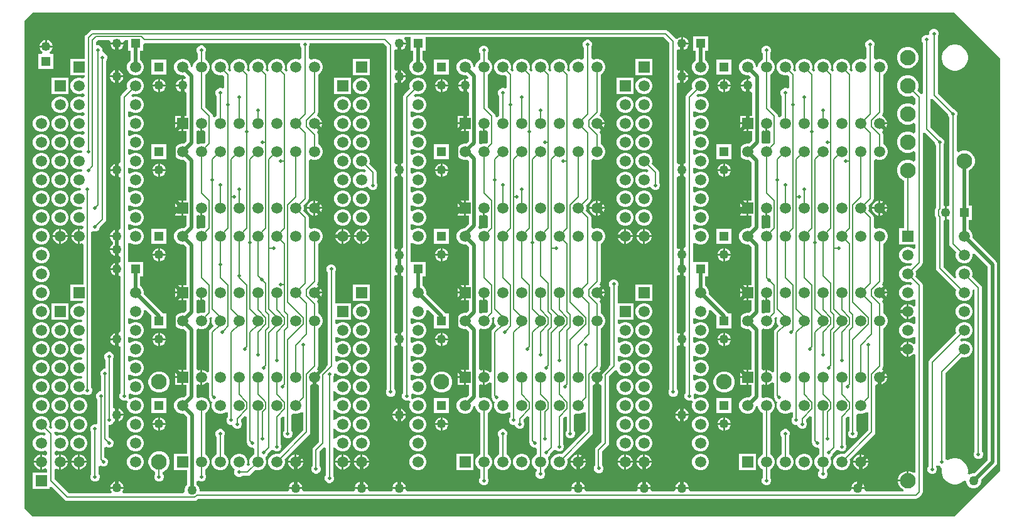
<source format=gtl>
G04*
G04 #@! TF.GenerationSoftware,Altium Limited,Altium Designer,21.9.1 (22)*
G04*
G04 Layer_Physical_Order=1*
G04 Layer_Color=255*
%FSLAX25Y25*%
%MOIN*%
G70*
G04*
G04 #@! TF.SameCoordinates,B80AF56E-4A6E-45E8-8FAB-FC5278AEAC24*
G04*
G04*
G04 #@! TF.FilePolarity,Positive*
G04*
G01*
G75*
%ADD15C,0.00800*%
%ADD26C,0.02000*%
%ADD27R,0.04921X0.04921*%
%ADD28C,0.04921*%
%ADD29C,0.05906*%
%ADD30C,0.05906*%
%ADD31R,0.05906X0.05906*%
%ADD32R,0.05906X0.05906*%
%ADD33R,0.05906X0.05906*%
%ADD34R,0.04921X0.04921*%
%ADD35C,0.08268*%
%ADD36C,0.05000*%
%ADD37C,0.02000*%
G36*
X618981Y344578D02*
Y125422D01*
X594578Y101020D01*
X105422D01*
X101020Y105422D01*
Y364578D01*
X105422Y368981D01*
X594578D01*
X618981Y344578D01*
D02*
G37*
%LPC*%
G36*
X584497Y360261D02*
X583503D01*
X582584Y359880D01*
X581881Y359177D01*
X581500Y358258D01*
Y357667D01*
X580713Y357011D01*
X580576Y356967D01*
X580497Y357000D01*
X579503D01*
X578584Y356619D01*
X577881Y355916D01*
X577500Y354997D01*
Y354003D01*
X577881Y353084D01*
X578063Y352902D01*
Y326091D01*
X577063Y325677D01*
X575127Y327613D01*
X575250Y327825D01*
X575634Y329258D01*
Y330742D01*
X575250Y332175D01*
X574508Y333459D01*
X573459Y334508D01*
X572175Y335250D01*
X570742Y335634D01*
X569258D01*
X567825Y335250D01*
X566541Y334508D01*
X565492Y333459D01*
X564750Y332175D01*
X564366Y330742D01*
Y329258D01*
X564750Y327825D01*
X565492Y326541D01*
X566541Y325492D01*
X567825Y324750D01*
X569258Y324366D01*
X570742D01*
X572175Y324750D01*
X572387Y324873D01*
X574063Y323198D01*
Y320239D01*
X573063Y319737D01*
X572175Y320250D01*
X570742Y320634D01*
X569258D01*
X567825Y320250D01*
X566541Y319508D01*
X565492Y318459D01*
X564750Y317175D01*
X564366Y315742D01*
Y314258D01*
X564750Y312825D01*
X565492Y311541D01*
X566541Y310492D01*
X567825Y309750D01*
X569258Y309366D01*
X570742D01*
X572175Y309750D01*
X573063Y310263D01*
X574063Y309761D01*
Y305239D01*
X573063Y304737D01*
X572175Y305250D01*
X570742Y305634D01*
X569258D01*
X567825Y305250D01*
X566541Y304508D01*
X565492Y303459D01*
X564750Y302175D01*
X564366Y300742D01*
Y299258D01*
X564750Y297825D01*
X565492Y296541D01*
X566541Y295492D01*
X567825Y294750D01*
X569258Y294366D01*
X570742D01*
X572175Y294750D01*
X573063Y295263D01*
X574063Y294761D01*
Y290239D01*
X573063Y289737D01*
X572175Y290250D01*
X570742Y290634D01*
X569258D01*
X567825Y290250D01*
X566541Y289508D01*
X565492Y288459D01*
X564750Y287175D01*
X564366Y285742D01*
Y284258D01*
X564750Y282825D01*
X565492Y281541D01*
X566541Y280492D01*
X567825Y279750D01*
X568063Y279686D01*
Y254453D01*
X565547D01*
Y245547D01*
X574063D01*
Y243649D01*
X573063Y243234D01*
X572734Y243563D01*
X571719Y244149D01*
X570586Y244453D01*
X569414D01*
X568281Y244149D01*
X567266Y243563D01*
X566437Y242734D01*
X565851Y241719D01*
X565547Y240586D01*
Y239414D01*
X565851Y238281D01*
X566437Y237266D01*
X567266Y236437D01*
X568281Y235851D01*
X569414Y235547D01*
X570586D01*
X571719Y235851D01*
X572281Y235021D01*
X571475Y234215D01*
X570586Y234453D01*
X569414D01*
X568281Y234149D01*
X567266Y233563D01*
X566437Y232734D01*
X565851Y231719D01*
X565547Y230586D01*
Y229414D01*
X565851Y228281D01*
X566437Y227266D01*
X567266Y226437D01*
X568281Y225851D01*
X569414Y225547D01*
X570586D01*
X571475Y225785D01*
X572281Y224979D01*
X571719Y224149D01*
X570586Y224453D01*
X569414D01*
X568281Y224149D01*
X567266Y223563D01*
X566437Y222734D01*
X565851Y221719D01*
X565547Y220586D01*
Y219414D01*
X565851Y218281D01*
X566437Y217266D01*
X567266Y216437D01*
X568281Y215851D01*
X569414Y215547D01*
X570586D01*
X571719Y215851D01*
X572734Y216437D01*
X573063Y216766D01*
X574063Y216351D01*
Y212869D01*
X573491Y212588D01*
X573063Y212527D01*
X572427Y213163D01*
X571526Y213683D01*
X570520Y213953D01*
X570500D01*
Y210000D01*
Y206047D01*
X570520D01*
X571526Y206317D01*
X572427Y206837D01*
X573063Y207473D01*
X573491Y207412D01*
X574063Y207131D01*
Y203649D01*
X573063Y203234D01*
X572734Y203563D01*
X571719Y204149D01*
X570586Y204453D01*
X569414D01*
X568281Y204149D01*
X567266Y203563D01*
X566437Y202734D01*
X565851Y201719D01*
X565547Y200586D01*
Y199414D01*
X565851Y198281D01*
X566437Y197266D01*
X567266Y196437D01*
X568281Y195851D01*
X569414Y195547D01*
X570586D01*
X571719Y195851D01*
X572734Y196437D01*
X573063Y196766D01*
X574063Y196351D01*
Y192869D01*
X573491Y192588D01*
X573063Y192527D01*
X572427Y193163D01*
X571526Y193683D01*
X570520Y193953D01*
X570500D01*
Y190000D01*
Y186047D01*
X570520D01*
X571526Y186317D01*
X572427Y186837D01*
X573063Y187473D01*
X573491Y187412D01*
X574063Y187131D01*
Y124485D01*
X573721Y124344D01*
X573063Y124160D01*
X571982Y124784D01*
X570676Y125134D01*
X570500D01*
Y120000D01*
X570000D01*
Y119500D01*
X564866D01*
Y119324D01*
X565216Y118018D01*
X565892Y116848D01*
X566848Y115892D01*
X567808Y115337D01*
X567615Y114337D01*
X547610D01*
X546919Y115337D01*
X546989Y115600D01*
X540010D01*
X540081Y115337D01*
X539390Y114337D01*
X454267D01*
X453577Y115337D01*
X453647Y115600D01*
X446668D01*
X446738Y115337D01*
X446047Y114337D01*
X434110D01*
X433419Y115337D01*
X433490Y115600D01*
X426510D01*
X426581Y115337D01*
X425890Y114337D01*
X399110D01*
X398419Y115337D01*
X398489Y115600D01*
X391511D01*
X391581Y115337D01*
X390890Y114337D01*
X304110D01*
X303419Y115337D01*
X303489Y115600D01*
X296511D01*
X296581Y115337D01*
X295890Y114337D01*
X284110D01*
X283419Y115337D01*
X283489Y115600D01*
X276511D01*
X276581Y115337D01*
X275890Y114337D01*
X249110D01*
X248419Y115337D01*
X248489Y115600D01*
X241511D01*
X241581Y115337D01*
X240890Y114337D01*
X194039D01*
X193986Y114406D01*
Y115460D01*
X193713Y116477D01*
X193187Y117389D01*
X192549Y118027D01*
Y119501D01*
X193549Y119915D01*
X193584Y119881D01*
X194503Y119500D01*
X195497D01*
X196416Y119881D01*
X197119Y120584D01*
X197500Y121503D01*
Y122497D01*
X197119Y123416D01*
X196937Y123598D01*
Y125977D01*
X197734Y126437D01*
X198563Y127266D01*
X199149Y128281D01*
X199453Y129414D01*
Y130586D01*
X199149Y131719D01*
X198563Y132734D01*
X197734Y133563D01*
X196937Y134023D01*
Y155977D01*
X197734Y156437D01*
X198563Y157266D01*
X199149Y158281D01*
X199453Y159414D01*
Y160586D01*
X199149Y161719D01*
X198563Y162734D01*
X197734Y163563D01*
X196719Y164149D01*
X195586Y164453D01*
X194414D01*
X193281Y164149D01*
X193191Y164097D01*
X192299Y164737D01*
X192302Y164753D01*
Y170839D01*
X193302Y171416D01*
X193474Y171317D01*
X194480Y171047D01*
X194500D01*
Y175000D01*
Y178953D01*
X194480D01*
X193474Y178683D01*
X193302Y178584D01*
X192302Y179161D01*
Y200247D01*
X192299Y200263D01*
X193191Y200903D01*
X193281Y200851D01*
X194414Y200547D01*
X195586D01*
X196719Y200851D01*
X197734Y201437D01*
X198563Y202266D01*
X199149Y203281D01*
X199453Y204414D01*
Y205586D01*
X199215Y206475D01*
X200021Y207281D01*
X200851Y206719D01*
X200547Y205586D01*
Y204414D01*
X200851Y203281D01*
X201437Y202266D01*
X201482Y202221D01*
X199477Y200217D01*
X199057Y199589D01*
X198910Y198847D01*
Y178038D01*
X197910Y177680D01*
X197427Y178163D01*
X196526Y178683D01*
X195520Y178953D01*
X195500D01*
Y175000D01*
Y171047D01*
X195520D01*
X196526Y171317D01*
X197427Y171837D01*
X197910Y172320D01*
X198910Y171962D01*
Y165153D01*
X199057Y164411D01*
X199347Y163978D01*
Y163655D01*
X199728Y162737D01*
X200431Y162033D01*
X200795Y161883D01*
X200851Y161719D01*
X200547Y160586D01*
Y159414D01*
X200851Y158281D01*
X201437Y157266D01*
X202266Y156437D01*
X203281Y155851D01*
X204414Y155547D01*
X205586D01*
X206719Y155851D01*
X207734Y156437D01*
X207910Y156613D01*
X208910Y156199D01*
Y153751D01*
X208728Y153569D01*
X208347Y152650D01*
Y151655D01*
X208728Y150737D01*
X209431Y150033D01*
X210350Y149653D01*
X211345D01*
X211500Y149549D01*
Y149503D01*
X211881Y148584D01*
X212584Y147881D01*
X213503Y147500D01*
X214497D01*
X215416Y147881D01*
X216119Y148584D01*
X216500Y149503D01*
Y150497D01*
X216119Y151416D01*
X216131Y152518D01*
X217986Y154374D01*
X218910Y153991D01*
Y141153D01*
X219057Y140411D01*
X219477Y139783D01*
X219500Y139760D01*
Y139503D01*
X219881Y138584D01*
X220584Y137881D01*
X221503Y137500D01*
X222497D01*
X223063Y137122D01*
Y134023D01*
X222266Y133563D01*
X221437Y132734D01*
X220851Y131719D01*
X220547Y130586D01*
Y129414D01*
X220785Y128525D01*
X219979Y127719D01*
X219149Y128281D01*
X219453Y129414D01*
Y130586D01*
X219149Y131719D01*
X218563Y132734D01*
X217734Y133563D01*
X216719Y134149D01*
X215586Y134453D01*
X214414D01*
X213281Y134149D01*
X212266Y133563D01*
X211437Y132734D01*
X210851Y131719D01*
X210547Y130586D01*
Y129414D01*
X210851Y128281D01*
X211437Y127266D01*
X212266Y126437D01*
X212857Y126096D01*
X212881Y125916D01*
X212500Y124997D01*
Y124003D01*
X212881Y123084D01*
X213584Y122381D01*
X214503Y122000D01*
X215497D01*
X216416Y122381D01*
X216598Y122563D01*
X219500D01*
X220241Y122710D01*
X220870Y123130D01*
X223525Y125785D01*
X224414Y125547D01*
X225586D01*
X226719Y125851D01*
X227734Y126437D01*
X228563Y127266D01*
X229149Y128281D01*
X229453Y129414D01*
Y130586D01*
X229149Y131719D01*
X229039Y131910D01*
X229360Y132857D01*
X229416Y132881D01*
X230119Y133584D01*
X230500Y134503D01*
Y134760D01*
X231952Y136212D01*
X232315Y136357D01*
X233228Y136237D01*
X233584Y135881D01*
X234503Y135500D01*
X235497D01*
X236416Y135881D01*
X237119Y136584D01*
X237500Y137503D01*
Y138497D01*
X237119Y139416D01*
X236937Y139598D01*
Y153325D01*
X237986Y154374D01*
X238910Y153991D01*
Y146598D01*
X238728Y146416D01*
X238347Y145497D01*
Y144503D01*
X238728Y143584D01*
X239431Y142881D01*
X240350Y142500D01*
X241344D01*
X242263Y142881D01*
X242967Y143584D01*
X243347Y144503D01*
Y145497D01*
X242967Y146416D01*
X242785Y146598D01*
Y155067D01*
X243784Y155716D01*
X244414Y155547D01*
X245586D01*
X246719Y155851D01*
X247734Y156437D01*
X247910Y156613D01*
X248910Y156199D01*
Y146650D01*
X236475Y134215D01*
X235586Y134453D01*
X234414D01*
X233281Y134149D01*
X232266Y133563D01*
X231437Y132734D01*
X230851Y131719D01*
X230547Y130586D01*
Y129414D01*
X230851Y128281D01*
X231437Y127266D01*
X232266Y126437D01*
X233281Y125851D01*
X234414Y125547D01*
X235586D01*
X236719Y125851D01*
X237734Y126437D01*
X238563Y127266D01*
X239149Y128281D01*
X239453Y129414D01*
Y130586D01*
X239215Y131475D01*
X252217Y144477D01*
X252637Y145106D01*
X252784Y145847D01*
Y170681D01*
X253784Y171233D01*
X254480Y171047D01*
X254500D01*
Y175000D01*
X255500D01*
Y171047D01*
X255520D01*
X256526Y171317D01*
X256563Y171338D01*
X257563Y170761D01*
Y140802D01*
X254477Y137717D01*
X254058Y137089D01*
X253910Y136347D01*
Y127898D01*
X253728Y127716D01*
X253347Y126797D01*
Y125803D01*
X253728Y124884D01*
X254431Y124181D01*
X255350Y123800D01*
X256345D01*
X257263Y124181D01*
X257967Y124884D01*
X258347Y125803D01*
Y126797D01*
X257967Y127716D01*
X257785Y127898D01*
Y135545D01*
X260063Y137823D01*
X261063Y137409D01*
Y122898D01*
X260881Y122716D01*
X260500Y121797D01*
Y120803D01*
X260881Y119884D01*
X261584Y119181D01*
X262503Y118800D01*
X263497D01*
X264416Y119181D01*
X265119Y119884D01*
X265500Y120803D01*
Y121797D01*
X265119Y122716D01*
X264937Y122898D01*
Y137349D01*
X265137Y137518D01*
X266421Y137294D01*
X266437Y137266D01*
X267266Y136437D01*
X268281Y135851D01*
X269414Y135547D01*
X270586D01*
X271719Y135851D01*
X272734Y136437D01*
X273563Y137266D01*
X274149Y138281D01*
X274453Y139414D01*
Y140586D01*
X274149Y141719D01*
X273563Y142734D01*
X272734Y143563D01*
X271719Y144149D01*
X270586Y144453D01*
X269414D01*
X268281Y144149D01*
X267266Y143563D01*
X266437Y142734D01*
X266421Y142706D01*
X265137Y142482D01*
X264937Y142651D01*
Y147349D01*
X265137Y147518D01*
X266421Y147294D01*
X266437Y147266D01*
X267266Y146437D01*
X268281Y145851D01*
X269414Y145547D01*
X270586D01*
X271719Y145851D01*
X272734Y146437D01*
X273563Y147266D01*
X274149Y148281D01*
X274453Y149414D01*
Y150586D01*
X274149Y151719D01*
X273563Y152734D01*
X272734Y153563D01*
X271719Y154149D01*
X270586Y154453D01*
X269414D01*
X268281Y154149D01*
X267266Y153563D01*
X266437Y152734D01*
X266421Y152706D01*
X265137Y152482D01*
X264937Y152651D01*
Y157349D01*
X265137Y157518D01*
X266421Y157294D01*
X266437Y157266D01*
X267266Y156437D01*
X268281Y155851D01*
X269414Y155547D01*
X270586D01*
X271719Y155851D01*
X272734Y156437D01*
X273563Y157266D01*
X274149Y158281D01*
X274453Y159414D01*
Y160586D01*
X274149Y161719D01*
X273563Y162734D01*
X272734Y163563D01*
X271719Y164149D01*
X270586Y164453D01*
X269414D01*
X268281Y164149D01*
X267266Y163563D01*
X266437Y162734D01*
X266421Y162706D01*
X265137Y162482D01*
X264937Y162651D01*
Y167349D01*
X265137Y167518D01*
X266421Y167294D01*
X266437Y167266D01*
X267266Y166437D01*
X268281Y165851D01*
X269414Y165547D01*
X270586D01*
X271719Y165851D01*
X272734Y166437D01*
X273563Y167266D01*
X274149Y168281D01*
X274453Y169414D01*
Y170586D01*
X274149Y171719D01*
X273563Y172734D01*
X272734Y173563D01*
X271719Y174149D01*
X270586Y174453D01*
X269414D01*
X268281Y174149D01*
X267266Y173563D01*
X266437Y172734D01*
X266421Y172706D01*
X265137Y172482D01*
X264937Y172651D01*
Y174902D01*
X265119Y175084D01*
X265500Y176003D01*
Y176889D01*
X265540Y176924D01*
X266437Y177266D01*
X267266Y176437D01*
X268281Y175851D01*
X269414Y175547D01*
X270586D01*
X271719Y175851D01*
X272734Y176437D01*
X273563Y177266D01*
X274149Y178281D01*
X274453Y179414D01*
Y180586D01*
X274149Y181719D01*
X273563Y182734D01*
X272734Y183563D01*
X271719Y184149D01*
X270586Y184453D01*
X269414D01*
X268281Y184149D01*
X267266Y183563D01*
X266937Y183234D01*
X265937Y183649D01*
Y186351D01*
X266937Y186766D01*
X267266Y186437D01*
X268281Y185851D01*
X269414Y185547D01*
X270586D01*
X271719Y185851D01*
X272734Y186437D01*
X273563Y187266D01*
X274149Y188281D01*
X274453Y189414D01*
Y190586D01*
X274149Y191719D01*
X273563Y192734D01*
X272734Y193563D01*
X271719Y194149D01*
X270586Y194453D01*
X269414D01*
X268281Y194149D01*
X267266Y193563D01*
X266937Y193234D01*
X265937Y193649D01*
Y196351D01*
X266937Y196766D01*
X267266Y196437D01*
X268281Y195851D01*
X269414Y195547D01*
X270586D01*
X271719Y195851D01*
X272734Y196437D01*
X273563Y197266D01*
X274149Y198281D01*
X274453Y199414D01*
Y200586D01*
X274149Y201719D01*
X273563Y202734D01*
X272734Y203563D01*
X271719Y204149D01*
X270586Y204453D01*
X269414D01*
X268281Y204149D01*
X267266Y203563D01*
X266937Y203234D01*
X265937Y203649D01*
Y205547D01*
X274453D01*
Y214453D01*
X265937D01*
Y230902D01*
X266119Y231084D01*
X266500Y232003D01*
Y232997D01*
X266119Y233916D01*
X265416Y234619D01*
X264497Y235000D01*
X263503D01*
X262584Y234619D01*
X261881Y233916D01*
X261500Y232997D01*
Y232003D01*
X261881Y231084D01*
X262063Y230902D01*
Y181691D01*
X258130Y177759D01*
X257858Y177732D01*
X257427Y178163D01*
X256804Y178523D01*
X256583Y179021D01*
X256520Y179313D01*
X256516Y179721D01*
X256790Y180131D01*
X256937Y180873D01*
Y200977D01*
X257734Y201437D01*
X258563Y202266D01*
X259149Y203281D01*
X259453Y204414D01*
Y205586D01*
X259149Y206719D01*
X258563Y207734D01*
X257734Y208563D01*
X256937Y209023D01*
Y214127D01*
X256790Y214868D01*
X256516Y215279D01*
X256520Y215687D01*
X256583Y215979D01*
X256804Y216477D01*
X257427Y216837D01*
X258163Y217573D01*
X258683Y218474D01*
X258953Y219480D01*
Y219500D01*
X255000D01*
Y220500D01*
X258953D01*
Y220520D01*
X258683Y221526D01*
X258163Y222427D01*
X257427Y223163D01*
X256804Y223523D01*
X256583Y224021D01*
X256520Y224312D01*
X256516Y224721D01*
X256790Y225132D01*
X256937Y225873D01*
Y245977D01*
X257734Y246437D01*
X258563Y247266D01*
X259149Y248281D01*
X259453Y249414D01*
Y250586D01*
X259149Y251719D01*
X258563Y252734D01*
X257734Y253563D01*
X256719Y254149D01*
X255586Y254453D01*
X254414D01*
X253281Y254149D01*
X252937Y253951D01*
X251937Y254528D01*
Y260000D01*
X251790Y260741D01*
X251370Y261370D01*
X249215Y263525D01*
X249453Y264414D01*
Y265586D01*
X249215Y266475D01*
X251370Y268630D01*
X251790Y269259D01*
X251937Y270000D01*
Y290472D01*
X252937Y291049D01*
X253281Y290851D01*
X254414Y290547D01*
X255586D01*
X256719Y290851D01*
X257734Y291437D01*
X258563Y292266D01*
X259149Y293281D01*
X259453Y294414D01*
Y295586D01*
X259149Y296719D01*
X258563Y297734D01*
X257734Y298563D01*
X256937Y299023D01*
Y304127D01*
X256790Y304869D01*
X256516Y305279D01*
X256520Y305687D01*
X256583Y305979D01*
X256804Y306477D01*
X257427Y306837D01*
X258163Y307573D01*
X258683Y308474D01*
X258953Y309480D01*
Y309500D01*
X255000D01*
Y310500D01*
X258953D01*
Y310520D01*
X258683Y311526D01*
X258163Y312427D01*
X257427Y313163D01*
X256804Y313523D01*
X256583Y314021D01*
X256520Y314313D01*
X256516Y314721D01*
X256790Y315131D01*
X256937Y315873D01*
Y335977D01*
X257734Y336437D01*
X258563Y337266D01*
X259149Y338281D01*
X259453Y339414D01*
Y340586D01*
X259149Y341719D01*
X258563Y342734D01*
X257734Y343563D01*
X256719Y344149D01*
X255586Y344453D01*
X254414D01*
X253281Y344149D01*
X252937Y343951D01*
X251937Y344528D01*
Y350402D01*
X252119Y350584D01*
X252500Y351503D01*
Y352497D01*
X252544Y352563D01*
X291698D01*
X293563Y350698D01*
Y168798D01*
X293381Y168616D01*
X293000Y167697D01*
Y166703D01*
X293381Y165784D01*
X294084Y165081D01*
X295003Y164700D01*
X295997D01*
X296916Y165081D01*
X297619Y165784D01*
X298000Y166703D01*
Y167697D01*
X297619Y168616D01*
X297437Y168798D01*
Y191583D01*
X298437Y192109D01*
X298806Y191896D01*
X299657Y191668D01*
Y195157D01*
Y198647D01*
X298806Y198419D01*
X298437Y198206D01*
X297437Y198731D01*
Y228989D01*
X298437Y229497D01*
X298822Y229275D01*
X299657Y229051D01*
Y232500D01*
X300657D01*
Y229051D01*
X301063Y229160D01*
X302063Y228548D01*
Y199158D01*
X301063Y198538D01*
X300657Y198647D01*
Y195157D01*
Y191668D01*
X301063Y191777D01*
X302063Y191157D01*
Y166598D01*
X301881Y166416D01*
X301500Y165497D01*
Y164503D01*
X301881Y163584D01*
X302584Y162881D01*
X303503Y162500D01*
X304497D01*
X305351Y162854D01*
X305433Y162813D01*
X305969Y161923D01*
X305851Y161719D01*
X305547Y160586D01*
Y159414D01*
X305851Y158281D01*
X306437Y157266D01*
X307266Y156437D01*
X308281Y155851D01*
X309414Y155547D01*
X310586D01*
X311719Y155851D01*
X312734Y156437D01*
X313563Y157266D01*
X314149Y158281D01*
X314453Y159414D01*
Y160586D01*
X314149Y161719D01*
X313563Y162734D01*
X312734Y163563D01*
X311719Y164149D01*
X310586Y164453D01*
X309414D01*
X308281Y164149D01*
X307266Y163563D01*
X307142Y163439D01*
X306294Y164005D01*
X306500Y164503D01*
Y165497D01*
X306294Y165995D01*
X307142Y166561D01*
X307266Y166437D01*
X308281Y165851D01*
X309414Y165547D01*
X310586D01*
X311719Y165851D01*
X312734Y166437D01*
X313563Y167266D01*
X314149Y168281D01*
X314453Y169414D01*
Y170586D01*
X314149Y171719D01*
X313563Y172734D01*
X312734Y173563D01*
X311719Y174149D01*
X310586Y174453D01*
X309414D01*
X308281Y174149D01*
X307266Y173563D01*
X306937Y173234D01*
X305937Y173649D01*
Y176351D01*
X306937Y176766D01*
X307266Y176437D01*
X308281Y175851D01*
X309414Y175547D01*
X310586D01*
X311719Y175851D01*
X312734Y176437D01*
X313563Y177266D01*
X314149Y178281D01*
X314453Y179414D01*
Y180586D01*
X314149Y181719D01*
X313563Y182734D01*
X312734Y183563D01*
X311719Y184149D01*
X310586Y184453D01*
X309414D01*
X308281Y184149D01*
X307266Y183563D01*
X306937Y183234D01*
X305937Y183649D01*
Y186351D01*
X306937Y186766D01*
X307266Y186437D01*
X308281Y185851D01*
X309414Y185547D01*
X310586D01*
X311719Y185851D01*
X312734Y186437D01*
X313563Y187266D01*
X314149Y188281D01*
X314453Y189414D01*
Y190586D01*
X314149Y191719D01*
X313563Y192734D01*
X312734Y193563D01*
X311719Y194149D01*
X310586Y194453D01*
X309414D01*
X308281Y194149D01*
X307266Y193563D01*
X306937Y193234D01*
X305937Y193649D01*
Y196351D01*
X306937Y196766D01*
X307266Y196437D01*
X308281Y195851D01*
X309414Y195547D01*
X310586D01*
X311719Y195851D01*
X312734Y196437D01*
X313563Y197266D01*
X314149Y198281D01*
X314453Y199414D01*
Y200586D01*
X314149Y201719D01*
X313563Y202734D01*
X312734Y203563D01*
X311719Y204149D01*
X310586Y204453D01*
X309414D01*
X308281Y204149D01*
X307266Y203563D01*
X306937Y203234D01*
X305937Y203649D01*
Y206351D01*
X306937Y206766D01*
X307266Y206437D01*
X308281Y205851D01*
X309414Y205547D01*
X310586D01*
X311719Y205851D01*
X312734Y206437D01*
X313563Y207266D01*
X314149Y208281D01*
X314453Y209414D01*
Y210528D01*
X314593Y210653D01*
X315371Y211025D01*
X318539Y207856D01*
Y201039D01*
X326461D01*
Y208961D01*
X324531D01*
X324302Y209302D01*
X314397Y219207D01*
X314453Y219414D01*
Y220586D01*
X314149Y221719D01*
X313563Y222734D01*
X312734Y223563D01*
X312549Y223670D01*
Y228539D01*
X313961D01*
Y236461D01*
X306039D01*
X305937Y237418D01*
Y246351D01*
X306937Y246766D01*
X307266Y246437D01*
X308281Y245851D01*
X309414Y245547D01*
X310586D01*
X311719Y245851D01*
X312734Y246437D01*
X313563Y247266D01*
X314149Y248281D01*
X314453Y249414D01*
Y250586D01*
X314149Y251719D01*
X313563Y252734D01*
X312734Y253563D01*
X311719Y254149D01*
X310586Y254453D01*
X309414D01*
X308281Y254149D01*
X307266Y253563D01*
X306937Y253234D01*
X305937Y253649D01*
Y256351D01*
X306937Y256766D01*
X307266Y256437D01*
X308281Y255851D01*
X309414Y255547D01*
X310586D01*
X311719Y255851D01*
X312734Y256437D01*
X313563Y257266D01*
X314149Y258281D01*
X314453Y259414D01*
Y260586D01*
X314149Y261719D01*
X313563Y262734D01*
X312734Y263563D01*
X311719Y264149D01*
X310586Y264453D01*
X309414D01*
X308281Y264149D01*
X307266Y263563D01*
X306937Y263234D01*
X305937Y263649D01*
Y266351D01*
X306937Y266766D01*
X307266Y266437D01*
X308281Y265851D01*
X309414Y265547D01*
X310586D01*
X311719Y265851D01*
X312734Y266437D01*
X313563Y267266D01*
X314149Y268281D01*
X314453Y269414D01*
Y270586D01*
X314149Y271719D01*
X313563Y272734D01*
X312734Y273563D01*
X311719Y274149D01*
X310586Y274453D01*
X309414D01*
X308281Y274149D01*
X307266Y273563D01*
X306937Y273234D01*
X305937Y273649D01*
Y276351D01*
X306937Y276766D01*
X307266Y276437D01*
X308281Y275851D01*
X309414Y275547D01*
X310586D01*
X311719Y275851D01*
X312734Y276437D01*
X313563Y277266D01*
X314149Y278281D01*
X314453Y279414D01*
Y280586D01*
X314149Y281719D01*
X313563Y282734D01*
X312734Y283563D01*
X311719Y284149D01*
X310586Y284453D01*
X309414D01*
X308281Y284149D01*
X307266Y283563D01*
X306937Y283234D01*
X305937Y283649D01*
Y286351D01*
X306937Y286766D01*
X307266Y286437D01*
X308281Y285851D01*
X309414Y285547D01*
X310586D01*
X311719Y285851D01*
X312734Y286437D01*
X313563Y287266D01*
X314149Y288281D01*
X314453Y289414D01*
Y290586D01*
X314149Y291719D01*
X313563Y292734D01*
X312734Y293563D01*
X311719Y294149D01*
X310586Y294453D01*
X309414D01*
X308281Y294149D01*
X307266Y293563D01*
X306937Y293234D01*
X305937Y293649D01*
Y296351D01*
X306937Y296766D01*
X307266Y296437D01*
X308281Y295851D01*
X309414Y295547D01*
X310586D01*
X311719Y295851D01*
X312734Y296437D01*
X313563Y297266D01*
X314149Y298281D01*
X314453Y299414D01*
Y300586D01*
X314149Y301719D01*
X313563Y302734D01*
X312734Y303563D01*
X311719Y304149D01*
X310586Y304453D01*
X309414D01*
X308281Y304149D01*
X307266Y303563D01*
X306937Y303234D01*
X305937Y303649D01*
Y306351D01*
X306937Y306766D01*
X307266Y306437D01*
X308281Y305851D01*
X309414Y305547D01*
X310586D01*
X311719Y305851D01*
X312734Y306437D01*
X313563Y307266D01*
X314149Y308281D01*
X314453Y309414D01*
Y310586D01*
X314149Y311719D01*
X313563Y312734D01*
X312734Y313563D01*
X311719Y314149D01*
X310586Y314453D01*
X309414D01*
X308281Y314149D01*
X307266Y313563D01*
X306937Y313234D01*
X305937Y313649D01*
Y316351D01*
X306937Y316766D01*
X307266Y316437D01*
X308281Y315851D01*
X309414Y315547D01*
X310586D01*
X311719Y315851D01*
X312734Y316437D01*
X313563Y317266D01*
X314149Y318281D01*
X314453Y319414D01*
Y320586D01*
X314149Y321719D01*
X313563Y322734D01*
X312734Y323563D01*
X311719Y324149D01*
X310586Y324453D01*
X309414D01*
X308281Y324149D01*
X307719Y324979D01*
X308525Y325785D01*
X309414Y325547D01*
X310586D01*
X311719Y325851D01*
X312734Y326437D01*
X313563Y327266D01*
X314149Y328281D01*
X314453Y329414D01*
Y330586D01*
X314149Y331719D01*
X313563Y332734D01*
X312734Y333563D01*
X311719Y334149D01*
X310586Y334453D01*
X309414D01*
X308281Y334149D01*
X307266Y333563D01*
X306437Y332734D01*
X305851Y331719D01*
X305547Y330586D01*
Y329414D01*
X305785Y328525D01*
X302630Y325370D01*
X302210Y324741D01*
X302063Y324000D01*
Y289037D01*
X301063Y288496D01*
X300500Y288647D01*
Y285157D01*
Y281668D01*
X301063Y281819D01*
X302063Y281278D01*
Y243880D01*
X301063Y243339D01*
X300500Y243490D01*
Y240000D01*
X299500D01*
Y243490D01*
X298649Y243262D01*
X298437Y243139D01*
X297437Y243717D01*
Y281441D01*
X298437Y282018D01*
X298649Y281896D01*
X299500Y281668D01*
Y285157D01*
Y288647D01*
X298649Y288419D01*
X298437Y288297D01*
X297437Y288874D01*
Y331283D01*
X298437Y331861D01*
X298649Y331738D01*
X299500Y331510D01*
Y335000D01*
Y338490D01*
X298649Y338262D01*
X298437Y338139D01*
X297437Y338717D01*
Y348989D01*
X298437Y349497D01*
X298822Y349275D01*
X299657Y349051D01*
Y352500D01*
X300157D01*
Y353000D01*
X303606D01*
X303382Y353836D01*
X302927Y354625D01*
X302728Y354823D01*
X303142Y355823D01*
X306039D01*
Y348539D01*
X307451D01*
Y343670D01*
X307266Y343563D01*
X306437Y342734D01*
X305851Y341719D01*
X305547Y340586D01*
Y339414D01*
X305851Y338281D01*
X306437Y337266D01*
X307266Y336437D01*
X308281Y335851D01*
X309414Y335547D01*
X310586D01*
X311719Y335851D01*
X312734Y336437D01*
X313563Y337266D01*
X314149Y338281D01*
X314453Y339414D01*
Y340586D01*
X314149Y341719D01*
X313563Y342734D01*
X312734Y343563D01*
X312549Y343670D01*
Y348539D01*
X313961D01*
Y355823D01*
X440437D01*
X443563Y352698D01*
Y168798D01*
X443381Y168616D01*
X443000Y167697D01*
Y166703D01*
X443381Y165784D01*
X444084Y165081D01*
X445003Y164700D01*
X445997D01*
X446916Y165081D01*
X447619Y165784D01*
X448000Y166703D01*
Y167697D01*
X447619Y168616D01*
X447437Y168798D01*
Y191583D01*
X448437Y192109D01*
X448806Y191896D01*
X449657Y191668D01*
Y195157D01*
Y198647D01*
X448806Y198419D01*
X448437Y198206D01*
X447437Y198731D01*
Y228989D01*
X448437Y229497D01*
X448822Y229275D01*
X449657Y229051D01*
Y232500D01*
X450657D01*
Y229051D01*
X451063Y229160D01*
X452063Y228548D01*
Y199158D01*
X451063Y198538D01*
X450657Y198647D01*
Y195157D01*
Y191668D01*
X451063Y191777D01*
X452063Y191157D01*
Y166598D01*
X451881Y166416D01*
X451500Y165497D01*
Y164503D01*
X451881Y163584D01*
X452584Y162881D01*
X453503Y162500D01*
X454497D01*
X455351Y162854D01*
X455433Y162813D01*
X455969Y161923D01*
X455851Y161719D01*
X455547Y160586D01*
Y159414D01*
X455851Y158281D01*
X456437Y157266D01*
X457266Y156437D01*
X458281Y155851D01*
X459414Y155547D01*
X460586D01*
X461719Y155851D01*
X462734Y156437D01*
X463563Y157266D01*
X464149Y158281D01*
X464453Y159414D01*
Y160586D01*
X464149Y161719D01*
X463563Y162734D01*
X462734Y163563D01*
X461719Y164149D01*
X460586Y164453D01*
X459414D01*
X458281Y164149D01*
X457266Y163563D01*
X457142Y163439D01*
X456294Y164005D01*
X456500Y164503D01*
Y165497D01*
X456294Y165995D01*
X457142Y166561D01*
X457266Y166437D01*
X458281Y165851D01*
X459414Y165547D01*
X460586D01*
X461719Y165851D01*
X462734Y166437D01*
X463563Y167266D01*
X464149Y168281D01*
X464453Y169414D01*
Y170586D01*
X464149Y171719D01*
X463563Y172734D01*
X462734Y173563D01*
X461719Y174149D01*
X460586Y174453D01*
X459414D01*
X458281Y174149D01*
X457266Y173563D01*
X456937Y173234D01*
X455937Y173649D01*
Y176351D01*
X456937Y176766D01*
X457266Y176437D01*
X458281Y175851D01*
X459414Y175547D01*
X460586D01*
X461719Y175851D01*
X462734Y176437D01*
X463563Y177266D01*
X464149Y178281D01*
X464453Y179414D01*
Y180586D01*
X464149Y181719D01*
X463563Y182734D01*
X462734Y183563D01*
X461719Y184149D01*
X460586Y184453D01*
X459414D01*
X458281Y184149D01*
X457266Y183563D01*
X456937Y183234D01*
X455937Y183649D01*
Y186351D01*
X456937Y186766D01*
X457266Y186437D01*
X458281Y185851D01*
X459414Y185547D01*
X460586D01*
X461719Y185851D01*
X462734Y186437D01*
X463563Y187266D01*
X464149Y188281D01*
X464453Y189414D01*
Y190586D01*
X464149Y191719D01*
X463563Y192734D01*
X462734Y193563D01*
X461719Y194149D01*
X460586Y194453D01*
X459414D01*
X458281Y194149D01*
X457266Y193563D01*
X456937Y193234D01*
X455937Y193649D01*
Y196351D01*
X456937Y196766D01*
X457266Y196437D01*
X458281Y195851D01*
X459414Y195547D01*
X460586D01*
X461719Y195851D01*
X462734Y196437D01*
X463563Y197266D01*
X464149Y198281D01*
X464453Y199414D01*
Y200586D01*
X464149Y201719D01*
X463563Y202734D01*
X462734Y203563D01*
X461719Y204149D01*
X460586Y204453D01*
X459414D01*
X458281Y204149D01*
X457266Y203563D01*
X456937Y203234D01*
X455937Y203649D01*
Y206351D01*
X456937Y206766D01*
X457266Y206437D01*
X458281Y205851D01*
X459414Y205547D01*
X460586D01*
X461719Y205851D01*
X462734Y206437D01*
X463563Y207266D01*
X464149Y208281D01*
X464453Y209414D01*
Y210528D01*
X464593Y210653D01*
X465371Y211025D01*
X468539Y207856D01*
Y201039D01*
X476461D01*
Y208961D01*
X474531D01*
X474302Y209302D01*
X464397Y219207D01*
X464453Y219414D01*
Y220586D01*
X464149Y221719D01*
X463563Y222734D01*
X462734Y223563D01*
X462549Y223670D01*
Y228539D01*
X463961D01*
Y236461D01*
X456039D01*
X455937Y237418D01*
Y246351D01*
X456937Y246766D01*
X457266Y246437D01*
X458281Y245851D01*
X459414Y245547D01*
X460586D01*
X461719Y245851D01*
X462734Y246437D01*
X463563Y247266D01*
X464149Y248281D01*
X464453Y249414D01*
Y250586D01*
X464149Y251719D01*
X463563Y252734D01*
X462734Y253563D01*
X461719Y254149D01*
X460586Y254453D01*
X459414D01*
X458281Y254149D01*
X457266Y253563D01*
X456937Y253234D01*
X455937Y253649D01*
Y256351D01*
X456937Y256766D01*
X457266Y256437D01*
X458281Y255851D01*
X459414Y255547D01*
X460586D01*
X461719Y255851D01*
X462734Y256437D01*
X463563Y257266D01*
X464149Y258281D01*
X464453Y259414D01*
Y260586D01*
X464149Y261719D01*
X463563Y262734D01*
X462734Y263563D01*
X461719Y264149D01*
X460586Y264453D01*
X459414D01*
X458281Y264149D01*
X457266Y263563D01*
X456937Y263234D01*
X455937Y263649D01*
Y266351D01*
X456937Y266766D01*
X457266Y266437D01*
X458281Y265851D01*
X459414Y265547D01*
X460586D01*
X461719Y265851D01*
X462734Y266437D01*
X463563Y267266D01*
X464149Y268281D01*
X464453Y269414D01*
Y270586D01*
X464149Y271719D01*
X463563Y272734D01*
X462734Y273563D01*
X461719Y274149D01*
X460586Y274453D01*
X459414D01*
X458281Y274149D01*
X457266Y273563D01*
X456937Y273234D01*
X455937Y273649D01*
Y276351D01*
X456937Y276766D01*
X457266Y276437D01*
X458281Y275851D01*
X459414Y275547D01*
X460586D01*
X461719Y275851D01*
X462734Y276437D01*
X463563Y277266D01*
X464149Y278281D01*
X464453Y279414D01*
Y280586D01*
X464149Y281719D01*
X463563Y282734D01*
X462734Y283563D01*
X461719Y284149D01*
X460586Y284453D01*
X459414D01*
X458281Y284149D01*
X457266Y283563D01*
X456937Y283234D01*
X455937Y283649D01*
Y286351D01*
X456937Y286766D01*
X457266Y286437D01*
X458281Y285851D01*
X459414Y285547D01*
X460586D01*
X461719Y285851D01*
X462734Y286437D01*
X463563Y287266D01*
X464149Y288281D01*
X464453Y289414D01*
Y290586D01*
X464149Y291719D01*
X463563Y292734D01*
X462734Y293563D01*
X461719Y294149D01*
X460586Y294453D01*
X459414D01*
X458281Y294149D01*
X457266Y293563D01*
X456937Y293234D01*
X455937Y293649D01*
Y296351D01*
X456937Y296766D01*
X457266Y296437D01*
X458281Y295851D01*
X459414Y295547D01*
X460586D01*
X461719Y295851D01*
X462734Y296437D01*
X463563Y297266D01*
X464149Y298281D01*
X464453Y299414D01*
Y300586D01*
X464149Y301719D01*
X463563Y302734D01*
X462734Y303563D01*
X461719Y304149D01*
X460586Y304453D01*
X459414D01*
X458281Y304149D01*
X457266Y303563D01*
X456937Y303234D01*
X455937Y303649D01*
Y306351D01*
X456937Y306766D01*
X457266Y306437D01*
X458281Y305851D01*
X459414Y305547D01*
X460586D01*
X461719Y305851D01*
X462734Y306437D01*
X463563Y307266D01*
X464149Y308281D01*
X464453Y309414D01*
Y310586D01*
X464149Y311719D01*
X463563Y312734D01*
X462734Y313563D01*
X461719Y314149D01*
X460586Y314453D01*
X459414D01*
X458281Y314149D01*
X457266Y313563D01*
X456937Y313234D01*
X455937Y313649D01*
Y316351D01*
X456937Y316766D01*
X457266Y316437D01*
X458281Y315851D01*
X459414Y315547D01*
X460586D01*
X461719Y315851D01*
X462734Y316437D01*
X463563Y317266D01*
X464149Y318281D01*
X464453Y319414D01*
Y320586D01*
X464149Y321719D01*
X463563Y322734D01*
X462734Y323563D01*
X461719Y324149D01*
X460586Y324453D01*
X459414D01*
X458281Y324149D01*
X457719Y324979D01*
X458525Y325785D01*
X459414Y325547D01*
X460586D01*
X461719Y325851D01*
X462734Y326437D01*
X463563Y327266D01*
X464149Y328281D01*
X464453Y329414D01*
Y330586D01*
X464149Y331719D01*
X463563Y332734D01*
X462734Y333563D01*
X461719Y334149D01*
X460586Y334453D01*
X459414D01*
X458281Y334149D01*
X457266Y333563D01*
X456437Y332734D01*
X455851Y331719D01*
X455547Y330586D01*
Y329414D01*
X455785Y328525D01*
X452630Y325370D01*
X452210Y324741D01*
X452063Y324000D01*
Y289037D01*
X451063Y288496D01*
X450500Y288647D01*
Y285157D01*
Y281668D01*
X451063Y281819D01*
X452063Y281278D01*
Y244158D01*
X451063Y243538D01*
X450657Y243647D01*
Y240157D01*
X449657D01*
Y243647D01*
X448806Y243419D01*
X448437Y243206D01*
X447437Y243731D01*
Y281441D01*
X448437Y282018D01*
X448649Y281896D01*
X449500Y281668D01*
Y285157D01*
Y288647D01*
X448649Y288419D01*
X448437Y288297D01*
X447437Y288874D01*
Y331283D01*
X448437Y331861D01*
X448649Y331738D01*
X449500Y331510D01*
Y335000D01*
Y338490D01*
X448649Y338262D01*
X448437Y338139D01*
X447437Y338717D01*
Y348989D01*
X448437Y349497D01*
X448822Y349275D01*
X449657Y349051D01*
Y352500D01*
Y355949D01*
X448822Y355725D01*
X448033Y355269D01*
X447896Y355133D01*
X446978Y354897D01*
X446575Y355165D01*
X442609Y359131D01*
X441981Y359550D01*
X441239Y359698D01*
X137000D01*
X136259Y359550D01*
X135630Y359131D01*
X133630Y357131D01*
X133210Y356502D01*
X133063Y355761D01*
Y344453D01*
X125547D01*
Y335547D01*
X133063D01*
Y334528D01*
X132063Y333951D01*
X131719Y334149D01*
X130586Y334453D01*
X129414D01*
X128281Y334149D01*
X127266Y333563D01*
X126437Y332734D01*
X125851Y331719D01*
X125547Y330586D01*
Y329414D01*
X125851Y328281D01*
X126437Y327266D01*
X127266Y326437D01*
X128281Y325851D01*
X129414Y325547D01*
X130586D01*
X131719Y325851D01*
X132063Y326049D01*
X133063Y325472D01*
Y324528D01*
X132063Y323951D01*
X131719Y324149D01*
X130586Y324453D01*
X129414D01*
X128281Y324149D01*
X127266Y323563D01*
X126437Y322734D01*
X125851Y321719D01*
X125547Y320586D01*
Y319414D01*
X125851Y318281D01*
X126437Y317266D01*
X127266Y316437D01*
X128281Y315851D01*
X129414Y315547D01*
X130586D01*
X131719Y315851D01*
X132063Y316049D01*
X133063Y315472D01*
Y314528D01*
X132063Y313951D01*
X131719Y314149D01*
X130586Y314453D01*
X129414D01*
X128281Y314149D01*
X127266Y313563D01*
X126437Y312734D01*
X125851Y311719D01*
X125547Y310586D01*
Y309414D01*
X125851Y308281D01*
X126437Y307266D01*
X127266Y306437D01*
X128281Y305851D01*
X129414Y305547D01*
X130586D01*
X131719Y305851D01*
X132063Y306049D01*
X133063Y305472D01*
Y304528D01*
X132063Y303951D01*
X131719Y304149D01*
X130586Y304453D01*
X129414D01*
X128281Y304149D01*
X127266Y303563D01*
X126437Y302734D01*
X125851Y301719D01*
X125547Y300586D01*
Y299414D01*
X125851Y298281D01*
X126437Y297266D01*
X127266Y296437D01*
X128281Y295851D01*
X129414Y295547D01*
X130586D01*
X131034Y295667D01*
X131940Y295000D01*
X131034Y294333D01*
X130586Y294453D01*
X129414D01*
X128281Y294149D01*
X127266Y293563D01*
X126437Y292734D01*
X125851Y291719D01*
X125547Y290586D01*
Y289414D01*
X125851Y288281D01*
X126437Y287266D01*
X127266Y286437D01*
X128281Y285851D01*
X129414Y285547D01*
X130586D01*
X131034Y285667D01*
X131940Y285000D01*
X131034Y284333D01*
X130586Y284453D01*
X129414D01*
X128281Y284149D01*
X127266Y283563D01*
X126437Y282734D01*
X125851Y281719D01*
X125547Y280586D01*
Y279414D01*
X125851Y278281D01*
X126437Y277266D01*
X127266Y276437D01*
X128281Y275851D01*
X129414Y275547D01*
X130586D01*
X131039Y275000D01*
X131003Y274957D01*
X130307Y274453D01*
X129414D01*
X128281Y274149D01*
X127266Y273563D01*
X126437Y272734D01*
X125851Y271719D01*
X125547Y270586D01*
Y269414D01*
X125851Y268281D01*
X126437Y267266D01*
X127266Y266437D01*
X128281Y265851D01*
X129414Y265547D01*
X130586D01*
X131162Y265701D01*
X132100Y265057D01*
Y264943D01*
X131162Y264299D01*
X130586Y264453D01*
X129414D01*
X128281Y264149D01*
X127266Y263563D01*
X126437Y262734D01*
X125851Y261719D01*
X125547Y260586D01*
Y259414D01*
X125851Y258281D01*
X126437Y257266D01*
X127266Y256437D01*
X128281Y255851D01*
X129414Y255547D01*
X130586D01*
X131563Y255809D01*
X132563Y255334D01*
Y254239D01*
X131563Y253662D01*
X131526Y253683D01*
X130520Y253953D01*
X130500D01*
Y250000D01*
Y246047D01*
X130520D01*
X131526Y246317D01*
X131563Y246338D01*
X132563Y245761D01*
Y224453D01*
X125547D01*
Y215547D01*
X132087D01*
X132249Y214829D01*
X131403Y214234D01*
X130586Y214453D01*
X129414D01*
X128281Y214149D01*
X127266Y213563D01*
X126437Y212734D01*
X125851Y211719D01*
X125547Y210586D01*
Y209414D01*
X125851Y208281D01*
X126437Y207266D01*
X127266Y206437D01*
X128281Y205851D01*
X129414Y205547D01*
X130586D01*
X131162Y205701D01*
X132100Y205057D01*
Y204943D01*
X131162Y204299D01*
X130586Y204453D01*
X129414D01*
X128281Y204149D01*
X127266Y203563D01*
X126437Y202734D01*
X125851Y201719D01*
X125547Y200586D01*
Y199414D01*
X125851Y198281D01*
X126437Y197266D01*
X127266Y196437D01*
X128281Y195851D01*
X129414Y195547D01*
X130586D01*
X131162Y195701D01*
X132100Y195057D01*
Y194943D01*
X131162Y194299D01*
X130586Y194453D01*
X129414D01*
X128281Y194149D01*
X127266Y193563D01*
X126437Y192734D01*
X125851Y191719D01*
X125547Y190586D01*
Y189414D01*
X125851Y188281D01*
X126437Y187266D01*
X127266Y186437D01*
X128281Y185851D01*
X129414Y185547D01*
X130586D01*
X131162Y185701D01*
X132100Y185057D01*
Y184943D01*
X131162Y184299D01*
X130586Y184453D01*
X129414D01*
X128281Y184149D01*
X127266Y183563D01*
X126437Y182734D01*
X125851Y181719D01*
X125547Y180586D01*
Y179414D01*
X125851Y178281D01*
X126437Y177266D01*
X127266Y176437D01*
X128281Y175851D01*
X129414Y175547D01*
X130586D01*
X131162Y175701D01*
X132100Y175057D01*
Y174943D01*
X131162Y174299D01*
X130586Y174453D01*
X129414D01*
X128281Y174149D01*
X127266Y173563D01*
X126437Y172734D01*
X125851Y171719D01*
X125547Y170586D01*
Y169414D01*
X125851Y168281D01*
X126437Y167266D01*
X127266Y166437D01*
X128281Y165851D01*
X129414Y165547D01*
X130586D01*
X131719Y165851D01*
X132603Y166361D01*
X133084Y165881D01*
X134003Y165500D01*
X134997D01*
X135916Y165881D01*
X136619Y166584D01*
X137000Y167503D01*
Y168497D01*
X136619Y169416D01*
X136437Y169598D01*
Y252221D01*
X137437Y252734D01*
X138003Y252500D01*
X138997D01*
X139916Y252881D01*
X140619Y253584D01*
X141000Y254503D01*
Y254760D01*
X143870Y257630D01*
X144290Y258259D01*
X144437Y259000D01*
Y343402D01*
X144619Y343584D01*
X145000Y344503D01*
Y345497D01*
X144619Y346416D01*
X143916Y347119D01*
X142997Y347500D01*
X142499Y348500D01*
X142500Y348503D01*
Y349497D01*
X142119Y350416D01*
X141416Y351119D01*
X140497Y351500D01*
X139503D01*
X139137Y351744D01*
Y353398D01*
X139963Y354223D01*
X146065D01*
X146768Y353223D01*
X146709Y353000D01*
X150157D01*
X153606D01*
X153546Y353223D01*
X154249Y354223D01*
X156039D01*
Y348539D01*
X157451D01*
Y343670D01*
X157266Y343563D01*
X156437Y342734D01*
X155851Y341719D01*
X155547Y340586D01*
Y339414D01*
X155851Y338281D01*
X156437Y337266D01*
X157266Y336437D01*
X158281Y335851D01*
X159414Y335547D01*
X160586D01*
X161719Y335851D01*
X162734Y336437D01*
X163563Y337266D01*
X164149Y338281D01*
X164453Y339414D01*
Y340586D01*
X164149Y341719D01*
X163563Y342734D01*
X162734Y343563D01*
X162549Y343670D01*
Y348539D01*
X163961D01*
Y352023D01*
X164618Y352563D01*
X247456D01*
X247500Y352497D01*
Y351503D01*
X247881Y350584D01*
X248063Y350402D01*
Y344528D01*
X247063Y343951D01*
X246719Y344149D01*
X245586Y344453D01*
X244414D01*
X243281Y344149D01*
X242266Y343563D01*
X241437Y342734D01*
X240851Y341719D01*
X240547Y340586D01*
Y339414D01*
X240851Y338281D01*
X240021Y337719D01*
X239215Y338525D01*
X239453Y339414D01*
Y340586D01*
X239149Y341719D01*
X238563Y342734D01*
X237734Y343563D01*
X236719Y344149D01*
X235586Y344453D01*
X234414D01*
X233281Y344149D01*
X232266Y343563D01*
X231437Y342734D01*
X230851Y341719D01*
X230547Y340586D01*
Y339414D01*
X230851Y338281D01*
X230021Y337719D01*
X229215Y338525D01*
X229453Y339414D01*
Y340586D01*
X229149Y341719D01*
X228563Y342734D01*
X227734Y343563D01*
X226719Y344149D01*
X225586Y344453D01*
X224414D01*
X223281Y344149D01*
X222266Y343563D01*
X221437Y342734D01*
X220851Y341719D01*
X220547Y340586D01*
Y339414D01*
X220851Y338281D01*
X220021Y337719D01*
X219215Y338525D01*
X219453Y339414D01*
Y340586D01*
X219149Y341719D01*
X218563Y342734D01*
X217734Y343563D01*
X216719Y344149D01*
X215586Y344453D01*
X214414D01*
X213281Y344149D01*
X212266Y343563D01*
X211437Y342734D01*
X210851Y341719D01*
X210547Y340586D01*
Y339414D01*
X210851Y338281D01*
X210021Y337719D01*
X209215Y338525D01*
X209453Y339414D01*
Y340586D01*
X209149Y341719D01*
X208563Y342734D01*
X207734Y343563D01*
X206719Y344149D01*
X205586Y344453D01*
X204414D01*
X203281Y344149D01*
X202266Y343563D01*
X201437Y342734D01*
X200851Y341719D01*
X200547Y340586D01*
Y339414D01*
X200851Y338281D01*
X201437Y337266D01*
X202266Y336437D01*
X203281Y335851D01*
X204414Y335547D01*
X205586D01*
X206475Y335785D01*
X207216Y335045D01*
Y329087D01*
X206904Y328847D01*
X206216Y328555D01*
X205497Y328853D01*
X204503D01*
X203584Y328472D01*
X202881Y327769D01*
X202500Y326850D01*
Y325855D01*
X202881Y324937D01*
X203063Y324754D01*
Y314023D01*
X202266Y313563D01*
X202090Y313387D01*
X201090Y313801D01*
Y313847D01*
X200942Y314589D01*
X200523Y315217D01*
X196937Y318802D01*
Y335977D01*
X197734Y336437D01*
X198563Y337266D01*
X199149Y338281D01*
X199453Y339414D01*
Y340586D01*
X199149Y341719D01*
X198563Y342734D01*
X197734Y343563D01*
X196937Y344023D01*
Y347402D01*
X197119Y347584D01*
X197500Y348503D01*
Y349497D01*
X197119Y350416D01*
X196416Y351119D01*
X195497Y351500D01*
X194503D01*
X193584Y351119D01*
X192881Y350416D01*
X192500Y349497D01*
Y348503D01*
X192881Y347584D01*
X193063Y347402D01*
Y344023D01*
X192266Y343563D01*
X191437Y342734D01*
X190851Y341719D01*
X190547Y340586D01*
Y340462D01*
X189547Y339935D01*
X189453Y339999D01*
Y340586D01*
X189149Y341719D01*
X188563Y342734D01*
X187734Y343563D01*
X186719Y344149D01*
X185586Y344453D01*
X184414D01*
X183281Y344149D01*
X182266Y343563D01*
X181437Y342734D01*
X180851Y341719D01*
X180547Y340586D01*
Y339414D01*
X180851Y338281D01*
X181437Y337266D01*
X182266Y336437D01*
X183281Y335851D01*
X184414Y335547D01*
X185586D01*
X185793Y335603D01*
X186553Y334842D01*
X186626Y334299D01*
X185971Y333521D01*
X185500Y333647D01*
Y330157D01*
Y326668D01*
X186204Y326856D01*
X186706Y326620D01*
X187204Y326234D01*
Y313953D01*
X185500D01*
Y310000D01*
Y306047D01*
X187204D01*
Y300809D01*
X185793Y299397D01*
X185586Y299453D01*
X184414D01*
X183281Y299149D01*
X182266Y298563D01*
X181437Y297734D01*
X180851Y296719D01*
X180547Y295586D01*
Y294414D01*
X180851Y293281D01*
X181437Y292266D01*
X182266Y291437D01*
X183281Y290851D01*
X184414Y290547D01*
X185586D01*
X185793Y290603D01*
X187204Y289191D01*
Y268953D01*
X185500D01*
Y265000D01*
Y261047D01*
X187204D01*
Y255809D01*
X185793Y254397D01*
X185586Y254453D01*
X184414D01*
X183281Y254149D01*
X182266Y253563D01*
X181437Y252734D01*
X180851Y251719D01*
X180547Y250586D01*
Y249414D01*
X180851Y248281D01*
X181437Y247266D01*
X182266Y246437D01*
X183281Y245851D01*
X184414Y245547D01*
X185586D01*
X185793Y245603D01*
X187204Y244191D01*
Y223953D01*
X185500D01*
Y220000D01*
Y216047D01*
X187204D01*
Y210809D01*
X185793Y209397D01*
X185586Y209453D01*
X184414D01*
X183281Y209149D01*
X182266Y208563D01*
X181437Y207734D01*
X180851Y206719D01*
X180547Y205586D01*
Y204414D01*
X180851Y203281D01*
X181437Y202266D01*
X182266Y201437D01*
X183281Y200851D01*
X184414Y200547D01*
X185586D01*
X185793Y200603D01*
X187204Y199191D01*
Y178953D01*
X185500D01*
Y175000D01*
Y171047D01*
X187204D01*
Y165809D01*
X185793Y164397D01*
X185586Y164453D01*
X184414D01*
X183281Y164149D01*
X182266Y163563D01*
X181437Y162734D01*
X180851Y161719D01*
X180547Y160586D01*
Y159414D01*
X180851Y158281D01*
X181437Y157266D01*
X182266Y156437D01*
X183281Y155851D01*
X184414Y155547D01*
X185586D01*
X185793Y155603D01*
X187451Y153944D01*
Y134453D01*
X180547D01*
Y125547D01*
X187451D01*
Y118055D01*
X186785Y117389D01*
X186258Y116477D01*
X185986Y115460D01*
Y114406D01*
X186049Y114170D01*
X185282Y113170D01*
X153392D01*
X152958Y114151D01*
X153419Y114949D01*
X153647Y115800D01*
X146668D01*
X146896Y114949D01*
X147357Y114151D01*
X146923Y113170D01*
X124569D01*
X116937Y120802D01*
Y126148D01*
X117937Y126627D01*
X118474Y126317D01*
X119480Y126047D01*
X119500D01*
Y130000D01*
Y133953D01*
X119480D01*
X118474Y133683D01*
X117937Y133373D01*
X116937Y133852D01*
Y135472D01*
X117937Y136049D01*
X118281Y135851D01*
X119414Y135547D01*
X120586D01*
X121719Y135851D01*
X122734Y136437D01*
X123563Y137266D01*
X124149Y138281D01*
X124453Y139414D01*
Y140586D01*
X124149Y141719D01*
X123563Y142734D01*
X122734Y143563D01*
X121719Y144149D01*
X120586Y144453D01*
X119414D01*
X118281Y144149D01*
X117937Y143951D01*
X116937Y144528D01*
Y145000D01*
X116831Y145533D01*
X117319Y146043D01*
X117636Y146223D01*
X118281Y145851D01*
X119414Y145547D01*
X120586D01*
X121719Y145851D01*
X122734Y146437D01*
X123563Y147266D01*
X124149Y148281D01*
X124453Y149414D01*
Y150586D01*
X124149Y151719D01*
X123563Y152734D01*
X122734Y153563D01*
X121719Y154149D01*
X120586Y154453D01*
X119414D01*
X118281Y154149D01*
X117266Y153563D01*
X116437Y152734D01*
X115851Y151719D01*
X115547Y150586D01*
Y149414D01*
X115851Y148281D01*
X115021Y147719D01*
X114215Y148525D01*
X114453Y149414D01*
Y150586D01*
X114149Y151719D01*
X113563Y152734D01*
X112734Y153563D01*
X111719Y154149D01*
X110586Y154453D01*
X109414D01*
X108281Y154149D01*
X107266Y153563D01*
X106437Y152734D01*
X105851Y151719D01*
X105547Y150586D01*
Y149414D01*
X105851Y148281D01*
X106437Y147266D01*
X107266Y146437D01*
X108281Y145851D01*
X109414Y145547D01*
X110586D01*
X111475Y145785D01*
X112281Y144979D01*
X111719Y144149D01*
X110586Y144453D01*
X109414D01*
X108281Y144149D01*
X107266Y143563D01*
X106437Y142734D01*
X105851Y141719D01*
X105547Y140586D01*
Y139414D01*
X105851Y138281D01*
X106437Y137266D01*
X107266Y136437D01*
X108281Y135851D01*
X109414Y135547D01*
X110586D01*
X111719Y135851D01*
X112063Y136049D01*
X113063Y135472D01*
Y133852D01*
X112063Y133373D01*
X111526Y133683D01*
X110520Y133953D01*
X110500D01*
Y130000D01*
Y126047D01*
X110520D01*
X111526Y126317D01*
X112063Y126627D01*
X113063Y126148D01*
Y124453D01*
X105547D01*
Y115547D01*
X114453D01*
Y116501D01*
X115377Y116884D01*
X122397Y109863D01*
X123026Y109443D01*
X123767Y109296D01*
X191518D01*
X192260Y109443D01*
X192888Y109863D01*
X193488Y110463D01*
X574400D01*
X575141Y110610D01*
X575770Y111030D01*
X577370Y112630D01*
X577790Y113259D01*
X577937Y114000D01*
Y224000D01*
X577790Y224741D01*
X577370Y225370D01*
X574215Y228525D01*
X574453Y229414D01*
Y230586D01*
X574215Y231475D01*
X577370Y234630D01*
X577790Y235259D01*
X577937Y236000D01*
Y304909D01*
X578937Y305323D01*
X584500Y299760D01*
Y299503D01*
X584881Y298584D01*
X585063Y298402D01*
Y265290D01*
X584707Y264758D01*
X584560Y264016D01*
Y260984D01*
X584707Y260242D01*
X585063Y259710D01*
Y233000D01*
X585210Y232259D01*
X585630Y231630D01*
X595785Y221475D01*
X595547Y220586D01*
Y219414D01*
X595851Y218281D01*
X596437Y217266D01*
X597266Y216437D01*
X598281Y215851D01*
X599414Y215547D01*
X600586D01*
X601719Y215851D01*
X602734Y216437D01*
X603563Y217266D01*
X604149Y218281D01*
X604453Y219414D01*
Y220586D01*
X604288Y221201D01*
X605166Y221790D01*
X605563Y221487D01*
Y135598D01*
X605381Y135416D01*
X605000Y134497D01*
Y133503D01*
X605381Y132584D01*
X606084Y131881D01*
X607003Y131500D01*
X607997D01*
X608916Y131881D01*
X609619Y132584D01*
X610000Y133503D01*
Y134497D01*
X609619Y135416D01*
X609437Y135598D01*
Y222500D01*
X609290Y223241D01*
X608870Y223870D01*
X604215Y228525D01*
X604453Y229414D01*
Y230586D01*
X604149Y231719D01*
X603563Y232734D01*
X602734Y233563D01*
X601719Y234149D01*
X600586Y234453D01*
X599414D01*
X598281Y234149D01*
X597266Y233563D01*
X596437Y232734D01*
X595851Y231719D01*
X595547Y230586D01*
Y229414D01*
X595851Y228281D01*
X595021Y227719D01*
X588937Y233802D01*
Y258453D01*
X589657Y259005D01*
Y262500D01*
Y265995D01*
X588937Y266547D01*
Y298402D01*
X589119Y298584D01*
X589500Y299503D01*
Y300497D01*
X589119Y301416D01*
X588416Y302119D01*
X587497Y302500D01*
X587240D01*
X581937Y307802D01*
Y322909D01*
X582937Y323323D01*
X591500Y314760D01*
Y314503D01*
X591881Y313584D01*
X592063Y313402D01*
Y266452D01*
X591063Y265840D01*
X590657Y265949D01*
Y262500D01*
Y259051D01*
X591063Y259160D01*
X592063Y258548D01*
Y246000D01*
X592210Y245259D01*
X592630Y244630D01*
X595785Y241475D01*
X595547Y240586D01*
Y239414D01*
X595851Y238281D01*
X596437Y237266D01*
X597266Y236437D01*
X598281Y235851D01*
X599414Y235547D01*
X600586D01*
X601719Y235851D01*
X602734Y236437D01*
X603563Y237266D01*
X604149Y238281D01*
X604453Y239414D01*
Y240528D01*
X604593Y240653D01*
X605371Y241025D01*
X612451Y233944D01*
Y131056D01*
X605395Y124000D01*
X604473D01*
X603456Y123727D01*
X602774Y123334D01*
X602087Y123691D01*
X601872Y123922D01*
X601950Y124316D01*
Y125684D01*
X601683Y127027D01*
X601159Y128292D01*
X600398Y129430D01*
X599430Y130398D01*
X598292Y131159D01*
X597027Y131683D01*
X595684Y131950D01*
X594315D01*
X592973Y131683D01*
X591708Y131159D01*
X591395Y130950D01*
X590157Y131325D01*
X590119Y131416D01*
X589937Y131598D01*
Y177198D01*
X598525Y185785D01*
X599414Y185547D01*
X600586D01*
X601719Y185851D01*
X602734Y186437D01*
X603563Y187266D01*
X604149Y188281D01*
X604453Y189414D01*
Y190586D01*
X604149Y191719D01*
X603563Y192734D01*
X602734Y193563D01*
X601719Y194149D01*
X600586Y194453D01*
X599414D01*
X598281Y194149D01*
X597719Y194979D01*
X598525Y195785D01*
X599414Y195547D01*
X600586D01*
X601719Y195851D01*
X602734Y196437D01*
X603563Y197266D01*
X604149Y198281D01*
X604453Y199414D01*
Y200586D01*
X604149Y201719D01*
X603563Y202734D01*
X602734Y203563D01*
X601719Y204149D01*
X600586Y204453D01*
X599414D01*
X598281Y204149D01*
X597266Y203563D01*
X596437Y202734D01*
X595851Y201719D01*
X595547Y200586D01*
Y199414D01*
X595785Y198525D01*
X581630Y184370D01*
X581210Y183741D01*
X581063Y183000D01*
Y127598D01*
X580881Y127416D01*
X580500Y126497D01*
Y125503D01*
X580881Y124584D01*
X581584Y123881D01*
X582503Y123500D01*
X583497D01*
X584416Y123881D01*
X585119Y124584D01*
X585500Y125503D01*
Y126497D01*
X585163Y127312D01*
X585172Y127608D01*
X585230Y127820D01*
X586348Y128116D01*
X586584Y127881D01*
X587441Y127525D01*
X587545Y127466D01*
X588212Y126500D01*
X588050Y125684D01*
Y124316D01*
X588317Y122973D01*
X588841Y121708D01*
X589602Y120570D01*
X590570Y119602D01*
X591708Y118841D01*
X592973Y118317D01*
X594315Y118050D01*
X595684D01*
X597027Y118317D01*
X598292Y118841D01*
X599430Y119602D01*
X600000Y120171D01*
X601000Y119757D01*
Y119473D01*
X601273Y118456D01*
X601799Y117544D01*
X602544Y116799D01*
X603456Y116273D01*
X604473Y116000D01*
X605527D01*
X606544Y116273D01*
X607456Y116799D01*
X608201Y117544D01*
X608727Y118456D01*
X609000Y119473D01*
Y120395D01*
X616802Y128198D01*
X617355Y129025D01*
X617549Y130000D01*
Y235000D01*
X617355Y235976D01*
X616802Y236802D01*
X604397Y249207D01*
X604453Y249414D01*
Y250586D01*
X604149Y251719D01*
X603563Y252734D01*
X602734Y253563D01*
X602549Y253670D01*
Y258539D01*
X603961D01*
Y266461D01*
X602549D01*
Y284966D01*
X603459Y285492D01*
X604508Y286541D01*
X605250Y287825D01*
X605634Y289258D01*
Y290742D01*
X605250Y292175D01*
X604508Y293459D01*
X603459Y294508D01*
X602175Y295250D01*
X600742Y295634D01*
X599258D01*
X597825Y295250D01*
X596937Y294737D01*
X595937Y295239D01*
Y313402D01*
X596119Y313584D01*
X596500Y314503D01*
Y315497D01*
X596119Y316416D01*
X595416Y317119D01*
X594497Y317500D01*
X594240D01*
X585937Y325802D01*
Y356162D01*
X586119Y356345D01*
X586500Y357263D01*
Y358258D01*
X586119Y359177D01*
X585416Y359880D01*
X584497Y360261D01*
D02*
G37*
G36*
X450657Y355949D02*
Y353000D01*
X453606D01*
X453382Y353836D01*
X452927Y354625D01*
X452282Y355269D01*
X451493Y355725D01*
X450657Y355949D01*
D02*
G37*
G36*
X113000Y354386D02*
Y351437D01*
X115949D01*
X115725Y352273D01*
X115269Y353062D01*
X114625Y353706D01*
X113836Y354162D01*
X113000Y354386D01*
D02*
G37*
G36*
X112000D02*
X111164Y354162D01*
X110375Y353706D01*
X109731Y353062D01*
X109275Y352273D01*
X109051Y351437D01*
X112000D01*
Y354386D01*
D02*
G37*
G36*
X453606Y352000D02*
X450657D01*
Y349051D01*
X451493Y349275D01*
X452282Y349731D01*
X452927Y350375D01*
X453382Y351164D01*
X453606Y352000D01*
D02*
G37*
G36*
X303606D02*
X300657D01*
Y349051D01*
X301493Y349275D01*
X302282Y349731D01*
X302927Y350375D01*
X303382Y351164D01*
X303606Y352000D01*
D02*
G37*
G36*
X153606D02*
X150657D01*
Y349051D01*
X151493Y349275D01*
X152282Y349731D01*
X152927Y350375D01*
X153382Y351164D01*
X153606Y352000D01*
D02*
G37*
G36*
X149657D02*
X146709D01*
X146933Y351164D01*
X147388Y350375D01*
X148032Y349731D01*
X148822Y349275D01*
X149657Y349051D01*
Y352000D01*
D02*
G37*
G36*
X550497Y354500D02*
X549503D01*
X548584Y354119D01*
X547881Y353416D01*
X547500Y352497D01*
Y351503D01*
X547881Y350584D01*
X548063Y350402D01*
Y344528D01*
X547063Y343951D01*
X546719Y344149D01*
X545586Y344453D01*
X544414D01*
X543281Y344149D01*
X542266Y343563D01*
X541437Y342734D01*
X540851Y341719D01*
X540547Y340586D01*
Y339414D01*
X540851Y338281D01*
X540021Y337719D01*
X539215Y338525D01*
X539453Y339414D01*
Y340586D01*
X539149Y341719D01*
X538563Y342734D01*
X537734Y343563D01*
X536719Y344149D01*
X535586Y344453D01*
X534414D01*
X533281Y344149D01*
X532266Y343563D01*
X531437Y342734D01*
X530851Y341719D01*
X530547Y340586D01*
Y339414D01*
X530851Y338281D01*
X530021Y337719D01*
X529215Y338525D01*
X529453Y339414D01*
Y340586D01*
X529149Y341719D01*
X528563Y342734D01*
X527734Y343563D01*
X526719Y344149D01*
X525586Y344453D01*
X524414D01*
X523281Y344149D01*
X522266Y343563D01*
X521437Y342734D01*
X520851Y341719D01*
X520547Y340586D01*
Y339414D01*
X520851Y338281D01*
X520021Y337719D01*
X519215Y338525D01*
X519453Y339414D01*
Y340586D01*
X519149Y341719D01*
X518563Y342734D01*
X517734Y343563D01*
X516719Y344149D01*
X515586Y344453D01*
X514414D01*
X513281Y344149D01*
X512266Y343563D01*
X511437Y342734D01*
X510851Y341719D01*
X510547Y340586D01*
Y339414D01*
X510851Y338281D01*
X510021Y337719D01*
X509215Y338525D01*
X509453Y339414D01*
Y340586D01*
X509149Y341719D01*
X508563Y342734D01*
X507734Y343563D01*
X506719Y344149D01*
X505586Y344453D01*
X504414D01*
X503281Y344149D01*
X502266Y343563D01*
X501437Y342734D01*
X500851Y341719D01*
X500547Y340586D01*
Y339414D01*
X500851Y338281D01*
X501437Y337266D01*
X502266Y336437D01*
X503281Y335851D01*
X504414Y335547D01*
X505586D01*
X506475Y335785D01*
X507216Y335045D01*
Y329087D01*
X506904Y328847D01*
X506216Y328555D01*
X505497Y328853D01*
X504503D01*
X503584Y328472D01*
X502881Y327769D01*
X502500Y326850D01*
Y325855D01*
X502881Y324937D01*
X503063Y324754D01*
Y314023D01*
X502266Y313563D01*
X502090Y313387D01*
X501090Y313801D01*
Y313847D01*
X500943Y314589D01*
X500523Y315217D01*
X496937Y318802D01*
Y335977D01*
X497734Y336437D01*
X498563Y337266D01*
X499149Y338281D01*
X499453Y339414D01*
Y340586D01*
X499149Y341719D01*
X498563Y342734D01*
X497734Y343563D01*
X496937Y344023D01*
Y347241D01*
X497119Y347423D01*
X497500Y348342D01*
Y349337D01*
X497119Y350255D01*
X496416Y350959D01*
X495497Y351339D01*
X494503D01*
X493584Y350959D01*
X492881Y350255D01*
X492500Y349337D01*
Y348342D01*
X492881Y347423D01*
X493063Y347241D01*
Y344023D01*
X492266Y343563D01*
X491437Y342734D01*
X490851Y341719D01*
X490547Y340586D01*
Y340462D01*
X489547Y339935D01*
X489453Y339999D01*
Y340586D01*
X489149Y341719D01*
X488563Y342734D01*
X487734Y343563D01*
X486719Y344149D01*
X485586Y344453D01*
X484414D01*
X483281Y344149D01*
X482266Y343563D01*
X481437Y342734D01*
X480851Y341719D01*
X480547Y340586D01*
Y339414D01*
X480851Y338281D01*
X481437Y337266D01*
X482266Y336437D01*
X483281Y335851D01*
X484414Y335547D01*
X485586D01*
X485793Y335603D01*
X486723Y334673D01*
X486678Y334333D01*
X485576Y333627D01*
X485500Y333647D01*
Y330157D01*
Y326668D01*
X486351Y326896D01*
X486451Y326954D01*
X487451Y326376D01*
Y313953D01*
X485500D01*
Y310000D01*
Y306047D01*
X487451D01*
Y301056D01*
X485793Y299397D01*
X485586Y299453D01*
X484414D01*
X483281Y299149D01*
X482266Y298563D01*
X481437Y297734D01*
X480851Y296719D01*
X480547Y295586D01*
Y294414D01*
X480851Y293281D01*
X481437Y292266D01*
X482266Y291437D01*
X483281Y290851D01*
X484414Y290547D01*
X485586D01*
X485793Y290603D01*
X487204Y289191D01*
Y268953D01*
X485500D01*
Y265000D01*
Y261047D01*
X487204D01*
Y255809D01*
X485793Y254397D01*
X485586Y254453D01*
X484414D01*
X483281Y254149D01*
X482266Y253563D01*
X481437Y252734D01*
X480851Y251719D01*
X480547Y250586D01*
Y249414D01*
X480851Y248281D01*
X481437Y247266D01*
X482266Y246437D01*
X483281Y245851D01*
X484414Y245547D01*
X485586D01*
X485793Y245603D01*
X487204Y244191D01*
Y223953D01*
X485500D01*
Y220000D01*
Y216047D01*
X487204D01*
Y210809D01*
X485793Y209397D01*
X485586Y209453D01*
X484414D01*
X483281Y209149D01*
X482266Y208563D01*
X481437Y207734D01*
X480851Y206719D01*
X480547Y205586D01*
Y204414D01*
X480851Y203281D01*
X481437Y202266D01*
X482266Y201437D01*
X483281Y200851D01*
X484414Y200547D01*
X485586D01*
X485793Y200603D01*
X487204Y199191D01*
Y178953D01*
X485500D01*
Y175000D01*
Y171047D01*
X487204D01*
Y165809D01*
X485793Y164397D01*
X485586Y164453D01*
X484414D01*
X483281Y164149D01*
X482266Y163563D01*
X481437Y162734D01*
X480851Y161719D01*
X480547Y160586D01*
Y159414D01*
X480851Y158281D01*
X481437Y157266D01*
X482266Y156437D01*
X483281Y155851D01*
X484414Y155547D01*
X485586D01*
X486719Y155851D01*
X487734Y156437D01*
X488563Y157266D01*
X489149Y158281D01*
X489453Y159414D01*
Y160001D01*
X489547Y160065D01*
X490547Y159538D01*
Y159414D01*
X490851Y158281D01*
X491437Y157266D01*
X492266Y156437D01*
X493063Y155977D01*
Y134023D01*
X492266Y133563D01*
X491437Y132734D01*
X490851Y131719D01*
X490547Y130586D01*
Y129414D01*
X490851Y128281D01*
X491437Y127266D01*
X492266Y126437D01*
X493063Y125977D01*
Y121598D01*
X492881Y121416D01*
X492500Y120497D01*
Y119503D01*
X492881Y118584D01*
X493584Y117881D01*
X494503Y117500D01*
X495497D01*
X496416Y117881D01*
X497119Y118584D01*
X497500Y119503D01*
Y120497D01*
X497119Y121416D01*
X496937Y121598D01*
Y125977D01*
X497734Y126437D01*
X498563Y127266D01*
X499149Y128281D01*
X499453Y129414D01*
Y130586D01*
X499149Y131719D01*
X498563Y132734D01*
X497734Y133563D01*
X496937Y134023D01*
Y155977D01*
X497734Y156437D01*
X498563Y157266D01*
X499149Y158281D01*
X499453Y159414D01*
Y160586D01*
X499149Y161719D01*
X498563Y162734D01*
X497734Y163563D01*
X496719Y164149D01*
X495586Y164453D01*
X494414D01*
X493281Y164149D01*
X493191Y164097D01*
X492299Y164737D01*
X492302Y164753D01*
Y170839D01*
X493302Y171416D01*
X493474Y171317D01*
X494480Y171047D01*
X494500D01*
Y175000D01*
Y178953D01*
X494480D01*
X493474Y178683D01*
X493302Y178584D01*
X492302Y179161D01*
Y200247D01*
X492299Y200263D01*
X493191Y200903D01*
X493281Y200851D01*
X494414Y200547D01*
X495586D01*
X496719Y200851D01*
X497734Y201437D01*
X498563Y202266D01*
X499149Y203281D01*
X499453Y204414D01*
Y205586D01*
X499215Y206475D01*
X500021Y207281D01*
X500851Y206719D01*
X500547Y205586D01*
Y204414D01*
X500851Y203281D01*
X501437Y202266D01*
X501482Y202221D01*
X499477Y200217D01*
X499057Y199589D01*
X498910Y198847D01*
Y178038D01*
X497910Y177680D01*
X497427Y178163D01*
X496526Y178683D01*
X495520Y178953D01*
X495500D01*
Y175000D01*
Y171047D01*
X495520D01*
X496526Y171317D01*
X497427Y171837D01*
X497910Y172320D01*
X498910Y171962D01*
Y165153D01*
X499057Y164411D01*
X499347Y163978D01*
Y163655D01*
X499728Y162737D01*
X500431Y162033D01*
X500795Y161883D01*
X500851Y161719D01*
X500547Y160586D01*
Y159414D01*
X500851Y158281D01*
X501437Y157266D01*
X502266Y156437D01*
X503281Y155851D01*
X504414Y155547D01*
X505586D01*
X506719Y155851D01*
X507734Y156437D01*
X507910Y156613D01*
X508910Y156199D01*
Y153751D01*
X508728Y153569D01*
X508347Y152650D01*
Y151655D01*
X508728Y150737D01*
X509431Y150033D01*
X510350Y149653D01*
X511344D01*
X511500Y149549D01*
Y149503D01*
X511881Y148584D01*
X512584Y147881D01*
X513503Y147500D01*
X514497D01*
X515416Y147881D01*
X516119Y148584D01*
X516500Y149503D01*
Y150497D01*
X516119Y151416D01*
X516131Y152518D01*
X517986Y154374D01*
X518910Y153991D01*
Y141153D01*
X519058Y140411D01*
X519477Y139783D01*
X519500Y139760D01*
Y139503D01*
X519881Y138584D01*
X520584Y137881D01*
X521503Y137500D01*
X522497D01*
X523063Y137122D01*
Y134023D01*
X522266Y133563D01*
X521437Y132734D01*
X520851Y131719D01*
X520547Y130586D01*
Y129414D01*
X520851Y128281D01*
X521437Y127266D01*
X522266Y126437D01*
X522940Y126048D01*
X523016Y125051D01*
X522881Y124916D01*
X522500Y123997D01*
Y123003D01*
X522881Y122084D01*
X523584Y121381D01*
X524503Y121000D01*
X525497D01*
X526416Y121381D01*
X527119Y122084D01*
X527500Y123003D01*
Y123997D01*
X527119Y124916D01*
X526984Y125051D01*
X527060Y126048D01*
X527734Y126437D01*
X528563Y127266D01*
X529149Y128281D01*
X529453Y129414D01*
Y130586D01*
X529149Y131719D01*
X529039Y131910D01*
X529360Y132857D01*
X529416Y132881D01*
X530119Y133584D01*
X530500Y134503D01*
Y134760D01*
X531952Y136212D01*
X532315Y136357D01*
X533228Y136237D01*
X533584Y135881D01*
X534503Y135500D01*
X535497D01*
X536416Y135881D01*
X537119Y136584D01*
X537500Y137503D01*
Y138497D01*
X537119Y139416D01*
X536937Y139598D01*
Y153325D01*
X537986Y154374D01*
X538910Y153991D01*
Y146598D01*
X538728Y146416D01*
X538347Y145497D01*
Y144503D01*
X538728Y143584D01*
X539431Y142881D01*
X540350Y142500D01*
X541344D01*
X542263Y142881D01*
X542967Y143584D01*
X543347Y144503D01*
Y145497D01*
X542967Y146416D01*
X542785Y146598D01*
Y155067D01*
X543785Y155716D01*
X544414Y155547D01*
X545586D01*
X546719Y155851D01*
X547734Y156437D01*
X547910Y156613D01*
X548910Y156199D01*
Y146650D01*
X536475Y134215D01*
X535586Y134453D01*
X534414D01*
X533281Y134149D01*
X532266Y133563D01*
X531437Y132734D01*
X530851Y131719D01*
X530547Y130586D01*
Y129414D01*
X530851Y128281D01*
X531437Y127266D01*
X532266Y126437D01*
X533281Y125851D01*
X534414Y125547D01*
X535586D01*
X536719Y125851D01*
X537734Y126437D01*
X538563Y127266D01*
X539149Y128281D01*
X539453Y129414D01*
Y130586D01*
X539215Y131475D01*
X552217Y144477D01*
X552637Y145106D01*
X552784Y145847D01*
Y170681D01*
X553785Y171233D01*
X554480Y171047D01*
X554500D01*
Y175000D01*
X555000D01*
Y175500D01*
X558953D01*
Y175520D01*
X558683Y176526D01*
X558163Y177427D01*
X557427Y178163D01*
X556804Y178523D01*
X556583Y179021D01*
X556520Y179313D01*
X556516Y179721D01*
X556790Y180131D01*
X556937Y180873D01*
Y200977D01*
X557734Y201437D01*
X558563Y202266D01*
X559149Y203281D01*
X559453Y204414D01*
Y205586D01*
X559149Y206719D01*
X558563Y207734D01*
X557734Y208563D01*
X556937Y209023D01*
Y214127D01*
X556790Y214868D01*
X556516Y215279D01*
X556520Y215687D01*
X556583Y215979D01*
X556804Y216477D01*
X557427Y216837D01*
X558163Y217573D01*
X558683Y218474D01*
X558953Y219480D01*
Y219500D01*
X555000D01*
Y220500D01*
X558953D01*
Y220520D01*
X558683Y221526D01*
X558163Y222427D01*
X557427Y223163D01*
X556804Y223523D01*
X556583Y224021D01*
X556520Y224312D01*
X556516Y224721D01*
X556790Y225132D01*
X556937Y225873D01*
Y245977D01*
X557734Y246437D01*
X558563Y247266D01*
X559149Y248281D01*
X559453Y249414D01*
Y250586D01*
X559149Y251719D01*
X558563Y252734D01*
X557734Y253563D01*
X556719Y254149D01*
X555586Y254453D01*
X554414D01*
X553281Y254149D01*
X552937Y253951D01*
X551937Y254528D01*
Y260000D01*
X551790Y260741D01*
X551370Y261370D01*
X549215Y263525D01*
X549453Y264414D01*
Y265586D01*
X549215Y266475D01*
X551370Y268630D01*
X551790Y269259D01*
X551937Y270000D01*
Y290472D01*
X552937Y291049D01*
X553281Y290851D01*
X554414Y290547D01*
X555586D01*
X556719Y290851D01*
X557734Y291437D01*
X558563Y292266D01*
X559149Y293281D01*
X559453Y294414D01*
Y295586D01*
X559149Y296719D01*
X558563Y297734D01*
X557734Y298563D01*
X556937Y299023D01*
Y304127D01*
X556790Y304869D01*
X556516Y305279D01*
X556520Y305687D01*
X556583Y305979D01*
X556804Y306477D01*
X557427Y306837D01*
X558163Y307573D01*
X558683Y308474D01*
X558953Y309480D01*
Y309500D01*
X555000D01*
Y310500D01*
X558953D01*
Y310520D01*
X558683Y311526D01*
X558163Y312427D01*
X557427Y313163D01*
X556804Y313523D01*
X556583Y314021D01*
X556520Y314313D01*
X556516Y314721D01*
X556790Y315131D01*
X556937Y315873D01*
Y335977D01*
X557734Y336437D01*
X558563Y337266D01*
X559149Y338281D01*
X559453Y339414D01*
Y340586D01*
X559149Y341719D01*
X558563Y342734D01*
X557734Y343563D01*
X556719Y344149D01*
X555586Y344453D01*
X554414D01*
X553281Y344149D01*
X552937Y343951D01*
X551937Y344528D01*
Y350402D01*
X552119Y350584D01*
X552500Y351503D01*
Y352497D01*
X552119Y353416D01*
X551416Y354119D01*
X550497Y354500D01*
D02*
G37*
G36*
X400497D02*
X399503D01*
X398584Y354119D01*
X397881Y353416D01*
X397500Y352497D01*
Y351503D01*
X397881Y350584D01*
X398063Y350402D01*
Y344528D01*
X397063Y343951D01*
X396719Y344149D01*
X395586Y344453D01*
X394414D01*
X393281Y344149D01*
X392266Y343563D01*
X391437Y342734D01*
X390851Y341719D01*
X390547Y340586D01*
Y339414D01*
X390851Y338281D01*
X390021Y337719D01*
X389215Y338525D01*
X389453Y339414D01*
Y340586D01*
X389149Y341719D01*
X388563Y342734D01*
X387734Y343563D01*
X386719Y344149D01*
X385586Y344453D01*
X384414D01*
X383281Y344149D01*
X382266Y343563D01*
X381437Y342734D01*
X380851Y341719D01*
X380547Y340586D01*
Y339414D01*
X380851Y338281D01*
X380021Y337719D01*
X379215Y338525D01*
X379453Y339414D01*
Y340586D01*
X379149Y341719D01*
X378563Y342734D01*
X377734Y343563D01*
X376719Y344149D01*
X375586Y344453D01*
X374414D01*
X373281Y344149D01*
X372266Y343563D01*
X371437Y342734D01*
X370851Y341719D01*
X370547Y340586D01*
Y339414D01*
X370851Y338281D01*
X370021Y337719D01*
X369215Y338525D01*
X369453Y339414D01*
Y340586D01*
X369149Y341719D01*
X368563Y342734D01*
X367734Y343563D01*
X366719Y344149D01*
X365586Y344453D01*
X364414D01*
X363281Y344149D01*
X362266Y343563D01*
X361437Y342734D01*
X360851Y341719D01*
X360547Y340586D01*
Y339414D01*
X360851Y338281D01*
X360021Y337719D01*
X359215Y338525D01*
X359453Y339414D01*
Y340586D01*
X359149Y341719D01*
X358563Y342734D01*
X357734Y343563D01*
X356719Y344149D01*
X355586Y344453D01*
X354414D01*
X353281Y344149D01*
X352266Y343563D01*
X351437Y342734D01*
X350851Y341719D01*
X350547Y340586D01*
Y339414D01*
X350851Y338281D01*
X351437Y337266D01*
X352266Y336437D01*
X353281Y335851D01*
X354414Y335547D01*
X355586D01*
X356475Y335785D01*
X357216Y335045D01*
Y329087D01*
X356904Y328847D01*
X356216Y328555D01*
X355497Y328853D01*
X354503D01*
X353584Y328472D01*
X352881Y327769D01*
X352500Y326850D01*
Y325855D01*
X352881Y324937D01*
X353063Y324754D01*
Y314023D01*
X352266Y313563D01*
X352090Y313387D01*
X351090Y313801D01*
Y313847D01*
X350942Y314589D01*
X350523Y315217D01*
X346937Y318802D01*
Y335977D01*
X347734Y336437D01*
X348563Y337266D01*
X349149Y338281D01*
X349453Y339414D01*
Y340586D01*
X349149Y341719D01*
X348563Y342734D01*
X347734Y343563D01*
X346937Y344023D01*
Y347241D01*
X347119Y347423D01*
X347500Y348342D01*
Y349337D01*
X347119Y350255D01*
X346416Y350959D01*
X345497Y351339D01*
X344503D01*
X343584Y350959D01*
X342881Y350255D01*
X342500Y349337D01*
Y348342D01*
X342881Y347423D01*
X343063Y347241D01*
Y344023D01*
X342266Y343563D01*
X341437Y342734D01*
X340851Y341719D01*
X340547Y340586D01*
Y340462D01*
X339547Y339935D01*
X339453Y339999D01*
Y340586D01*
X339149Y341719D01*
X338563Y342734D01*
X337734Y343563D01*
X336719Y344149D01*
X335586Y344453D01*
X334414D01*
X333281Y344149D01*
X332266Y343563D01*
X331437Y342734D01*
X330851Y341719D01*
X330547Y340586D01*
Y339414D01*
X330851Y338281D01*
X331437Y337266D01*
X332266Y336437D01*
X333281Y335851D01*
X334414Y335547D01*
X335586D01*
X335793Y335603D01*
X336553Y334842D01*
X336626Y334299D01*
X335971Y333521D01*
X335500Y333647D01*
Y330157D01*
Y326668D01*
X336204Y326856D01*
X336706Y326620D01*
X337204Y326234D01*
Y313953D01*
X335500D01*
Y310000D01*
Y306047D01*
X337204D01*
Y300809D01*
X335793Y299397D01*
X335586Y299453D01*
X334414D01*
X333281Y299149D01*
X332266Y298563D01*
X331437Y297734D01*
X330851Y296719D01*
X330547Y295586D01*
Y294414D01*
X330851Y293281D01*
X331437Y292266D01*
X332266Y291437D01*
X333281Y290851D01*
X334414Y290547D01*
X335586D01*
X336447Y290778D01*
X337204Y290127D01*
Y268953D01*
X335500D01*
Y265000D01*
Y261047D01*
X337204D01*
Y256809D01*
X334848Y254453D01*
X334414D01*
X333281Y254149D01*
X332266Y253563D01*
X331437Y252734D01*
X330851Y251719D01*
X330547Y250586D01*
Y249414D01*
X330851Y248281D01*
X331437Y247266D01*
X332266Y246437D01*
X333281Y245851D01*
X334414Y245547D01*
X335586D01*
X335793Y245603D01*
X337204Y244191D01*
Y223953D01*
X335500D01*
Y220000D01*
Y216047D01*
X337204D01*
Y210809D01*
X335793Y209397D01*
X335586Y209453D01*
X334414D01*
X333281Y209149D01*
X332266Y208563D01*
X331437Y207734D01*
X330851Y206719D01*
X330547Y205586D01*
Y204414D01*
X330851Y203281D01*
X331437Y202266D01*
X332266Y201437D01*
X333281Y200851D01*
X334414Y200547D01*
X335586D01*
X335793Y200603D01*
X337204Y199191D01*
Y178953D01*
X335500D01*
Y175000D01*
Y171047D01*
X337204D01*
Y165809D01*
X335793Y164397D01*
X335586Y164453D01*
X334414D01*
X333281Y164149D01*
X332266Y163563D01*
X331437Y162734D01*
X330851Y161719D01*
X330547Y160586D01*
Y159414D01*
X330851Y158281D01*
X331437Y157266D01*
X332266Y156437D01*
X333281Y155851D01*
X334414Y155547D01*
X335586D01*
X336719Y155851D01*
X337734Y156437D01*
X338563Y157266D01*
X339149Y158281D01*
X339453Y159414D01*
Y160001D01*
X339547Y160065D01*
X340547Y159538D01*
Y159414D01*
X340851Y158281D01*
X341437Y157266D01*
X342266Y156437D01*
X343063Y155977D01*
Y134023D01*
X342266Y133563D01*
X341437Y132734D01*
X340851Y131719D01*
X340547Y130586D01*
Y129414D01*
X340851Y128281D01*
X341437Y127266D01*
X342266Y126437D01*
X343063Y125977D01*
Y121598D01*
X342881Y121416D01*
X342500Y120497D01*
Y119503D01*
X342881Y118584D01*
X343584Y117881D01*
X344503Y117500D01*
X345497D01*
X346416Y117881D01*
X347119Y118584D01*
X347500Y119503D01*
Y120497D01*
X347119Y121416D01*
X346937Y121598D01*
Y125977D01*
X347734Y126437D01*
X348563Y127266D01*
X349149Y128281D01*
X349453Y129414D01*
Y130586D01*
X349149Y131719D01*
X348563Y132734D01*
X347734Y133563D01*
X346937Y134023D01*
Y155977D01*
X347734Y156437D01*
X348563Y157266D01*
X349149Y158281D01*
X349453Y159414D01*
Y160586D01*
X349149Y161719D01*
X348563Y162734D01*
X347734Y163563D01*
X346719Y164149D01*
X345586Y164453D01*
X344414D01*
X343281Y164149D01*
X343191Y164097D01*
X342299Y164737D01*
X342302Y164753D01*
Y170839D01*
X343302Y171416D01*
X343474Y171317D01*
X344480Y171047D01*
X344500D01*
Y175000D01*
Y178953D01*
X344480D01*
X343474Y178683D01*
X343302Y178584D01*
X342302Y179161D01*
Y200247D01*
X342299Y200263D01*
X343191Y200903D01*
X343281Y200851D01*
X344414Y200547D01*
X345586D01*
X346719Y200851D01*
X347734Y201437D01*
X348563Y202266D01*
X349149Y203281D01*
X349453Y204414D01*
Y205586D01*
X349215Y206475D01*
X350021Y207281D01*
X350851Y206719D01*
X350547Y205586D01*
Y204414D01*
X350851Y203281D01*
X351437Y202266D01*
X351482Y202221D01*
X349477Y200217D01*
X349058Y199589D01*
X348910Y198847D01*
Y178038D01*
X347910Y177680D01*
X347427Y178163D01*
X346526Y178683D01*
X345520Y178953D01*
X345500D01*
Y175000D01*
Y171047D01*
X345520D01*
X346526Y171317D01*
X347427Y171837D01*
X347910Y172320D01*
X348910Y171962D01*
Y165153D01*
X349058Y164411D01*
X349347Y163978D01*
Y163655D01*
X349728Y162737D01*
X350431Y162033D01*
X350795Y161883D01*
X350851Y161719D01*
X350547Y160586D01*
Y159414D01*
X350851Y158281D01*
X351437Y157266D01*
X352266Y156437D01*
X353281Y155851D01*
X354414Y155547D01*
X355586D01*
X356719Y155851D01*
X357734Y156437D01*
X357910Y156613D01*
X358910Y156199D01*
Y153751D01*
X358728Y153569D01*
X358347Y152650D01*
Y151655D01*
X358728Y150737D01*
X359431Y150033D01*
X360350Y149653D01*
X361345D01*
X361500Y149549D01*
Y149503D01*
X361881Y148584D01*
X362584Y147881D01*
X363503Y147500D01*
X364497D01*
X365416Y147881D01*
X366119Y148584D01*
X366500Y149503D01*
Y150497D01*
X366119Y151416D01*
X366131Y152518D01*
X367986Y154374D01*
X368910Y153991D01*
Y141153D01*
X369057Y140411D01*
X369477Y139783D01*
X369500Y139760D01*
Y139503D01*
X369881Y138584D01*
X370584Y137881D01*
X371503Y137500D01*
X372497D01*
X373063Y137122D01*
Y134023D01*
X372266Y133563D01*
X371437Y132734D01*
X370851Y131719D01*
X370547Y130586D01*
Y129414D01*
X370851Y128281D01*
X371437Y127266D01*
X372266Y126437D01*
X372940Y126048D01*
X373016Y125051D01*
X372881Y124916D01*
X372500Y123997D01*
Y123003D01*
X372881Y122084D01*
X373584Y121381D01*
X374503Y121000D01*
X375497D01*
X376416Y121381D01*
X377119Y122084D01*
X377500Y123003D01*
Y123997D01*
X377119Y124916D01*
X376984Y125051D01*
X377060Y126048D01*
X377734Y126437D01*
X378563Y127266D01*
X379149Y128281D01*
X379453Y129414D01*
Y130586D01*
X379149Y131719D01*
X379039Y131910D01*
X379360Y132857D01*
X379416Y132881D01*
X380119Y133584D01*
X380500Y134503D01*
Y134760D01*
X381952Y136212D01*
X382315Y136357D01*
X383228Y136237D01*
X383584Y135881D01*
X384503Y135500D01*
X385497D01*
X386416Y135881D01*
X387119Y136584D01*
X387500Y137503D01*
Y138497D01*
X387119Y139416D01*
X386937Y139598D01*
Y153325D01*
X387986Y154374D01*
X388910Y153991D01*
Y146598D01*
X388728Y146416D01*
X388347Y145497D01*
Y144503D01*
X388728Y143584D01*
X389431Y142881D01*
X390350Y142500D01*
X391344D01*
X392263Y142881D01*
X392967Y143584D01*
X393347Y144503D01*
Y145497D01*
X392967Y146416D01*
X392785Y146598D01*
Y155067D01*
X393784Y155716D01*
X394414Y155547D01*
X395586D01*
X396719Y155851D01*
X397734Y156437D01*
X397910Y156613D01*
X398910Y156199D01*
Y146650D01*
X386475Y134215D01*
X385586Y134453D01*
X384414D01*
X383281Y134149D01*
X382266Y133563D01*
X381437Y132734D01*
X380851Y131719D01*
X380547Y130586D01*
Y129414D01*
X380851Y128281D01*
X381437Y127266D01*
X382266Y126437D01*
X383281Y125851D01*
X384414Y125547D01*
X385586D01*
X386719Y125851D01*
X387734Y126437D01*
X388563Y127266D01*
X389149Y128281D01*
X389453Y129414D01*
Y130586D01*
X389215Y131475D01*
X402217Y144477D01*
X402637Y145106D01*
X402784Y145847D01*
Y170681D01*
X403785Y171233D01*
X404480Y171047D01*
X404500D01*
Y175000D01*
X405500D01*
Y171047D01*
X405520D01*
X406526Y171317D01*
X406563Y171338D01*
X407563Y170761D01*
Y140802D01*
X404477Y137717D01*
X404058Y137089D01*
X403910Y136347D01*
Y127946D01*
X403881Y127916D01*
X403500Y126997D01*
Y126003D01*
X403881Y125084D01*
X404584Y124381D01*
X405503Y124000D01*
X406497D01*
X407416Y124381D01*
X408119Y125084D01*
X408500Y126003D01*
Y126997D01*
X408119Y127916D01*
X407785Y128251D01*
Y135545D01*
X410870Y138630D01*
X411290Y139259D01*
X411437Y140000D01*
Y175586D01*
X414671Y178820D01*
X415786Y178521D01*
X415851Y178281D01*
X416437Y177266D01*
X417266Y176437D01*
X418281Y175851D01*
X419414Y175547D01*
X420586D01*
X421719Y175851D01*
X422734Y176437D01*
X423563Y177266D01*
X424149Y178281D01*
X424453Y179414D01*
Y180586D01*
X424149Y181719D01*
X423563Y182734D01*
X422734Y183563D01*
X421719Y184149D01*
X420586Y184453D01*
X419414D01*
X418281Y184149D01*
X417266Y183563D01*
X416937Y183234D01*
X415937Y183649D01*
Y186351D01*
X416937Y186766D01*
X417266Y186437D01*
X418281Y185851D01*
X419414Y185547D01*
X420586D01*
X421719Y185851D01*
X422734Y186437D01*
X423563Y187266D01*
X424149Y188281D01*
X424453Y189414D01*
Y190586D01*
X424149Y191719D01*
X423563Y192734D01*
X422734Y193563D01*
X421719Y194149D01*
X420586Y194453D01*
X419414D01*
X418281Y194149D01*
X417266Y193563D01*
X416937Y193234D01*
X415937Y193649D01*
Y196351D01*
X416937Y196766D01*
X417266Y196437D01*
X418281Y195851D01*
X419414Y195547D01*
X420586D01*
X421719Y195851D01*
X422734Y196437D01*
X423563Y197266D01*
X424149Y198281D01*
X424453Y199414D01*
Y200586D01*
X424149Y201719D01*
X423563Y202734D01*
X422734Y203563D01*
X421719Y204149D01*
X420586Y204453D01*
X419414D01*
X418281Y204149D01*
X417266Y203563D01*
X416937Y203234D01*
X415937Y203649D01*
Y205547D01*
X424453D01*
Y214453D01*
X415937D01*
Y222902D01*
X416119Y223084D01*
X416500Y224003D01*
Y224997D01*
X416119Y225916D01*
X415416Y226619D01*
X414497Y227000D01*
X413503D01*
X412584Y226619D01*
X411881Y225916D01*
X411500Y224997D01*
Y224003D01*
X411881Y223084D01*
X412063Y222902D01*
Y181691D01*
X408688Y178316D01*
X407427Y178163D01*
X406804Y178523D01*
X406583Y179021D01*
X406520Y179313D01*
X406516Y179721D01*
X406790Y180131D01*
X406937Y180873D01*
Y200977D01*
X407734Y201437D01*
X408563Y202266D01*
X409149Y203281D01*
X409453Y204414D01*
Y205586D01*
X409149Y206719D01*
X408563Y207734D01*
X407734Y208563D01*
X406937Y209023D01*
Y214127D01*
X406790Y214868D01*
X406516Y215279D01*
X406520Y215687D01*
X406583Y215979D01*
X406804Y216477D01*
X407427Y216837D01*
X408163Y217573D01*
X408683Y218474D01*
X408953Y219480D01*
Y219500D01*
X405000D01*
Y220500D01*
X408953D01*
Y220520D01*
X408683Y221526D01*
X408163Y222427D01*
X407427Y223163D01*
X406804Y223523D01*
X406583Y224021D01*
X406520Y224312D01*
X406516Y224721D01*
X406790Y225132D01*
X406937Y225873D01*
Y245977D01*
X407734Y246437D01*
X408563Y247266D01*
X409149Y248281D01*
X409453Y249414D01*
Y250586D01*
X409149Y251719D01*
X408563Y252734D01*
X407734Y253563D01*
X406719Y254149D01*
X405586Y254453D01*
X404414D01*
X403281Y254149D01*
X402937Y253951D01*
X401937Y254528D01*
Y260000D01*
X401790Y260741D01*
X401370Y261370D01*
X399215Y263525D01*
X399453Y264414D01*
Y265586D01*
X399215Y266475D01*
X401370Y268630D01*
X401790Y269259D01*
X401937Y270000D01*
Y290472D01*
X402937Y291049D01*
X403281Y290851D01*
X404414Y290547D01*
X405586D01*
X406719Y290851D01*
X407734Y291437D01*
X408563Y292266D01*
X409149Y293281D01*
X409453Y294414D01*
Y295586D01*
X409149Y296719D01*
X408563Y297734D01*
X407734Y298563D01*
X406937Y299023D01*
Y304127D01*
X406790Y304869D01*
X406516Y305279D01*
X406520Y305687D01*
X406583Y305979D01*
X406804Y306477D01*
X407427Y306837D01*
X408163Y307573D01*
X408683Y308474D01*
X408953Y309480D01*
Y309500D01*
X405000D01*
Y310500D01*
X408953D01*
Y310520D01*
X408683Y311526D01*
X408163Y312427D01*
X407427Y313163D01*
X406804Y313523D01*
X406583Y314021D01*
X406520Y314313D01*
X406516Y314721D01*
X406790Y315131D01*
X406937Y315873D01*
Y335977D01*
X407734Y336437D01*
X408563Y337266D01*
X409149Y338281D01*
X409453Y339414D01*
Y340586D01*
X409149Y341719D01*
X408563Y342734D01*
X407734Y343563D01*
X406719Y344149D01*
X405586Y344453D01*
X404414D01*
X403281Y344149D01*
X402937Y343951D01*
X401937Y344528D01*
Y350402D01*
X402119Y350584D01*
X402500Y351503D01*
Y352497D01*
X402119Y353416D01*
X401416Y354119D01*
X400497Y354500D01*
D02*
G37*
G36*
X570742Y350634D02*
X569258D01*
X567825Y350250D01*
X566541Y349508D01*
X565492Y348459D01*
X564750Y347175D01*
X564366Y345742D01*
Y344258D01*
X564750Y342825D01*
X565492Y341541D01*
X566541Y340492D01*
X567825Y339750D01*
X569258Y339366D01*
X570742D01*
X572175Y339750D01*
X573459Y340492D01*
X574508Y341541D01*
X575250Y342825D01*
X575634Y344258D01*
Y345742D01*
X575250Y347175D01*
X574508Y348459D01*
X573459Y349508D01*
X572175Y350250D01*
X570742Y350634D01*
D02*
G37*
G36*
X115949Y350437D02*
X112500D01*
X109051D01*
X109275Y349601D01*
X109731Y348812D01*
X110375Y348168D01*
X110625Y348024D01*
X110357Y347024D01*
X108539D01*
Y339102D01*
X116461D01*
Y347024D01*
X114643D01*
X114375Y348024D01*
X114625Y348168D01*
X115269Y348812D01*
X115725Y349601D01*
X115949Y350437D01*
D02*
G37*
G36*
X595684Y351950D02*
X594315D01*
X592973Y351683D01*
X591708Y351159D01*
X590570Y350398D01*
X589602Y349430D01*
X588841Y348292D01*
X588317Y347027D01*
X588050Y345685D01*
Y344316D01*
X588317Y342973D01*
X588841Y341708D01*
X589602Y340570D01*
X590570Y339602D01*
X591708Y338841D01*
X592973Y338317D01*
X594315Y338050D01*
X595684D01*
X597027Y338317D01*
X598292Y338841D01*
X599430Y339602D01*
X600398Y340570D01*
X601159Y341708D01*
X601683Y342973D01*
X601950Y344316D01*
Y345685D01*
X601683Y347027D01*
X601159Y348292D01*
X600398Y349430D01*
X599430Y350398D01*
X598292Y351159D01*
X597027Y351683D01*
X595684Y351950D01*
D02*
G37*
G36*
X476461Y343961D02*
X468539D01*
Y336039D01*
X476461D01*
Y343961D01*
D02*
G37*
G36*
X326461D02*
X318539D01*
Y336039D01*
X326461D01*
Y343961D01*
D02*
G37*
G36*
X176461D02*
X168539D01*
Y336039D01*
X176461D01*
Y343961D01*
D02*
G37*
G36*
X463961Y356461D02*
X456039D01*
Y348539D01*
X457451D01*
Y343670D01*
X457266Y343563D01*
X456437Y342734D01*
X455851Y341719D01*
X455547Y340586D01*
Y339414D01*
X455851Y338281D01*
X456437Y337266D01*
X457266Y336437D01*
X458281Y335851D01*
X459414Y335547D01*
X460586D01*
X461719Y335851D01*
X462734Y336437D01*
X463563Y337266D01*
X464149Y338281D01*
X464453Y339414D01*
Y340586D01*
X464149Y341719D01*
X463563Y342734D01*
X462734Y343563D01*
X462549Y343670D01*
Y348539D01*
X463961D01*
Y356461D01*
D02*
G37*
G36*
X434453Y344453D02*
X425547D01*
Y335547D01*
X434453D01*
Y344453D01*
D02*
G37*
G36*
X284453D02*
X275547D01*
Y335547D01*
X284453D01*
Y344453D01*
D02*
G37*
G36*
X450500Y338490D02*
Y335500D01*
X453489D01*
X453262Y336351D01*
X452801Y337149D01*
X452149Y337801D01*
X451351Y338262D01*
X450500Y338490D01*
D02*
G37*
G36*
X300500D02*
Y335500D01*
X303489D01*
X303261Y336351D01*
X302801Y337149D01*
X302149Y337801D01*
X301351Y338262D01*
X300500Y338490D01*
D02*
G37*
G36*
X150500D02*
Y335500D01*
X153489D01*
X153261Y336351D01*
X152801Y337149D01*
X152149Y337801D01*
X151351Y338262D01*
X150500Y338490D01*
D02*
G37*
G36*
X149500D02*
X148649Y338262D01*
X147851Y337801D01*
X147199Y337149D01*
X146739Y336351D01*
X146511Y335500D01*
X149500D01*
Y338490D01*
D02*
G37*
G36*
X453489Y334500D02*
X450500D01*
Y331510D01*
X451351Y331738D01*
X452149Y332199D01*
X452801Y332851D01*
X453262Y333649D01*
X453489Y334500D01*
D02*
G37*
G36*
X303489D02*
X300500D01*
Y331510D01*
X301351Y331738D01*
X302149Y332199D01*
X302801Y332851D01*
X303261Y333649D01*
X303489Y334500D01*
D02*
G37*
G36*
X153489D02*
X150500D01*
Y331510D01*
X151351Y331738D01*
X152149Y332199D01*
X152801Y332851D01*
X153261Y333649D01*
X153489Y334500D01*
D02*
G37*
G36*
X149500D02*
X146511D01*
X146739Y333649D01*
X147199Y332851D01*
X147851Y332199D01*
X148649Y331738D01*
X149500Y331510D01*
Y334500D01*
D02*
G37*
G36*
X323000Y333606D02*
Y330657D01*
X325949D01*
X325725Y331493D01*
X325269Y332282D01*
X324625Y332927D01*
X323836Y333382D01*
X323000Y333606D01*
D02*
G37*
G36*
X173000D02*
Y330657D01*
X175949D01*
X175725Y331493D01*
X175269Y332282D01*
X174625Y332927D01*
X173836Y333382D01*
X173000Y333606D01*
D02*
G37*
G36*
X473000D02*
Y330657D01*
X475949D01*
X475725Y331493D01*
X475269Y332282D01*
X474625Y332927D01*
X473836Y333382D01*
X473000Y333606D01*
D02*
G37*
G36*
X484500Y333647D02*
X483649Y333419D01*
X482851Y332958D01*
X482199Y332306D01*
X481739Y331508D01*
X481510Y330657D01*
X484500D01*
Y333647D01*
D02*
G37*
G36*
X334500D02*
X333649Y333419D01*
X332851Y332958D01*
X332199Y332306D01*
X331738Y331508D01*
X331510Y330657D01*
X334500D01*
Y333647D01*
D02*
G37*
G36*
X184500D02*
X183649Y333419D01*
X182851Y332958D01*
X182199Y332306D01*
X181738Y331508D01*
X181510Y330657D01*
X184500D01*
Y333647D01*
D02*
G37*
G36*
X322000Y333606D02*
X321164Y333382D01*
X320375Y332927D01*
X319731Y332282D01*
X319275Y331493D01*
X319051Y330657D01*
X322000D01*
Y333606D01*
D02*
G37*
G36*
X172000D02*
X171164Y333382D01*
X170375Y332927D01*
X169731Y332282D01*
X169275Y331493D01*
X169051Y330657D01*
X172000D01*
Y333606D01*
D02*
G37*
G36*
X472000D02*
X471164Y333382D01*
X470375Y332927D01*
X469731Y332282D01*
X469275Y331493D01*
X469051Y330657D01*
X472000D01*
Y333606D01*
D02*
G37*
G36*
X475949Y329657D02*
X473000D01*
Y326709D01*
X473836Y326933D01*
X474625Y327388D01*
X475269Y328032D01*
X475725Y328822D01*
X475949Y329657D01*
D02*
G37*
G36*
X325949D02*
X323000D01*
Y326709D01*
X323836Y326933D01*
X324625Y327388D01*
X325269Y328032D01*
X325725Y328822D01*
X325949Y329657D01*
D02*
G37*
G36*
X175949D02*
X173000D01*
Y326709D01*
X173836Y326933D01*
X174625Y327388D01*
X175269Y328032D01*
X175725Y328822D01*
X175949Y329657D01*
D02*
G37*
G36*
X472000D02*
X469051D01*
X469275Y328822D01*
X469731Y328032D01*
X470375Y327388D01*
X471164Y326933D01*
X472000Y326709D01*
Y329657D01*
D02*
G37*
G36*
X322000D02*
X319051D01*
X319275Y328822D01*
X319731Y328032D01*
X320375Y327388D01*
X321164Y326933D01*
X322000Y326709D01*
Y329657D01*
D02*
G37*
G36*
X172000D02*
X169051D01*
X169275Y328822D01*
X169731Y328032D01*
X170375Y327388D01*
X171164Y326933D01*
X172000Y326709D01*
Y329657D01*
D02*
G37*
G36*
X484500D02*
X481510D01*
X481739Y328806D01*
X482199Y328008D01*
X482851Y327357D01*
X483649Y326896D01*
X484500Y326668D01*
Y329657D01*
D02*
G37*
G36*
X334500D02*
X331510D01*
X331738Y328806D01*
X332199Y328008D01*
X332851Y327357D01*
X333649Y326896D01*
X334500Y326668D01*
Y329657D01*
D02*
G37*
G36*
X184500D02*
X181510D01*
X181738Y328806D01*
X182199Y328008D01*
X182851Y327357D01*
X183649Y326896D01*
X184500Y326668D01*
Y329657D01*
D02*
G37*
G36*
X430586Y334453D02*
X429414D01*
X428281Y334149D01*
X427266Y333563D01*
X426437Y332734D01*
X425851Y331719D01*
X425547Y330586D01*
Y329414D01*
X425851Y328281D01*
X426437Y327266D01*
X427266Y326437D01*
X428281Y325851D01*
X429414Y325547D01*
X430586D01*
X431719Y325851D01*
X432734Y326437D01*
X433563Y327266D01*
X434149Y328281D01*
X434453Y329414D01*
Y330586D01*
X434149Y331719D01*
X433563Y332734D01*
X432734Y333563D01*
X431719Y334149D01*
X430586Y334453D01*
D02*
G37*
G36*
X424453D02*
X415547D01*
Y325547D01*
X424453D01*
Y334453D01*
D02*
G37*
G36*
X280586D02*
X279414D01*
X278281Y334149D01*
X277266Y333563D01*
X276437Y332734D01*
X275851Y331719D01*
X275547Y330586D01*
Y329414D01*
X275851Y328281D01*
X276437Y327266D01*
X277266Y326437D01*
X278281Y325851D01*
X279414Y325547D01*
X280586D01*
X281719Y325851D01*
X282734Y326437D01*
X283563Y327266D01*
X284149Y328281D01*
X284453Y329414D01*
Y330586D01*
X284149Y331719D01*
X283563Y332734D01*
X282734Y333563D01*
X281719Y334149D01*
X280586Y334453D01*
D02*
G37*
G36*
X274453D02*
X265547D01*
Y325547D01*
X274453D01*
Y334453D01*
D02*
G37*
G36*
X160586D02*
X159414D01*
X158281Y334149D01*
X157266Y333563D01*
X156437Y332734D01*
X155851Y331719D01*
X155547Y330586D01*
Y329414D01*
X155785Y328525D01*
X152630Y325370D01*
X152210Y324741D01*
X152063Y324000D01*
Y289158D01*
X151063Y288538D01*
X150657Y288647D01*
Y285157D01*
Y281668D01*
X151063Y281776D01*
X152063Y281157D01*
Y253880D01*
X151063Y253339D01*
X150500Y253489D01*
Y250000D01*
X150000D01*
Y249500D01*
X146511D01*
X146739Y248649D01*
X147199Y247851D01*
X147851Y247199D01*
X148062Y247077D01*
Y245923D01*
X147851Y245801D01*
X147199Y245149D01*
X146739Y244351D01*
X146511Y243500D01*
X150000D01*
Y243000D01*
X150500D01*
Y239510D01*
X151063Y239661D01*
X152063Y239120D01*
Y236452D01*
X151063Y235840D01*
X150657Y235949D01*
Y232500D01*
Y229051D01*
X151063Y229160D01*
X152063Y228548D01*
Y199158D01*
X151063Y198538D01*
X150657Y198647D01*
Y195157D01*
Y191668D01*
X151063Y191777D01*
X152063Y191157D01*
Y166598D01*
X151881Y166416D01*
X151500Y165497D01*
Y164503D01*
X151881Y163584D01*
X152584Y162881D01*
X153503Y162500D01*
X154497D01*
X155351Y162854D01*
X155433Y162813D01*
X155969Y161923D01*
X155851Y161719D01*
X155547Y160586D01*
Y159414D01*
X155851Y158281D01*
X156437Y157266D01*
X157266Y156437D01*
X158281Y155851D01*
X159414Y155547D01*
X160586D01*
X161719Y155851D01*
X162734Y156437D01*
X163563Y157266D01*
X164149Y158281D01*
X164453Y159414D01*
Y160586D01*
X164149Y161719D01*
X163563Y162734D01*
X162734Y163563D01*
X161719Y164149D01*
X160586Y164453D01*
X159414D01*
X158281Y164149D01*
X157266Y163563D01*
X157142Y163439D01*
X156294Y164005D01*
X156500Y164503D01*
Y165497D01*
X156294Y165995D01*
X157142Y166561D01*
X157266Y166437D01*
X158281Y165851D01*
X159414Y165547D01*
X160586D01*
X161719Y165851D01*
X162734Y166437D01*
X163563Y167266D01*
X164149Y168281D01*
X164453Y169414D01*
Y170586D01*
X164149Y171719D01*
X163563Y172734D01*
X162734Y173563D01*
X161719Y174149D01*
X160586Y174453D01*
X159414D01*
X158281Y174149D01*
X157266Y173563D01*
X156937Y173234D01*
X155937Y173649D01*
Y176351D01*
X156937Y176766D01*
X157266Y176437D01*
X158281Y175851D01*
X159414Y175547D01*
X160586D01*
X161719Y175851D01*
X162734Y176437D01*
X163563Y177266D01*
X164149Y178281D01*
X164453Y179414D01*
Y180586D01*
X164149Y181719D01*
X163563Y182734D01*
X162734Y183563D01*
X161719Y184149D01*
X160586Y184453D01*
X159414D01*
X158281Y184149D01*
X157266Y183563D01*
X156937Y183234D01*
X155937Y183649D01*
Y186351D01*
X156937Y186766D01*
X157266Y186437D01*
X158281Y185851D01*
X159414Y185547D01*
X160586D01*
X161719Y185851D01*
X162734Y186437D01*
X163563Y187266D01*
X164149Y188281D01*
X164453Y189414D01*
Y190586D01*
X164149Y191719D01*
X163563Y192734D01*
X162734Y193563D01*
X161719Y194149D01*
X160586Y194453D01*
X159414D01*
X158281Y194149D01*
X157266Y193563D01*
X156937Y193234D01*
X155937Y193649D01*
Y196351D01*
X156937Y196766D01*
X157266Y196437D01*
X158281Y195851D01*
X159414Y195547D01*
X160586D01*
X161719Y195851D01*
X162734Y196437D01*
X163563Y197266D01*
X164149Y198281D01*
X164453Y199414D01*
Y200586D01*
X164149Y201719D01*
X163563Y202734D01*
X162734Y203563D01*
X161719Y204149D01*
X160586Y204453D01*
X159414D01*
X158281Y204149D01*
X157266Y203563D01*
X156937Y203234D01*
X155937Y203649D01*
Y206351D01*
X156937Y206766D01*
X157266Y206437D01*
X158281Y205851D01*
X159414Y205547D01*
X160586D01*
X161719Y205851D01*
X162734Y206437D01*
X163563Y207266D01*
X164149Y208281D01*
X164453Y209414D01*
Y210528D01*
X164593Y210653D01*
X165371Y211025D01*
X168539Y207856D01*
Y201039D01*
X176461D01*
Y208961D01*
X174531D01*
X174302Y209302D01*
X164397Y219207D01*
X164453Y219414D01*
Y220586D01*
X164149Y221719D01*
X163563Y222734D01*
X162734Y223563D01*
X162549Y223670D01*
Y228539D01*
X163961D01*
Y236461D01*
X156039D01*
X155937Y237418D01*
Y246351D01*
X156937Y246766D01*
X157266Y246437D01*
X158281Y245851D01*
X159414Y245547D01*
X160586D01*
X161719Y245851D01*
X162734Y246437D01*
X163563Y247266D01*
X164149Y248281D01*
X164453Y249414D01*
Y250586D01*
X164149Y251719D01*
X163563Y252734D01*
X162734Y253563D01*
X161719Y254149D01*
X160586Y254453D01*
X159414D01*
X158281Y254149D01*
X157266Y253563D01*
X156937Y253234D01*
X155937Y253649D01*
Y256351D01*
X156937Y256766D01*
X157266Y256437D01*
X158281Y255851D01*
X159414Y255547D01*
X160586D01*
X161719Y255851D01*
X162734Y256437D01*
X163563Y257266D01*
X164149Y258281D01*
X164453Y259414D01*
Y260586D01*
X164149Y261719D01*
X163563Y262734D01*
X162734Y263563D01*
X161719Y264149D01*
X160586Y264453D01*
X159414D01*
X158281Y264149D01*
X157266Y263563D01*
X156937Y263234D01*
X155937Y263649D01*
Y266351D01*
X156937Y266766D01*
X157266Y266437D01*
X158281Y265851D01*
X159414Y265547D01*
X160586D01*
X161719Y265851D01*
X162734Y266437D01*
X163563Y267266D01*
X164149Y268281D01*
X164453Y269414D01*
Y270586D01*
X164149Y271719D01*
X163563Y272734D01*
X162734Y273563D01*
X161719Y274149D01*
X160586Y274453D01*
X159414D01*
X158281Y274149D01*
X157266Y273563D01*
X156937Y273234D01*
X155937Y273649D01*
Y276351D01*
X156937Y276766D01*
X157266Y276437D01*
X158281Y275851D01*
X159414Y275547D01*
X160586D01*
X161719Y275851D01*
X162734Y276437D01*
X163563Y277266D01*
X164149Y278281D01*
X164453Y279414D01*
Y280586D01*
X164149Y281719D01*
X163563Y282734D01*
X162734Y283563D01*
X161719Y284149D01*
X160586Y284453D01*
X159414D01*
X158281Y284149D01*
X157266Y283563D01*
X156937Y283234D01*
X155937Y283649D01*
Y286351D01*
X156937Y286766D01*
X157266Y286437D01*
X158281Y285851D01*
X159414Y285547D01*
X160586D01*
X161719Y285851D01*
X162734Y286437D01*
X163563Y287266D01*
X164149Y288281D01*
X164453Y289414D01*
Y290586D01*
X164149Y291719D01*
X163563Y292734D01*
X162734Y293563D01*
X161719Y294149D01*
X160586Y294453D01*
X159414D01*
X158281Y294149D01*
X157266Y293563D01*
X156937Y293234D01*
X155937Y293649D01*
Y296351D01*
X156937Y296766D01*
X157266Y296437D01*
X158281Y295851D01*
X159414Y295547D01*
X160586D01*
X161719Y295851D01*
X162734Y296437D01*
X163563Y297266D01*
X164149Y298281D01*
X164453Y299414D01*
Y300586D01*
X164149Y301719D01*
X163563Y302734D01*
X162734Y303563D01*
X161719Y304149D01*
X160586Y304453D01*
X159414D01*
X158281Y304149D01*
X157266Y303563D01*
X156937Y303234D01*
X155937Y303649D01*
Y306351D01*
X156937Y306766D01*
X157266Y306437D01*
X158281Y305851D01*
X159414Y305547D01*
X160586D01*
X161719Y305851D01*
X162734Y306437D01*
X163563Y307266D01*
X164149Y308281D01*
X164453Y309414D01*
Y310586D01*
X164149Y311719D01*
X163563Y312734D01*
X162734Y313563D01*
X161719Y314149D01*
X160586Y314453D01*
X159414D01*
X158281Y314149D01*
X157266Y313563D01*
X156937Y313234D01*
X155937Y313649D01*
Y316351D01*
X156937Y316766D01*
X157266Y316437D01*
X158281Y315851D01*
X159414Y315547D01*
X160586D01*
X161719Y315851D01*
X162734Y316437D01*
X163563Y317266D01*
X164149Y318281D01*
X164453Y319414D01*
Y320586D01*
X164149Y321719D01*
X163563Y322734D01*
X162734Y323563D01*
X161719Y324149D01*
X160586Y324453D01*
X159414D01*
X158281Y324149D01*
X157719Y324979D01*
X158525Y325785D01*
X159414Y325547D01*
X160586D01*
X161719Y325851D01*
X162734Y326437D01*
X163563Y327266D01*
X164149Y328281D01*
X164453Y329414D01*
Y330586D01*
X164149Y331719D01*
X163563Y332734D01*
X162734Y333563D01*
X161719Y334149D01*
X160586Y334453D01*
D02*
G37*
G36*
X124453D02*
X115547D01*
Y325547D01*
X124453D01*
Y334453D01*
D02*
G37*
G36*
X430586Y324453D02*
X429414D01*
X428281Y324149D01*
X427266Y323563D01*
X426437Y322734D01*
X425851Y321719D01*
X425547Y320586D01*
Y319414D01*
X425851Y318281D01*
X426437Y317266D01*
X427266Y316437D01*
X428281Y315851D01*
X429414Y315547D01*
X430586D01*
X431719Y315851D01*
X432734Y316437D01*
X433563Y317266D01*
X434149Y318281D01*
X434453Y319414D01*
Y320586D01*
X434149Y321719D01*
X433563Y322734D01*
X432734Y323563D01*
X431719Y324149D01*
X430586Y324453D01*
D02*
G37*
G36*
X420586D02*
X419414D01*
X418281Y324149D01*
X417266Y323563D01*
X416437Y322734D01*
X415851Y321719D01*
X415547Y320586D01*
Y319414D01*
X415851Y318281D01*
X416437Y317266D01*
X417266Y316437D01*
X418281Y315851D01*
X419414Y315547D01*
X420586D01*
X421719Y315851D01*
X422734Y316437D01*
X423563Y317266D01*
X424149Y318281D01*
X424453Y319414D01*
Y320586D01*
X424149Y321719D01*
X423563Y322734D01*
X422734Y323563D01*
X421719Y324149D01*
X420586Y324453D01*
D02*
G37*
G36*
X280586D02*
X279414D01*
X278281Y324149D01*
X277266Y323563D01*
X276437Y322734D01*
X275851Y321719D01*
X275547Y320586D01*
Y319414D01*
X275851Y318281D01*
X276437Y317266D01*
X277266Y316437D01*
X278281Y315851D01*
X279414Y315547D01*
X280586D01*
X281719Y315851D01*
X282734Y316437D01*
X283563Y317266D01*
X284149Y318281D01*
X284453Y319414D01*
Y320586D01*
X284149Y321719D01*
X283563Y322734D01*
X282734Y323563D01*
X281719Y324149D01*
X280586Y324453D01*
D02*
G37*
G36*
X270586D02*
X269414D01*
X268281Y324149D01*
X267266Y323563D01*
X266437Y322734D01*
X265851Y321719D01*
X265547Y320586D01*
Y319414D01*
X265851Y318281D01*
X266437Y317266D01*
X267266Y316437D01*
X268281Y315851D01*
X269414Y315547D01*
X270586D01*
X271719Y315851D01*
X272734Y316437D01*
X273563Y317266D01*
X274149Y318281D01*
X274453Y319414D01*
Y320586D01*
X274149Y321719D01*
X273563Y322734D01*
X272734Y323563D01*
X271719Y324149D01*
X270586Y324453D01*
D02*
G37*
G36*
X120586D02*
X119414D01*
X118281Y324149D01*
X117266Y323563D01*
X116437Y322734D01*
X115851Y321719D01*
X115547Y320586D01*
Y319414D01*
X115851Y318281D01*
X116437Y317266D01*
X117266Y316437D01*
X118281Y315851D01*
X119414Y315547D01*
X120586D01*
X121719Y315851D01*
X122734Y316437D01*
X123563Y317266D01*
X124149Y318281D01*
X124453Y319414D01*
Y320586D01*
X124149Y321719D01*
X123563Y322734D01*
X122734Y323563D01*
X121719Y324149D01*
X120586Y324453D01*
D02*
G37*
G36*
X484500Y313953D02*
X481047D01*
Y310500D01*
X484500D01*
Y313953D01*
D02*
G37*
G36*
X334500D02*
X331047D01*
Y310500D01*
X334500D01*
Y313953D01*
D02*
G37*
G36*
X184500D02*
X181047D01*
Y310500D01*
X184500D01*
Y313953D01*
D02*
G37*
G36*
X484500Y309500D02*
X481047D01*
Y306047D01*
X484500D01*
Y309500D01*
D02*
G37*
G36*
X334500D02*
X331047D01*
Y306047D01*
X334500D01*
Y309500D01*
D02*
G37*
G36*
X184500D02*
X181047D01*
Y306047D01*
X184500D01*
Y309500D01*
D02*
G37*
G36*
X430586Y314453D02*
X429414D01*
X428281Y314149D01*
X427266Y313563D01*
X426437Y312734D01*
X425851Y311719D01*
X425547Y310586D01*
Y309414D01*
X425851Y308281D01*
X426437Y307266D01*
X427266Y306437D01*
X428281Y305851D01*
X429414Y305547D01*
X430586D01*
X431719Y305851D01*
X432734Y306437D01*
X433563Y307266D01*
X434149Y308281D01*
X434453Y309414D01*
Y310586D01*
X434149Y311719D01*
X433563Y312734D01*
X432734Y313563D01*
X431719Y314149D01*
X430586Y314453D01*
D02*
G37*
G36*
X420586D02*
X419414D01*
X418281Y314149D01*
X417266Y313563D01*
X416437Y312734D01*
X415851Y311719D01*
X415547Y310586D01*
Y309414D01*
X415851Y308281D01*
X416437Y307266D01*
X417266Y306437D01*
X418281Y305851D01*
X419414Y305547D01*
X420586D01*
X421719Y305851D01*
X422734Y306437D01*
X423563Y307266D01*
X424149Y308281D01*
X424453Y309414D01*
Y310586D01*
X424149Y311719D01*
X423563Y312734D01*
X422734Y313563D01*
X421719Y314149D01*
X420586Y314453D01*
D02*
G37*
G36*
X280586D02*
X279414D01*
X278281Y314149D01*
X277266Y313563D01*
X276437Y312734D01*
X275851Y311719D01*
X275547Y310586D01*
Y309414D01*
X275851Y308281D01*
X276437Y307266D01*
X277266Y306437D01*
X278281Y305851D01*
X279414Y305547D01*
X280586D01*
X281719Y305851D01*
X282734Y306437D01*
X283563Y307266D01*
X284149Y308281D01*
X284453Y309414D01*
Y310586D01*
X284149Y311719D01*
X283563Y312734D01*
X282734Y313563D01*
X281719Y314149D01*
X280586Y314453D01*
D02*
G37*
G36*
X270586D02*
X269414D01*
X268281Y314149D01*
X267266Y313563D01*
X266437Y312734D01*
X265851Y311719D01*
X265547Y310586D01*
Y309414D01*
X265851Y308281D01*
X266437Y307266D01*
X267266Y306437D01*
X268281Y305851D01*
X269414Y305547D01*
X270586D01*
X271719Y305851D01*
X272734Y306437D01*
X273563Y307266D01*
X274149Y308281D01*
X274453Y309414D01*
Y310586D01*
X274149Y311719D01*
X273563Y312734D01*
X272734Y313563D01*
X271719Y314149D01*
X270586Y314453D01*
D02*
G37*
G36*
X120586D02*
X119414D01*
X118281Y314149D01*
X117266Y313563D01*
X116437Y312734D01*
X115851Y311719D01*
X115547Y310586D01*
Y309414D01*
X115851Y308281D01*
X116437Y307266D01*
X117266Y306437D01*
X118281Y305851D01*
X119414Y305547D01*
X120586D01*
X121719Y305851D01*
X122734Y306437D01*
X123563Y307266D01*
X124149Y308281D01*
X124453Y309414D01*
Y310586D01*
X124149Y311719D01*
X123563Y312734D01*
X122734Y313563D01*
X121719Y314149D01*
X120586Y314453D01*
D02*
G37*
G36*
X110586D02*
X109414D01*
X108281Y314149D01*
X107266Y313563D01*
X106437Y312734D01*
X105851Y311719D01*
X105547Y310586D01*
Y309414D01*
X105851Y308281D01*
X106437Y307266D01*
X107266Y306437D01*
X108281Y305851D01*
X109414Y305547D01*
X110586D01*
X111719Y305851D01*
X112734Y306437D01*
X113563Y307266D01*
X114149Y308281D01*
X114453Y309414D01*
Y310586D01*
X114149Y311719D01*
X113563Y312734D01*
X112734Y313563D01*
X111719Y314149D01*
X110586Y314453D01*
D02*
G37*
G36*
X430586Y304453D02*
X429414D01*
X428281Y304149D01*
X427266Y303563D01*
X426437Y302734D01*
X425851Y301719D01*
X425547Y300586D01*
Y299414D01*
X425851Y298281D01*
X426437Y297266D01*
X427266Y296437D01*
X428281Y295851D01*
X429414Y295547D01*
X430586D01*
X431719Y295851D01*
X432734Y296437D01*
X433563Y297266D01*
X434149Y298281D01*
X434453Y299414D01*
Y300586D01*
X434149Y301719D01*
X433563Y302734D01*
X432734Y303563D01*
X431719Y304149D01*
X430586Y304453D01*
D02*
G37*
G36*
X420586D02*
X419414D01*
X418281Y304149D01*
X417266Y303563D01*
X416437Y302734D01*
X415851Y301719D01*
X415547Y300586D01*
Y299414D01*
X415851Y298281D01*
X416437Y297266D01*
X417266Y296437D01*
X418281Y295851D01*
X419414Y295547D01*
X420586D01*
X421719Y295851D01*
X422734Y296437D01*
X423563Y297266D01*
X424149Y298281D01*
X424453Y299414D01*
Y300586D01*
X424149Y301719D01*
X423563Y302734D01*
X422734Y303563D01*
X421719Y304149D01*
X420586Y304453D01*
D02*
G37*
G36*
X280586D02*
X279414D01*
X278281Y304149D01*
X277266Y303563D01*
X276437Y302734D01*
X275851Y301719D01*
X275547Y300586D01*
Y299414D01*
X275851Y298281D01*
X276437Y297266D01*
X277266Y296437D01*
X278281Y295851D01*
X279414Y295547D01*
X280586D01*
X281719Y295851D01*
X282734Y296437D01*
X283563Y297266D01*
X284149Y298281D01*
X284453Y299414D01*
Y300586D01*
X284149Y301719D01*
X283563Y302734D01*
X282734Y303563D01*
X281719Y304149D01*
X280586Y304453D01*
D02*
G37*
G36*
X270586D02*
X269414D01*
X268281Y304149D01*
X267266Y303563D01*
X266437Y302734D01*
X265851Y301719D01*
X265547Y300586D01*
Y299414D01*
X265851Y298281D01*
X266437Y297266D01*
X267266Y296437D01*
X268281Y295851D01*
X269414Y295547D01*
X270586D01*
X271719Y295851D01*
X272734Y296437D01*
X273563Y297266D01*
X274149Y298281D01*
X274453Y299414D01*
Y300586D01*
X274149Y301719D01*
X273563Y302734D01*
X272734Y303563D01*
X271719Y304149D01*
X270586Y304453D01*
D02*
G37*
G36*
X120586D02*
X119414D01*
X118281Y304149D01*
X117266Y303563D01*
X116437Y302734D01*
X115851Y301719D01*
X115547Y300586D01*
Y299414D01*
X115851Y298281D01*
X116437Y297266D01*
X117266Y296437D01*
X118281Y295851D01*
X119414Y295547D01*
X120586D01*
X121719Y295851D01*
X122734Y296437D01*
X123563Y297266D01*
X124149Y298281D01*
X124453Y299414D01*
Y300586D01*
X124149Y301719D01*
X123563Y302734D01*
X122734Y303563D01*
X121719Y304149D01*
X120586Y304453D01*
D02*
G37*
G36*
X110586D02*
X109414D01*
X108281Y304149D01*
X107266Y303563D01*
X106437Y302734D01*
X105851Y301719D01*
X105547Y300586D01*
Y299414D01*
X105851Y298281D01*
X106437Y297266D01*
X107266Y296437D01*
X108281Y295851D01*
X109414Y295547D01*
X110586D01*
X111719Y295851D01*
X112734Y296437D01*
X113563Y297266D01*
X114149Y298281D01*
X114453Y299414D01*
Y300586D01*
X114149Y301719D01*
X113563Y302734D01*
X112734Y303563D01*
X111719Y304149D01*
X110586Y304453D01*
D02*
G37*
G36*
X476461Y298961D02*
X468539D01*
Y291039D01*
X476461D01*
Y298961D01*
D02*
G37*
G36*
X326461D02*
X318539D01*
Y291039D01*
X326461D01*
Y298961D01*
D02*
G37*
G36*
X176461D02*
X168539D01*
Y291039D01*
X176461D01*
Y298961D01*
D02*
G37*
G36*
X323000Y288606D02*
Y285657D01*
X325949D01*
X325725Y286493D01*
X325269Y287282D01*
X324625Y287927D01*
X323836Y288382D01*
X323000Y288606D01*
D02*
G37*
G36*
X173000D02*
Y285657D01*
X175949D01*
X175725Y286493D01*
X175269Y287282D01*
X174625Y287927D01*
X173836Y288382D01*
X173000Y288606D01*
D02*
G37*
G36*
X473000D02*
Y285657D01*
X475949D01*
X475725Y286493D01*
X475269Y287282D01*
X474625Y287927D01*
X473836Y288382D01*
X473000Y288606D01*
D02*
G37*
G36*
X149657Y288647D02*
X148806Y288419D01*
X148008Y287958D01*
X147357Y287306D01*
X146896Y286508D01*
X146668Y285657D01*
X149657D01*
Y288647D01*
D02*
G37*
G36*
X322000Y288606D02*
X321164Y288382D01*
X320375Y287927D01*
X319731Y287282D01*
X319275Y286493D01*
X319051Y285657D01*
X322000D01*
Y288606D01*
D02*
G37*
G36*
X172000D02*
X171164Y288382D01*
X170375Y287927D01*
X169731Y287282D01*
X169275Y286493D01*
X169051Y285657D01*
X172000D01*
Y288606D01*
D02*
G37*
G36*
X472000D02*
X471164Y288382D01*
X470375Y287927D01*
X469731Y287282D01*
X469275Y286493D01*
X469051Y285657D01*
X472000D01*
Y288606D01*
D02*
G37*
G36*
X420586Y294453D02*
X419414D01*
X418281Y294149D01*
X417266Y293563D01*
X416437Y292734D01*
X415851Y291719D01*
X415547Y290586D01*
Y289414D01*
X415851Y288281D01*
X416437Y287266D01*
X417266Y286437D01*
X418281Y285851D01*
X419414Y285547D01*
X420586D01*
X421719Y285851D01*
X422734Y286437D01*
X423563Y287266D01*
X424149Y288281D01*
X424453Y289414D01*
Y290586D01*
X424149Y291719D01*
X423563Y292734D01*
X422734Y293563D01*
X421719Y294149D01*
X420586Y294453D01*
D02*
G37*
G36*
X270586D02*
X269414D01*
X268281Y294149D01*
X267266Y293563D01*
X266437Y292734D01*
X265851Y291719D01*
X265547Y290586D01*
Y289414D01*
X265851Y288281D01*
X266437Y287266D01*
X267266Y286437D01*
X268281Y285851D01*
X269414Y285547D01*
X270586D01*
X271719Y285851D01*
X272734Y286437D01*
X273563Y287266D01*
X274149Y288281D01*
X274453Y289414D01*
Y290586D01*
X274149Y291719D01*
X273563Y292734D01*
X272734Y293563D01*
X271719Y294149D01*
X270586Y294453D01*
D02*
G37*
G36*
X120586D02*
X119414D01*
X118281Y294149D01*
X117266Y293563D01*
X116437Y292734D01*
X115851Y291719D01*
X115547Y290586D01*
Y289414D01*
X115851Y288281D01*
X116437Y287266D01*
X117266Y286437D01*
X118281Y285851D01*
X119414Y285547D01*
X120586D01*
X121719Y285851D01*
X122734Y286437D01*
X123563Y287266D01*
X124149Y288281D01*
X124453Y289414D01*
Y290586D01*
X124149Y291719D01*
X123563Y292734D01*
X122734Y293563D01*
X121719Y294149D01*
X120586Y294453D01*
D02*
G37*
G36*
X110586D02*
X109414D01*
X108281Y294149D01*
X107266Y293563D01*
X106437Y292734D01*
X105851Y291719D01*
X105547Y290586D01*
Y289414D01*
X105851Y288281D01*
X106437Y287266D01*
X107266Y286437D01*
X108281Y285851D01*
X109414Y285547D01*
X110586D01*
X111719Y285851D01*
X112734Y286437D01*
X113563Y287266D01*
X114149Y288281D01*
X114453Y289414D01*
Y290586D01*
X114149Y291719D01*
X113563Y292734D01*
X112734Y293563D01*
X111719Y294149D01*
X110586Y294453D01*
D02*
G37*
G36*
X430586D02*
X429414D01*
X428281Y294149D01*
X427266Y293563D01*
X426437Y292734D01*
X425851Y291719D01*
X425547Y290586D01*
Y289414D01*
X425851Y288281D01*
X426437Y287266D01*
X427266Y286437D01*
X428281Y285851D01*
X429414Y285547D01*
X430586D01*
X431475Y285785D01*
X432281Y284979D01*
X431719Y284149D01*
X430586Y284453D01*
X429414D01*
X428281Y284149D01*
X427266Y283563D01*
X426437Y282734D01*
X425851Y281719D01*
X425547Y280586D01*
Y279414D01*
X425851Y278281D01*
X426437Y277266D01*
X427266Y276437D01*
X428281Y275851D01*
X429414Y275547D01*
X430586D01*
X431719Y275851D01*
X432631Y276377D01*
X432633Y276378D01*
X433058Y276316D01*
X433765Y276053D01*
X433936Y275640D01*
X434640Y274936D01*
X435558Y274556D01*
X436553D01*
X437472Y274936D01*
X438175Y275640D01*
X438556Y276558D01*
Y277553D01*
X438175Y278472D01*
X437993Y278654D01*
Y283944D01*
X437845Y284686D01*
X437426Y285314D01*
X434215Y288525D01*
X434453Y289414D01*
Y290586D01*
X434149Y291719D01*
X433563Y292734D01*
X432734Y293563D01*
X431719Y294149D01*
X430586Y294453D01*
D02*
G37*
G36*
X280586D02*
X279414D01*
X278281Y294149D01*
X277266Y293563D01*
X276437Y292734D01*
X275851Y291719D01*
X275547Y290586D01*
Y289414D01*
X275851Y288281D01*
X276437Y287266D01*
X277266Y286437D01*
X278281Y285851D01*
X279414Y285547D01*
X280586D01*
X281475Y285785D01*
X282281Y284979D01*
X281719Y284149D01*
X280586Y284453D01*
X279414D01*
X278281Y284149D01*
X277266Y283563D01*
X276437Y282734D01*
X275851Y281719D01*
X275547Y280586D01*
Y279414D01*
X275851Y278281D01*
X276437Y277266D01*
X277266Y276437D01*
X278281Y275851D01*
X279414Y275547D01*
X280586D01*
X281719Y275851D01*
X282631Y276377D01*
X282633Y276378D01*
X283058Y276316D01*
X283765Y276053D01*
X283936Y275640D01*
X284640Y274936D01*
X285558Y274556D01*
X286553D01*
X287472Y274936D01*
X288175Y275640D01*
X288556Y276558D01*
Y277553D01*
X288175Y278472D01*
X287993Y278654D01*
Y283944D01*
X287845Y284686D01*
X287425Y285314D01*
X284215Y288525D01*
X284453Y289414D01*
Y290586D01*
X284149Y291719D01*
X283563Y292734D01*
X282734Y293563D01*
X281719Y294149D01*
X280586Y294453D01*
D02*
G37*
G36*
X475949Y284657D02*
X473000D01*
Y281709D01*
X473836Y281933D01*
X474625Y282388D01*
X475269Y283032D01*
X475725Y283822D01*
X475949Y284657D01*
D02*
G37*
G36*
X325949D02*
X323000D01*
Y281709D01*
X323836Y281933D01*
X324625Y282388D01*
X325269Y283032D01*
X325725Y283822D01*
X325949Y284657D01*
D02*
G37*
G36*
X175949D02*
X173000D01*
Y281709D01*
X173836Y281933D01*
X174625Y282388D01*
X175269Y283032D01*
X175725Y283822D01*
X175949Y284657D01*
D02*
G37*
G36*
X472000D02*
X469051D01*
X469275Y283822D01*
X469731Y283032D01*
X470375Y282388D01*
X471164Y281933D01*
X472000Y281709D01*
Y284657D01*
D02*
G37*
G36*
X322000D02*
X319051D01*
X319275Y283822D01*
X319731Y283032D01*
X320375Y282388D01*
X321164Y281933D01*
X322000Y281709D01*
Y284657D01*
D02*
G37*
G36*
X172000D02*
X169051D01*
X169275Y283822D01*
X169731Y283032D01*
X170375Y282388D01*
X171164Y281933D01*
X172000Y281709D01*
Y284657D01*
D02*
G37*
G36*
X149657D02*
X146668D01*
X146896Y283806D01*
X147357Y283008D01*
X148008Y282357D01*
X148806Y281896D01*
X149657Y281668D01*
Y284657D01*
D02*
G37*
G36*
X420586Y284453D02*
X419414D01*
X418281Y284149D01*
X417266Y283563D01*
X416437Y282734D01*
X415851Y281719D01*
X415547Y280586D01*
Y279414D01*
X415851Y278281D01*
X416437Y277266D01*
X417266Y276437D01*
X418281Y275851D01*
X419414Y275547D01*
X420586D01*
X421719Y275851D01*
X422734Y276437D01*
X423563Y277266D01*
X424149Y278281D01*
X424453Y279414D01*
Y280586D01*
X424149Y281719D01*
X423563Y282734D01*
X422734Y283563D01*
X421719Y284149D01*
X420586Y284453D01*
D02*
G37*
G36*
X270586D02*
X269414D01*
X268281Y284149D01*
X267266Y283563D01*
X266437Y282734D01*
X265851Y281719D01*
X265547Y280586D01*
Y279414D01*
X265851Y278281D01*
X266437Y277266D01*
X267266Y276437D01*
X268281Y275851D01*
X269414Y275547D01*
X270586D01*
X271719Y275851D01*
X272734Y276437D01*
X273563Y277266D01*
X274149Y278281D01*
X274453Y279414D01*
Y280586D01*
X274149Y281719D01*
X273563Y282734D01*
X272734Y283563D01*
X271719Y284149D01*
X270586Y284453D01*
D02*
G37*
G36*
X120586D02*
X119414D01*
X118281Y284149D01*
X117266Y283563D01*
X116437Y282734D01*
X115851Y281719D01*
X115547Y280586D01*
Y279414D01*
X115851Y278281D01*
X116437Y277266D01*
X117266Y276437D01*
X118281Y275851D01*
X119414Y275547D01*
X120586D01*
X121719Y275851D01*
X122734Y276437D01*
X123563Y277266D01*
X124149Y278281D01*
X124453Y279414D01*
Y280586D01*
X124149Y281719D01*
X123563Y282734D01*
X122734Y283563D01*
X121719Y284149D01*
X120586Y284453D01*
D02*
G37*
G36*
X110586D02*
X109414D01*
X108281Y284149D01*
X107266Y283563D01*
X106437Y282734D01*
X105851Y281719D01*
X105547Y280586D01*
Y279414D01*
X105851Y278281D01*
X106437Y277266D01*
X107266Y276437D01*
X108281Y275851D01*
X109414Y275547D01*
X110586D01*
X111719Y275851D01*
X112734Y276437D01*
X113563Y277266D01*
X114149Y278281D01*
X114453Y279414D01*
Y280586D01*
X114149Y281719D01*
X113563Y282734D01*
X112734Y283563D01*
X111719Y284149D01*
X110586Y284453D01*
D02*
G37*
G36*
X430586Y274453D02*
X429414D01*
X428281Y274149D01*
X427266Y273563D01*
X426437Y272734D01*
X425851Y271719D01*
X425547Y270586D01*
Y269414D01*
X425851Y268281D01*
X426437Y267266D01*
X427266Y266437D01*
X428281Y265851D01*
X429414Y265547D01*
X430586D01*
X431719Y265851D01*
X432734Y266437D01*
X433563Y267266D01*
X434149Y268281D01*
X434453Y269414D01*
Y270586D01*
X434149Y271719D01*
X433563Y272734D01*
X432734Y273563D01*
X431719Y274149D01*
X430586Y274453D01*
D02*
G37*
G36*
X420586D02*
X419414D01*
X418281Y274149D01*
X417266Y273563D01*
X416437Y272734D01*
X415851Y271719D01*
X415547Y270586D01*
Y269414D01*
X415851Y268281D01*
X416437Y267266D01*
X417266Y266437D01*
X418281Y265851D01*
X419414Y265547D01*
X420586D01*
X421719Y265851D01*
X422734Y266437D01*
X423563Y267266D01*
X424149Y268281D01*
X424453Y269414D01*
Y270586D01*
X424149Y271719D01*
X423563Y272734D01*
X422734Y273563D01*
X421719Y274149D01*
X420586Y274453D01*
D02*
G37*
G36*
X280586D02*
X279414D01*
X278281Y274149D01*
X277266Y273563D01*
X276437Y272734D01*
X275851Y271719D01*
X275547Y270586D01*
Y269414D01*
X275851Y268281D01*
X276437Y267266D01*
X277266Y266437D01*
X278281Y265851D01*
X279414Y265547D01*
X280586D01*
X281719Y265851D01*
X282734Y266437D01*
X283563Y267266D01*
X284149Y268281D01*
X284453Y269414D01*
Y270586D01*
X284149Y271719D01*
X283563Y272734D01*
X282734Y273563D01*
X281719Y274149D01*
X280586Y274453D01*
D02*
G37*
G36*
X270586D02*
X269414D01*
X268281Y274149D01*
X267266Y273563D01*
X266437Y272734D01*
X265851Y271719D01*
X265547Y270586D01*
Y269414D01*
X265851Y268281D01*
X266437Y267266D01*
X267266Y266437D01*
X268281Y265851D01*
X269414Y265547D01*
X270586D01*
X271719Y265851D01*
X272734Y266437D01*
X273563Y267266D01*
X274149Y268281D01*
X274453Y269414D01*
Y270586D01*
X274149Y271719D01*
X273563Y272734D01*
X272734Y273563D01*
X271719Y274149D01*
X270586Y274453D01*
D02*
G37*
G36*
X120586D02*
X119414D01*
X118281Y274149D01*
X117266Y273563D01*
X116437Y272734D01*
X115851Y271719D01*
X115547Y270586D01*
Y269414D01*
X115851Y268281D01*
X116437Y267266D01*
X117266Y266437D01*
X118281Y265851D01*
X119414Y265547D01*
X120586D01*
X121719Y265851D01*
X122734Y266437D01*
X123563Y267266D01*
X124149Y268281D01*
X124453Y269414D01*
Y270586D01*
X124149Y271719D01*
X123563Y272734D01*
X122734Y273563D01*
X121719Y274149D01*
X120586Y274453D01*
D02*
G37*
G36*
X110586D02*
X109414D01*
X108281Y274149D01*
X107266Y273563D01*
X106437Y272734D01*
X105851Y271719D01*
X105547Y270586D01*
Y269414D01*
X105851Y268281D01*
X106437Y267266D01*
X107266Y266437D01*
X108281Y265851D01*
X109414Y265547D01*
X110586D01*
X111719Y265851D01*
X112734Y266437D01*
X113563Y267266D01*
X114149Y268281D01*
X114453Y269414D01*
Y270586D01*
X114149Y271719D01*
X113563Y272734D01*
X112734Y273563D01*
X111719Y274149D01*
X110586Y274453D01*
D02*
G37*
G36*
X555520Y268953D02*
X555500D01*
Y265500D01*
X558953D01*
Y265520D01*
X558683Y266526D01*
X558163Y267427D01*
X557427Y268163D01*
X556526Y268683D01*
X555520Y268953D01*
D02*
G37*
G36*
X405520D02*
X405500D01*
Y265500D01*
X408953D01*
Y265520D01*
X408683Y266526D01*
X408163Y267427D01*
X407427Y268163D01*
X406526Y268683D01*
X405520Y268953D01*
D02*
G37*
G36*
X255520D02*
X255500D01*
Y265500D01*
X258953D01*
Y265520D01*
X258683Y266526D01*
X258163Y267427D01*
X257427Y268163D01*
X256526Y268683D01*
X255520Y268953D01*
D02*
G37*
G36*
X334500D02*
X331047D01*
Y265500D01*
X334500D01*
Y268953D01*
D02*
G37*
G36*
X254500D02*
X254480D01*
X253474Y268683D01*
X252573Y268163D01*
X251837Y267427D01*
X251317Y266526D01*
X251047Y265520D01*
Y265500D01*
X254500D01*
Y268953D01*
D02*
G37*
G36*
X184500D02*
X181047D01*
Y265500D01*
X184500D01*
Y268953D01*
D02*
G37*
G36*
X554500D02*
X554480D01*
X553474Y268683D01*
X552573Y268163D01*
X551837Y267427D01*
X551317Y266526D01*
X551047Y265520D01*
Y265500D01*
X554500D01*
Y268953D01*
D02*
G37*
G36*
X484500D02*
X481047D01*
Y265500D01*
X484500D01*
Y268953D01*
D02*
G37*
G36*
X404500D02*
X404480D01*
X403474Y268683D01*
X402573Y268163D01*
X401837Y267427D01*
X401317Y266526D01*
X401047Y265520D01*
Y265500D01*
X404500D01*
Y268953D01*
D02*
G37*
G36*
X558953Y264500D02*
X555500D01*
Y261047D01*
X555520D01*
X556526Y261317D01*
X557427Y261837D01*
X558163Y262573D01*
X558683Y263474D01*
X558953Y264480D01*
Y264500D01*
D02*
G37*
G36*
X554500D02*
X551047D01*
Y264480D01*
X551317Y263474D01*
X551837Y262573D01*
X552573Y261837D01*
X553474Y261317D01*
X554480Y261047D01*
X554500D01*
Y264500D01*
D02*
G37*
G36*
X484500D02*
X481047D01*
Y261047D01*
X484500D01*
Y264500D01*
D02*
G37*
G36*
X408953D02*
X405500D01*
Y261047D01*
X405520D01*
X406526Y261317D01*
X407427Y261837D01*
X408163Y262573D01*
X408683Y263474D01*
X408953Y264480D01*
Y264500D01*
D02*
G37*
G36*
X404500D02*
X401047D01*
Y264480D01*
X401317Y263474D01*
X401837Y262573D01*
X402573Y261837D01*
X403474Y261317D01*
X404480Y261047D01*
X404500D01*
Y264500D01*
D02*
G37*
G36*
X334500D02*
X331047D01*
Y261047D01*
X334500D01*
Y264500D01*
D02*
G37*
G36*
X258953D02*
X255500D01*
Y261047D01*
X255520D01*
X256526Y261317D01*
X257427Y261837D01*
X258163Y262573D01*
X258683Y263474D01*
X258953Y264480D01*
Y264500D01*
D02*
G37*
G36*
X254500D02*
X251047D01*
Y264480D01*
X251317Y263474D01*
X251837Y262573D01*
X252573Y261837D01*
X253474Y261317D01*
X254480Y261047D01*
X254500D01*
Y264500D01*
D02*
G37*
G36*
X184500D02*
X181047D01*
Y261047D01*
X184500D01*
Y264500D01*
D02*
G37*
G36*
X430586Y264453D02*
X429414D01*
X428281Y264149D01*
X427266Y263563D01*
X426437Y262734D01*
X425851Y261719D01*
X425547Y260586D01*
Y259414D01*
X425851Y258281D01*
X426437Y257266D01*
X427266Y256437D01*
X428281Y255851D01*
X429414Y255547D01*
X430586D01*
X431719Y255851D01*
X432734Y256437D01*
X433563Y257266D01*
X434149Y258281D01*
X434453Y259414D01*
Y260586D01*
X434149Y261719D01*
X433563Y262734D01*
X432734Y263563D01*
X431719Y264149D01*
X430586Y264453D01*
D02*
G37*
G36*
X420586D02*
X419414D01*
X418281Y264149D01*
X417266Y263563D01*
X416437Y262734D01*
X415851Y261719D01*
X415547Y260586D01*
Y259414D01*
X415851Y258281D01*
X416437Y257266D01*
X417266Y256437D01*
X418281Y255851D01*
X419414Y255547D01*
X420586D01*
X421719Y255851D01*
X422734Y256437D01*
X423563Y257266D01*
X424149Y258281D01*
X424453Y259414D01*
Y260586D01*
X424149Y261719D01*
X423563Y262734D01*
X422734Y263563D01*
X421719Y264149D01*
X420586Y264453D01*
D02*
G37*
G36*
X280586D02*
X279414D01*
X278281Y264149D01*
X277266Y263563D01*
X276437Y262734D01*
X275851Y261719D01*
X275547Y260586D01*
Y259414D01*
X275851Y258281D01*
X276437Y257266D01*
X277266Y256437D01*
X278281Y255851D01*
X279414Y255547D01*
X280586D01*
X281719Y255851D01*
X282734Y256437D01*
X283563Y257266D01*
X284149Y258281D01*
X284453Y259414D01*
Y260586D01*
X284149Y261719D01*
X283563Y262734D01*
X282734Y263563D01*
X281719Y264149D01*
X280586Y264453D01*
D02*
G37*
G36*
X270586D02*
X269414D01*
X268281Y264149D01*
X267266Y263563D01*
X266437Y262734D01*
X265851Y261719D01*
X265547Y260586D01*
Y259414D01*
X265851Y258281D01*
X266437Y257266D01*
X267266Y256437D01*
X268281Y255851D01*
X269414Y255547D01*
X270586D01*
X271719Y255851D01*
X272734Y256437D01*
X273563Y257266D01*
X274149Y258281D01*
X274453Y259414D01*
Y260586D01*
X274149Y261719D01*
X273563Y262734D01*
X272734Y263563D01*
X271719Y264149D01*
X270586Y264453D01*
D02*
G37*
G36*
X120586D02*
X119414D01*
X118281Y264149D01*
X117266Y263563D01*
X116437Y262734D01*
X115851Y261719D01*
X115547Y260586D01*
Y259414D01*
X115851Y258281D01*
X116437Y257266D01*
X117266Y256437D01*
X118281Y255851D01*
X119414Y255547D01*
X120586D01*
X121719Y255851D01*
X122734Y256437D01*
X123563Y257266D01*
X124149Y258281D01*
X124453Y259414D01*
Y260586D01*
X124149Y261719D01*
X123563Y262734D01*
X122734Y263563D01*
X121719Y264149D01*
X120586Y264453D01*
D02*
G37*
G36*
X110586D02*
X109414D01*
X108281Y264149D01*
X107266Y263563D01*
X106437Y262734D01*
X105851Y261719D01*
X105547Y260586D01*
Y259414D01*
X105851Y258281D01*
X106437Y257266D01*
X107266Y256437D01*
X108281Y255851D01*
X109414Y255547D01*
X110586D01*
X111719Y255851D01*
X112734Y256437D01*
X113563Y257266D01*
X114149Y258281D01*
X114453Y259414D01*
Y260586D01*
X114149Y261719D01*
X113563Y262734D01*
X112734Y263563D01*
X111719Y264149D01*
X110586Y264453D01*
D02*
G37*
G36*
X420520Y253953D02*
X420500D01*
Y250500D01*
X423953D01*
Y250520D01*
X423683Y251526D01*
X423163Y252427D01*
X422427Y253163D01*
X421526Y253683D01*
X420520Y253953D01*
D02*
G37*
G36*
X120520D02*
X120500D01*
Y250500D01*
X123953D01*
Y250520D01*
X123683Y251526D01*
X123163Y252427D01*
X122427Y253163D01*
X121526Y253683D01*
X120520Y253953D01*
D02*
G37*
G36*
X270520D02*
X270500D01*
Y250500D01*
X273953D01*
Y250520D01*
X273683Y251526D01*
X273163Y252427D01*
X272427Y253163D01*
X271526Y253683D01*
X270520Y253953D01*
D02*
G37*
G36*
X430520D02*
X430500D01*
Y250500D01*
X433953D01*
Y250520D01*
X433683Y251526D01*
X433163Y252427D01*
X432427Y253163D01*
X431526Y253683D01*
X430520Y253953D01*
D02*
G37*
G36*
X429500D02*
X429480D01*
X428474Y253683D01*
X427573Y253163D01*
X426837Y252427D01*
X426317Y251526D01*
X426047Y250520D01*
Y250500D01*
X429500D01*
Y253953D01*
D02*
G37*
G36*
X280520D02*
X280500D01*
Y250500D01*
X283953D01*
Y250520D01*
X283683Y251526D01*
X283163Y252427D01*
X282427Y253163D01*
X281526Y253683D01*
X280520Y253953D01*
D02*
G37*
G36*
X279500D02*
X279480D01*
X278474Y253683D01*
X277573Y253163D01*
X276837Y252427D01*
X276317Y251526D01*
X276047Y250520D01*
Y250500D01*
X279500D01*
Y253953D01*
D02*
G37*
G36*
X149500Y253489D02*
X148649Y253261D01*
X147851Y252801D01*
X147199Y252149D01*
X146739Y251351D01*
X146511Y250500D01*
X149500D01*
Y253489D01*
D02*
G37*
G36*
X129500Y253953D02*
X129480D01*
X128474Y253683D01*
X127573Y253163D01*
X126837Y252427D01*
X126317Y251526D01*
X126047Y250520D01*
Y250500D01*
X129500D01*
Y253953D01*
D02*
G37*
G36*
X269500D02*
X269480D01*
X268474Y253683D01*
X267573Y253163D01*
X266837Y252427D01*
X266317Y251526D01*
X266047Y250520D01*
Y250500D01*
X269500D01*
Y253953D01*
D02*
G37*
G36*
X119500D02*
X119480D01*
X118474Y253683D01*
X117573Y253163D01*
X116837Y252427D01*
X116317Y251526D01*
X116047Y250520D01*
Y250500D01*
X119500D01*
Y253953D01*
D02*
G37*
G36*
X419500D02*
X419480D01*
X418474Y253683D01*
X417573Y253163D01*
X416837Y252427D01*
X416317Y251526D01*
X416047Y250520D01*
Y250500D01*
X419500D01*
Y253953D01*
D02*
G37*
G36*
X433953Y249500D02*
X430500D01*
Y246047D01*
X430520D01*
X431526Y246317D01*
X432427Y246837D01*
X433163Y247573D01*
X433683Y248474D01*
X433953Y249480D01*
Y249500D01*
D02*
G37*
G36*
X429500D02*
X426047D01*
Y249480D01*
X426317Y248474D01*
X426837Y247573D01*
X427573Y246837D01*
X428474Y246317D01*
X429480Y246047D01*
X429500D01*
Y249500D01*
D02*
G37*
G36*
X423953D02*
X420500D01*
Y246047D01*
X420520D01*
X421526Y246317D01*
X422427Y246837D01*
X423163Y247573D01*
X423683Y248474D01*
X423953Y249480D01*
Y249500D01*
D02*
G37*
G36*
X419500D02*
X416047D01*
Y249480D01*
X416317Y248474D01*
X416837Y247573D01*
X417573Y246837D01*
X418474Y246317D01*
X419480Y246047D01*
X419500D01*
Y249500D01*
D02*
G37*
G36*
X283953D02*
X280500D01*
Y246047D01*
X280520D01*
X281526Y246317D01*
X282427Y246837D01*
X283163Y247573D01*
X283683Y248474D01*
X283953Y249480D01*
Y249500D01*
D02*
G37*
G36*
X279500D02*
X276047D01*
Y249480D01*
X276317Y248474D01*
X276837Y247573D01*
X277573Y246837D01*
X278474Y246317D01*
X279480Y246047D01*
X279500D01*
Y249500D01*
D02*
G37*
G36*
X273953D02*
X270500D01*
Y246047D01*
X270520D01*
X271526Y246317D01*
X272427Y246837D01*
X273163Y247573D01*
X273683Y248474D01*
X273953Y249480D01*
Y249500D01*
D02*
G37*
G36*
X269500D02*
X266047D01*
Y249480D01*
X266317Y248474D01*
X266837Y247573D01*
X267573Y246837D01*
X268474Y246317D01*
X269480Y246047D01*
X269500D01*
Y249500D01*
D02*
G37*
G36*
X129500D02*
X126047D01*
Y249480D01*
X126317Y248474D01*
X126837Y247573D01*
X127573Y246837D01*
X128474Y246317D01*
X129480Y246047D01*
X129500D01*
Y249500D01*
D02*
G37*
G36*
X123953D02*
X120500D01*
Y246047D01*
X120520D01*
X121526Y246317D01*
X122427Y246837D01*
X123163Y247573D01*
X123683Y248474D01*
X123953Y249480D01*
Y249500D01*
D02*
G37*
G36*
X119500D02*
X116047D01*
Y249480D01*
X116317Y248474D01*
X116837Y247573D01*
X117573Y246837D01*
X118474Y246317D01*
X119480Y246047D01*
X119500D01*
Y249500D01*
D02*
G37*
G36*
X476461Y253961D02*
X468539D01*
Y246039D01*
X476461D01*
Y253961D01*
D02*
G37*
G36*
X326461D02*
X318539D01*
Y246039D01*
X326461D01*
Y253961D01*
D02*
G37*
G36*
X176461D02*
X168539D01*
Y246039D01*
X176461D01*
Y253961D01*
D02*
G37*
G36*
X110586Y254453D02*
X109414D01*
X108281Y254149D01*
X107266Y253563D01*
X106437Y252734D01*
X105851Y251719D01*
X105547Y250586D01*
Y249414D01*
X105851Y248281D01*
X106437Y247266D01*
X107266Y246437D01*
X108281Y245851D01*
X109414Y245547D01*
X110586D01*
X111719Y245851D01*
X112734Y246437D01*
X113563Y247266D01*
X114149Y248281D01*
X114453Y249414D01*
Y250586D01*
X114149Y251719D01*
X113563Y252734D01*
X112734Y253563D01*
X111719Y254149D01*
X110586Y254453D01*
D02*
G37*
G36*
X473000Y243606D02*
Y240657D01*
X475949D01*
X475725Y241493D01*
X475269Y242282D01*
X474625Y242927D01*
X473836Y243382D01*
X473000Y243606D01*
D02*
G37*
G36*
X323000D02*
Y240657D01*
X325949D01*
X325725Y241493D01*
X325269Y242282D01*
X324625Y242927D01*
X323836Y243382D01*
X323000Y243606D01*
D02*
G37*
G36*
X173000D02*
Y240657D01*
X175949D01*
X175725Y241493D01*
X175269Y242282D01*
X174625Y242927D01*
X173836Y243382D01*
X173000Y243606D01*
D02*
G37*
G36*
X472000D02*
X471164Y243382D01*
X470375Y242927D01*
X469731Y242282D01*
X469275Y241493D01*
X469051Y240657D01*
X472000D01*
Y243606D01*
D02*
G37*
G36*
X322000D02*
X321164Y243382D01*
X320375Y242927D01*
X319731Y242282D01*
X319275Y241493D01*
X319051Y240657D01*
X322000D01*
Y243606D01*
D02*
G37*
G36*
X172000D02*
X171164Y243382D01*
X170375Y242927D01*
X169731Y242282D01*
X169275Y241493D01*
X169051Y240657D01*
X172000D01*
Y243606D01*
D02*
G37*
G36*
X149500Y242500D02*
X146511D01*
X146739Y241649D01*
X147199Y240851D01*
X147851Y240199D01*
X148649Y239738D01*
X149500Y239510D01*
Y242500D01*
D02*
G37*
G36*
X475949Y239657D02*
X473000D01*
Y236709D01*
X473836Y236933D01*
X474625Y237388D01*
X475269Y238033D01*
X475725Y238822D01*
X475949Y239657D01*
D02*
G37*
G36*
X325949D02*
X323000D01*
Y236709D01*
X323836Y236933D01*
X324625Y237388D01*
X325269Y238033D01*
X325725Y238822D01*
X325949Y239657D01*
D02*
G37*
G36*
X175949D02*
X173000D01*
Y236709D01*
X173836Y236933D01*
X174625Y237388D01*
X175269Y238033D01*
X175725Y238822D01*
X175949Y239657D01*
D02*
G37*
G36*
X472000D02*
X469051D01*
X469275Y238822D01*
X469731Y238033D01*
X470375Y237388D01*
X471164Y236933D01*
X472000Y236709D01*
Y239657D01*
D02*
G37*
G36*
X322000D02*
X319051D01*
X319275Y238822D01*
X319731Y238033D01*
X320375Y237388D01*
X321164Y236933D01*
X322000Y236709D01*
Y239657D01*
D02*
G37*
G36*
X172000D02*
X169051D01*
X169275Y238822D01*
X169731Y238033D01*
X170375Y237388D01*
X171164Y236933D01*
X172000Y236709D01*
Y239657D01*
D02*
G37*
G36*
X110586Y244453D02*
X109414D01*
X108281Y244149D01*
X107266Y243563D01*
X106437Y242734D01*
X105851Y241719D01*
X105547Y240586D01*
Y239414D01*
X105851Y238281D01*
X106437Y237266D01*
X107266Y236437D01*
X108281Y235851D01*
X109414Y235547D01*
X110586D01*
X111719Y235851D01*
X112734Y236437D01*
X113563Y237266D01*
X114149Y238281D01*
X114453Y239414D01*
Y240586D01*
X114149Y241719D01*
X113563Y242734D01*
X112734Y243563D01*
X111719Y244149D01*
X110586Y244453D01*
D02*
G37*
G36*
X149657Y235949D02*
X148822Y235725D01*
X148032Y235269D01*
X147388Y234625D01*
X146933Y233836D01*
X146709Y233000D01*
X149657D01*
Y235949D01*
D02*
G37*
G36*
Y232000D02*
X146709D01*
X146933Y231164D01*
X147388Y230375D01*
X148032Y229731D01*
X148822Y229275D01*
X149657Y229051D01*
Y232000D01*
D02*
G37*
G36*
X110586Y234453D02*
X109414D01*
X108281Y234149D01*
X107266Y233563D01*
X106437Y232734D01*
X105851Y231719D01*
X105547Y230586D01*
Y229414D01*
X105851Y228281D01*
X106437Y227266D01*
X107266Y226437D01*
X108281Y225851D01*
X109414Y225547D01*
X110586D01*
X111719Y225851D01*
X112734Y226437D01*
X113563Y227266D01*
X114149Y228281D01*
X114453Y229414D01*
Y230586D01*
X114149Y231719D01*
X113563Y232734D01*
X112734Y233563D01*
X111719Y234149D01*
X110586Y234453D01*
D02*
G37*
G36*
X484500Y223953D02*
X481047D01*
Y220500D01*
X484500D01*
Y223953D01*
D02*
G37*
G36*
X334500D02*
X331047D01*
Y220500D01*
X334500D01*
Y223953D01*
D02*
G37*
G36*
X184500D02*
X181047D01*
Y220500D01*
X184500D01*
Y223953D01*
D02*
G37*
G36*
X484500Y219500D02*
X481047D01*
Y216047D01*
X484500D01*
Y219500D01*
D02*
G37*
G36*
X334500D02*
X331047D01*
Y216047D01*
X334500D01*
Y219500D01*
D02*
G37*
G36*
X184500D02*
X181047D01*
Y216047D01*
X184500D01*
Y219500D01*
D02*
G37*
G36*
X434453Y224453D02*
X425547D01*
Y215547D01*
X434453D01*
Y224453D01*
D02*
G37*
G36*
X284453D02*
X275547D01*
Y215547D01*
X284453D01*
Y224453D01*
D02*
G37*
G36*
X110586D02*
X109414D01*
X108281Y224149D01*
X107266Y223563D01*
X106437Y222734D01*
X105851Y221719D01*
X105547Y220586D01*
Y219414D01*
X105851Y218281D01*
X106437Y217266D01*
X107266Y216437D01*
X108281Y215851D01*
X109414Y215547D01*
X110586D01*
X111719Y215851D01*
X112734Y216437D01*
X113563Y217266D01*
X114149Y218281D01*
X114453Y219414D01*
Y220586D01*
X114149Y221719D01*
X113563Y222734D01*
X112734Y223563D01*
X111719Y224149D01*
X110586Y224453D01*
D02*
G37*
G36*
X569500Y213953D02*
X569480D01*
X568474Y213683D01*
X567573Y213163D01*
X566837Y212427D01*
X566317Y211526D01*
X566047Y210520D01*
Y210500D01*
X569500D01*
Y213953D01*
D02*
G37*
G36*
Y209500D02*
X566047D01*
Y209480D01*
X566317Y208474D01*
X566837Y207573D01*
X567573Y206837D01*
X568474Y206317D01*
X569480Y206047D01*
X569500D01*
Y209500D01*
D02*
G37*
G36*
X600586Y214453D02*
X599414D01*
X598281Y214149D01*
X597266Y213563D01*
X596437Y212734D01*
X595851Y211719D01*
X595547Y210586D01*
Y209414D01*
X595851Y208281D01*
X596437Y207266D01*
X597266Y206437D01*
X598281Y205851D01*
X599414Y205547D01*
X600586D01*
X601719Y205851D01*
X602734Y206437D01*
X603563Y207266D01*
X604149Y208281D01*
X604453Y209414D01*
Y210586D01*
X604149Y211719D01*
X603563Y212734D01*
X602734Y213563D01*
X601719Y214149D01*
X600586Y214453D01*
D02*
G37*
G36*
X430586D02*
X429414D01*
X428281Y214149D01*
X427266Y213563D01*
X426437Y212734D01*
X425851Y211719D01*
X425547Y210586D01*
Y209414D01*
X425851Y208281D01*
X426437Y207266D01*
X427266Y206437D01*
X428281Y205851D01*
X429414Y205547D01*
X430586D01*
X431719Y205851D01*
X432734Y206437D01*
X433563Y207266D01*
X434149Y208281D01*
X434453Y209414D01*
Y210586D01*
X434149Y211719D01*
X433563Y212734D01*
X432734Y213563D01*
X431719Y214149D01*
X430586Y214453D01*
D02*
G37*
G36*
X280586D02*
X279414D01*
X278281Y214149D01*
X277266Y213563D01*
X276437Y212734D01*
X275851Y211719D01*
X275547Y210586D01*
Y209414D01*
X275851Y208281D01*
X276437Y207266D01*
X277266Y206437D01*
X278281Y205851D01*
X279414Y205547D01*
X280586D01*
X281719Y205851D01*
X282734Y206437D01*
X283563Y207266D01*
X284149Y208281D01*
X284453Y209414D01*
Y210586D01*
X284149Y211719D01*
X283563Y212734D01*
X282734Y213563D01*
X281719Y214149D01*
X280586Y214453D01*
D02*
G37*
G36*
X124453D02*
X115547D01*
Y205547D01*
X124453D01*
Y214453D01*
D02*
G37*
G36*
X110586D02*
X109414D01*
X108281Y214149D01*
X107266Y213563D01*
X106437Y212734D01*
X105851Y211719D01*
X105547Y210586D01*
Y209414D01*
X105851Y208281D01*
X106437Y207266D01*
X107266Y206437D01*
X108281Y205851D01*
X109414Y205547D01*
X110586D01*
X111719Y205851D01*
X112734Y206437D01*
X113563Y207266D01*
X114149Y208281D01*
X114453Y209414D01*
Y210586D01*
X114149Y211719D01*
X113563Y212734D01*
X112734Y213563D01*
X111719Y214149D01*
X110586Y214453D01*
D02*
G37*
G36*
X473000Y198606D02*
Y195657D01*
X475949D01*
X475725Y196493D01*
X475269Y197282D01*
X474625Y197927D01*
X473836Y198382D01*
X473000Y198606D01*
D02*
G37*
G36*
X323000D02*
Y195657D01*
X325949D01*
X325725Y196493D01*
X325269Y197282D01*
X324625Y197927D01*
X323836Y198382D01*
X323000Y198606D01*
D02*
G37*
G36*
X173000D02*
Y195657D01*
X175949D01*
X175725Y196493D01*
X175269Y197282D01*
X174625Y197927D01*
X173836Y198382D01*
X173000Y198606D01*
D02*
G37*
G36*
X149657Y198647D02*
X148806Y198419D01*
X148008Y197958D01*
X147357Y197306D01*
X146896Y196508D01*
X146668Y195657D01*
X149657D01*
Y198647D01*
D02*
G37*
G36*
X472000Y198606D02*
X471164Y198382D01*
X470375Y197927D01*
X469731Y197282D01*
X469275Y196493D01*
X469051Y195657D01*
X472000D01*
Y198606D01*
D02*
G37*
G36*
X322000D02*
X321164Y198382D01*
X320375Y197927D01*
X319731Y197282D01*
X319275Y196493D01*
X319051Y195657D01*
X322000D01*
Y198606D01*
D02*
G37*
G36*
X172000D02*
X171164Y198382D01*
X170375Y197927D01*
X169731Y197282D01*
X169275Y196493D01*
X169051Y195657D01*
X172000D01*
Y198606D01*
D02*
G37*
G36*
X430586Y204453D02*
X429414D01*
X428281Y204149D01*
X427266Y203563D01*
X426437Y202734D01*
X425851Y201719D01*
X425547Y200586D01*
Y199414D01*
X425851Y198281D01*
X426437Y197266D01*
X427266Y196437D01*
X428281Y195851D01*
X429414Y195547D01*
X430586D01*
X431719Y195851D01*
X432734Y196437D01*
X433563Y197266D01*
X434149Y198281D01*
X434453Y199414D01*
Y200586D01*
X434149Y201719D01*
X433563Y202734D01*
X432734Y203563D01*
X431719Y204149D01*
X430586Y204453D01*
D02*
G37*
G36*
X280586D02*
X279414D01*
X278281Y204149D01*
X277266Y203563D01*
X276437Y202734D01*
X275851Y201719D01*
X275547Y200586D01*
Y199414D01*
X275851Y198281D01*
X276437Y197266D01*
X277266Y196437D01*
X278281Y195851D01*
X279414Y195547D01*
X280586D01*
X281719Y195851D01*
X282734Y196437D01*
X283563Y197266D01*
X284149Y198281D01*
X284453Y199414D01*
Y200586D01*
X284149Y201719D01*
X283563Y202734D01*
X282734Y203563D01*
X281719Y204149D01*
X280586Y204453D01*
D02*
G37*
G36*
X120586D02*
X119414D01*
X118281Y204149D01*
X117266Y203563D01*
X116437Y202734D01*
X115851Y201719D01*
X115547Y200586D01*
Y199414D01*
X115851Y198281D01*
X116437Y197266D01*
X117266Y196437D01*
X118281Y195851D01*
X119414Y195547D01*
X120586D01*
X121719Y195851D01*
X122734Y196437D01*
X123563Y197266D01*
X124149Y198281D01*
X124453Y199414D01*
Y200586D01*
X124149Y201719D01*
X123563Y202734D01*
X122734Y203563D01*
X121719Y204149D01*
X120586Y204453D01*
D02*
G37*
G36*
X110586D02*
X109414D01*
X108281Y204149D01*
X107266Y203563D01*
X106437Y202734D01*
X105851Y201719D01*
X105547Y200586D01*
Y199414D01*
X105851Y198281D01*
X106437Y197266D01*
X107266Y196437D01*
X108281Y195851D01*
X109414Y195547D01*
X110586D01*
X111719Y195851D01*
X112734Y196437D01*
X113563Y197266D01*
X114149Y198281D01*
X114453Y199414D01*
Y200586D01*
X114149Y201719D01*
X113563Y202734D01*
X112734Y203563D01*
X111719Y204149D01*
X110586Y204453D01*
D02*
G37*
G36*
X475949Y194657D02*
X473000D01*
Y191709D01*
X473836Y191933D01*
X474625Y192388D01*
X475269Y193033D01*
X475725Y193822D01*
X475949Y194657D01*
D02*
G37*
G36*
X325949D02*
X323000D01*
Y191709D01*
X323836Y191933D01*
X324625Y192388D01*
X325269Y193033D01*
X325725Y193822D01*
X325949Y194657D01*
D02*
G37*
G36*
X175949D02*
X173000D01*
Y191709D01*
X173836Y191933D01*
X174625Y192388D01*
X175269Y193033D01*
X175725Y193822D01*
X175949Y194657D01*
D02*
G37*
G36*
X472000D02*
X469051D01*
X469275Y193822D01*
X469731Y193033D01*
X470375Y192388D01*
X471164Y191933D01*
X472000Y191709D01*
Y194657D01*
D02*
G37*
G36*
X322000D02*
X319051D01*
X319275Y193822D01*
X319731Y193033D01*
X320375Y192388D01*
X321164Y191933D01*
X322000Y191709D01*
Y194657D01*
D02*
G37*
G36*
X172000D02*
X169051D01*
X169275Y193822D01*
X169731Y193033D01*
X170375Y192388D01*
X171164Y191933D01*
X172000Y191709D01*
Y194657D01*
D02*
G37*
G36*
X149657D02*
X146668D01*
X146896Y193806D01*
X147357Y193008D01*
X148008Y192357D01*
X148806Y191896D01*
X149657Y191668D01*
Y194657D01*
D02*
G37*
G36*
X569500Y193953D02*
X569480D01*
X568474Y193683D01*
X567573Y193163D01*
X566837Y192427D01*
X566317Y191526D01*
X566047Y190520D01*
Y190500D01*
X569500D01*
Y193953D01*
D02*
G37*
G36*
Y189500D02*
X566047D01*
Y189480D01*
X566317Y188474D01*
X566837Y187573D01*
X567573Y186837D01*
X568474Y186317D01*
X569480Y186047D01*
X569500D01*
Y189500D01*
D02*
G37*
G36*
X430586Y194453D02*
X429414D01*
X428281Y194149D01*
X427266Y193563D01*
X426437Y192734D01*
X425851Y191719D01*
X425547Y190586D01*
Y189414D01*
X425851Y188281D01*
X426437Y187266D01*
X427266Y186437D01*
X428281Y185851D01*
X429414Y185547D01*
X430586D01*
X431719Y185851D01*
X432734Y186437D01*
X433563Y187266D01*
X434149Y188281D01*
X434453Y189414D01*
Y190586D01*
X434149Y191719D01*
X433563Y192734D01*
X432734Y193563D01*
X431719Y194149D01*
X430586Y194453D01*
D02*
G37*
G36*
X280586D02*
X279414D01*
X278281Y194149D01*
X277266Y193563D01*
X276437Y192734D01*
X275851Y191719D01*
X275547Y190586D01*
Y189414D01*
X275851Y188281D01*
X276437Y187266D01*
X277266Y186437D01*
X278281Y185851D01*
X279414Y185547D01*
X280586D01*
X281719Y185851D01*
X282734Y186437D01*
X283563Y187266D01*
X284149Y188281D01*
X284453Y189414D01*
Y190586D01*
X284149Y191719D01*
X283563Y192734D01*
X282734Y193563D01*
X281719Y194149D01*
X280586Y194453D01*
D02*
G37*
G36*
X120586D02*
X119414D01*
X118281Y194149D01*
X117266Y193563D01*
X116437Y192734D01*
X115851Y191719D01*
X115547Y190586D01*
Y189414D01*
X115851Y188281D01*
X116437Y187266D01*
X117266Y186437D01*
X118281Y185851D01*
X119414Y185547D01*
X120586D01*
X121719Y185851D01*
X122734Y186437D01*
X123563Y187266D01*
X124149Y188281D01*
X124453Y189414D01*
Y190586D01*
X124149Y191719D01*
X123563Y192734D01*
X122734Y193563D01*
X121719Y194149D01*
X120586Y194453D01*
D02*
G37*
G36*
X110586D02*
X109414D01*
X108281Y194149D01*
X107266Y193563D01*
X106437Y192734D01*
X105851Y191719D01*
X105547Y190586D01*
Y189414D01*
X105851Y188281D01*
X106437Y187266D01*
X107266Y186437D01*
X108281Y185851D01*
X109414Y185547D01*
X110586D01*
X111719Y185851D01*
X112734Y186437D01*
X113563Y187266D01*
X114149Y188281D01*
X114453Y189414D01*
Y190586D01*
X114149Y191719D01*
X113563Y192734D01*
X112734Y193563D01*
X111719Y194149D01*
X110586Y194453D01*
D02*
G37*
G36*
X430586Y184453D02*
X429414D01*
X428281Y184149D01*
X427266Y183563D01*
X426437Y182734D01*
X425851Y181719D01*
X425547Y180586D01*
Y179414D01*
X425851Y178281D01*
X426437Y177266D01*
X427266Y176437D01*
X428281Y175851D01*
X429414Y175547D01*
X430586D01*
X431719Y175851D01*
X432734Y176437D01*
X433563Y177266D01*
X434149Y178281D01*
X434453Y179414D01*
Y180586D01*
X434149Y181719D01*
X433563Y182734D01*
X432734Y183563D01*
X431719Y184149D01*
X430586Y184453D01*
D02*
G37*
G36*
X280586D02*
X279414D01*
X278281Y184149D01*
X277266Y183563D01*
X276437Y182734D01*
X275851Y181719D01*
X275547Y180586D01*
Y179414D01*
X275851Y178281D01*
X276437Y177266D01*
X277266Y176437D01*
X278281Y175851D01*
X279414Y175547D01*
X280586D01*
X281719Y175851D01*
X282734Y176437D01*
X283563Y177266D01*
X284149Y178281D01*
X284453Y179414D01*
Y180586D01*
X284149Y181719D01*
X283563Y182734D01*
X282734Y183563D01*
X281719Y184149D01*
X280586Y184453D01*
D02*
G37*
G36*
X120586D02*
X119414D01*
X118281Y184149D01*
X117266Y183563D01*
X116437Y182734D01*
X115851Y181719D01*
X115547Y180586D01*
Y179414D01*
X115851Y178281D01*
X116437Y177266D01*
X117266Y176437D01*
X118281Y175851D01*
X119414Y175547D01*
X120586D01*
X121719Y175851D01*
X122734Y176437D01*
X123563Y177266D01*
X124149Y178281D01*
X124453Y179414D01*
Y180586D01*
X124149Y181719D01*
X123563Y182734D01*
X122734Y183563D01*
X121719Y184149D01*
X120586Y184453D01*
D02*
G37*
G36*
X110586D02*
X109414D01*
X108281Y184149D01*
X107266Y183563D01*
X106437Y182734D01*
X105851Y181719D01*
X105547Y180586D01*
Y179414D01*
X105851Y178281D01*
X106437Y177266D01*
X107266Y176437D01*
X108281Y175851D01*
X109414Y175547D01*
X110586D01*
X111719Y175851D01*
X112734Y176437D01*
X113563Y177266D01*
X114149Y178281D01*
X114453Y179414D01*
Y180586D01*
X114149Y181719D01*
X113563Y182734D01*
X112734Y183563D01*
X111719Y184149D01*
X110586Y184453D01*
D02*
G37*
G36*
X334500Y178953D02*
X331047D01*
Y175500D01*
X334500D01*
Y178953D01*
D02*
G37*
G36*
X184500D02*
X181047D01*
Y175500D01*
X184500D01*
Y178953D01*
D02*
G37*
G36*
X484500D02*
X481047D01*
Y175500D01*
X484500D01*
Y178953D01*
D02*
G37*
G36*
X558953Y174500D02*
X555500D01*
Y171047D01*
X555520D01*
X556526Y171317D01*
X557427Y171837D01*
X558163Y172573D01*
X558683Y173474D01*
X558953Y174480D01*
Y174500D01*
D02*
G37*
G36*
X484500D02*
X481047D01*
Y171047D01*
X484500D01*
Y174500D01*
D02*
G37*
G36*
X334500D02*
X331047D01*
Y171047D01*
X334500D01*
Y174500D01*
D02*
G37*
G36*
X184500D02*
X181047D01*
Y171047D01*
X184500D01*
Y174500D01*
D02*
G37*
G36*
X473242Y178134D02*
X471758D01*
X470325Y177750D01*
X469041Y177008D01*
X467992Y175959D01*
X467250Y174675D01*
X466866Y173242D01*
Y171758D01*
X467250Y170325D01*
X467992Y169041D01*
X469041Y167992D01*
X470325Y167250D01*
X471758Y166866D01*
X473242D01*
X474675Y167250D01*
X475959Y167992D01*
X477008Y169041D01*
X477750Y170325D01*
X478134Y171758D01*
Y173242D01*
X477750Y174675D01*
X477008Y175959D01*
X475959Y177008D01*
X474675Y177750D01*
X473242Y178134D01*
D02*
G37*
G36*
X323242D02*
X321758D01*
X320325Y177750D01*
X319041Y177008D01*
X317992Y175959D01*
X317250Y174675D01*
X316866Y173242D01*
Y171758D01*
X317250Y170325D01*
X317992Y169041D01*
X319041Y167992D01*
X320325Y167250D01*
X321758Y166866D01*
X323242D01*
X324675Y167250D01*
X325959Y167992D01*
X327008Y169041D01*
X327750Y170325D01*
X328134Y171758D01*
Y173242D01*
X327750Y174675D01*
X327008Y175959D01*
X325959Y177008D01*
X324675Y177750D01*
X323242Y178134D01*
D02*
G37*
G36*
X173242D02*
X171758D01*
X170325Y177750D01*
X169041Y177008D01*
X167992Y175959D01*
X167250Y174675D01*
X166866Y173242D01*
Y171758D01*
X167250Y170325D01*
X167992Y169041D01*
X169041Y167992D01*
X170325Y167250D01*
X171758Y166866D01*
X173242D01*
X174675Y167250D01*
X175959Y167992D01*
X177008Y169041D01*
X177750Y170325D01*
X178134Y171758D01*
Y173242D01*
X177750Y174675D01*
X177008Y175959D01*
X175959Y177008D01*
X174675Y177750D01*
X173242Y178134D01*
D02*
G37*
G36*
X430586Y174453D02*
X429414D01*
X428281Y174149D01*
X427266Y173563D01*
X426437Y172734D01*
X425851Y171719D01*
X425547Y170586D01*
Y169414D01*
X425851Y168281D01*
X426437Y167266D01*
X427266Y166437D01*
X428281Y165851D01*
X429414Y165547D01*
X430586D01*
X431719Y165851D01*
X432734Y166437D01*
X433563Y167266D01*
X434149Y168281D01*
X434453Y169414D01*
Y170586D01*
X434149Y171719D01*
X433563Y172734D01*
X432734Y173563D01*
X431719Y174149D01*
X430586Y174453D01*
D02*
G37*
G36*
X420586D02*
X419414D01*
X418281Y174149D01*
X417266Y173563D01*
X416437Y172734D01*
X415851Y171719D01*
X415547Y170586D01*
Y169414D01*
X415851Y168281D01*
X416437Y167266D01*
X417266Y166437D01*
X418281Y165851D01*
X419414Y165547D01*
X420586D01*
X421719Y165851D01*
X422734Y166437D01*
X423563Y167266D01*
X424149Y168281D01*
X424453Y169414D01*
Y170586D01*
X424149Y171719D01*
X423563Y172734D01*
X422734Y173563D01*
X421719Y174149D01*
X420586Y174453D01*
D02*
G37*
G36*
X280586D02*
X279414D01*
X278281Y174149D01*
X277266Y173563D01*
X276437Y172734D01*
X275851Y171719D01*
X275547Y170586D01*
Y169414D01*
X275851Y168281D01*
X276437Y167266D01*
X277266Y166437D01*
X278281Y165851D01*
X279414Y165547D01*
X280586D01*
X281719Y165851D01*
X282734Y166437D01*
X283563Y167266D01*
X284149Y168281D01*
X284453Y169414D01*
Y170586D01*
X284149Y171719D01*
X283563Y172734D01*
X282734Y173563D01*
X281719Y174149D01*
X280586Y174453D01*
D02*
G37*
G36*
X120586D02*
X119414D01*
X118281Y174149D01*
X117266Y173563D01*
X116437Y172734D01*
X115851Y171719D01*
X115547Y170586D01*
Y169414D01*
X115851Y168281D01*
X116437Y167266D01*
X117266Y166437D01*
X118281Y165851D01*
X119414Y165547D01*
X120586D01*
X121719Y165851D01*
X122734Y166437D01*
X123563Y167266D01*
X124149Y168281D01*
X124453Y169414D01*
Y170586D01*
X124149Y171719D01*
X123563Y172734D01*
X122734Y173563D01*
X121719Y174149D01*
X120586Y174453D01*
D02*
G37*
G36*
X110586D02*
X109414D01*
X108281Y174149D01*
X107266Y173563D01*
X106437Y172734D01*
X105851Y171719D01*
X105547Y170586D01*
Y169414D01*
X105851Y168281D01*
X106437Y167266D01*
X107266Y166437D01*
X108281Y165851D01*
X109414Y165547D01*
X110586D01*
X111719Y165851D01*
X112734Y166437D01*
X113563Y167266D01*
X114149Y168281D01*
X114453Y169414D01*
Y170586D01*
X114149Y171719D01*
X113563Y172734D01*
X112734Y173563D01*
X111719Y174149D01*
X110586Y174453D01*
D02*
G37*
G36*
X476461Y163961D02*
X468539D01*
Y156039D01*
X476461D01*
Y163961D01*
D02*
G37*
G36*
X326461D02*
X318539D01*
Y156039D01*
X326461D01*
Y163961D01*
D02*
G37*
G36*
X176461D02*
X168539D01*
Y156039D01*
X176461D01*
Y163961D01*
D02*
G37*
G36*
X430586Y164453D02*
X429414D01*
X428281Y164149D01*
X427266Y163563D01*
X426437Y162734D01*
X425851Y161719D01*
X425547Y160586D01*
Y159414D01*
X425851Y158281D01*
X426437Y157266D01*
X427266Y156437D01*
X428281Y155851D01*
X429414Y155547D01*
X430586D01*
X431719Y155851D01*
X432734Y156437D01*
X433563Y157266D01*
X434149Y158281D01*
X434453Y159414D01*
Y160586D01*
X434149Y161719D01*
X433563Y162734D01*
X432734Y163563D01*
X431719Y164149D01*
X430586Y164453D01*
D02*
G37*
G36*
X420586D02*
X419414D01*
X418281Y164149D01*
X417266Y163563D01*
X416437Y162734D01*
X415851Y161719D01*
X415547Y160586D01*
Y159414D01*
X415851Y158281D01*
X416437Y157266D01*
X417266Y156437D01*
X418281Y155851D01*
X419414Y155547D01*
X420586D01*
X421719Y155851D01*
X422734Y156437D01*
X423563Y157266D01*
X424149Y158281D01*
X424453Y159414D01*
Y160586D01*
X424149Y161719D01*
X423563Y162734D01*
X422734Y163563D01*
X421719Y164149D01*
X420586Y164453D01*
D02*
G37*
G36*
X280586D02*
X279414D01*
X278281Y164149D01*
X277266Y163563D01*
X276437Y162734D01*
X275851Y161719D01*
X275547Y160586D01*
Y159414D01*
X275851Y158281D01*
X276437Y157266D01*
X277266Y156437D01*
X278281Y155851D01*
X279414Y155547D01*
X280586D01*
X281719Y155851D01*
X282734Y156437D01*
X283563Y157266D01*
X284149Y158281D01*
X284453Y159414D01*
Y160586D01*
X284149Y161719D01*
X283563Y162734D01*
X282734Y163563D01*
X281719Y164149D01*
X280586Y164453D01*
D02*
G37*
G36*
X130586D02*
X129414D01*
X128281Y164149D01*
X127266Y163563D01*
X126437Y162734D01*
X125851Y161719D01*
X125547Y160586D01*
Y159414D01*
X125851Y158281D01*
X126437Y157266D01*
X127266Y156437D01*
X128281Y155851D01*
X129414Y155547D01*
X130586D01*
X131719Y155851D01*
X132734Y156437D01*
X133563Y157266D01*
X134149Y158281D01*
X134453Y159414D01*
Y160586D01*
X134149Y161719D01*
X133563Y162734D01*
X132734Y163563D01*
X131719Y164149D01*
X130586Y164453D01*
D02*
G37*
G36*
X120586D02*
X119414D01*
X118281Y164149D01*
X117266Y163563D01*
X116437Y162734D01*
X115851Y161719D01*
X115547Y160586D01*
Y159414D01*
X115851Y158281D01*
X116437Y157266D01*
X117266Y156437D01*
X118281Y155851D01*
X119414Y155547D01*
X120586D01*
X121719Y155851D01*
X122734Y156437D01*
X123563Y157266D01*
X124149Y158281D01*
X124453Y159414D01*
Y160586D01*
X124149Y161719D01*
X123563Y162734D01*
X122734Y163563D01*
X121719Y164149D01*
X120586Y164453D01*
D02*
G37*
G36*
X110586D02*
X109414D01*
X108281Y164149D01*
X107266Y163563D01*
X106437Y162734D01*
X105851Y161719D01*
X105547Y160586D01*
Y159414D01*
X105851Y158281D01*
X106437Y157266D01*
X107266Y156437D01*
X108281Y155851D01*
X109414Y155547D01*
X110586D01*
X111719Y155851D01*
X112734Y156437D01*
X113563Y157266D01*
X114149Y158281D01*
X114453Y159414D01*
Y160586D01*
X114149Y161719D01*
X113563Y162734D01*
X112734Y163563D01*
X111719Y164149D01*
X110586Y164453D01*
D02*
G37*
G36*
X450657Y158490D02*
Y155500D01*
X453647D01*
X453419Y156351D01*
X452958Y157149D01*
X452307Y157801D01*
X451508Y158262D01*
X450657Y158490D01*
D02*
G37*
G36*
X449657D02*
X448806Y158262D01*
X448008Y157801D01*
X447357Y157149D01*
X446896Y156351D01*
X446668Y155500D01*
X449657D01*
Y158490D01*
D02*
G37*
G36*
X300500D02*
Y155500D01*
X303489D01*
X303261Y156351D01*
X302801Y157149D01*
X302149Y157801D01*
X301351Y158262D01*
X300500Y158490D01*
D02*
G37*
G36*
X299500D02*
X298649Y158262D01*
X297851Y157801D01*
X297199Y157149D01*
X296739Y156351D01*
X296511Y155500D01*
X299500D01*
Y158490D01*
D02*
G37*
G36*
X150657D02*
Y155500D01*
X153647D01*
X153419Y156351D01*
X152958Y157149D01*
X152306Y157801D01*
X151508Y158262D01*
X150657Y158490D01*
D02*
G37*
G36*
X453647Y154500D02*
X450657D01*
Y151511D01*
X451508Y151739D01*
X452307Y152199D01*
X452958Y152851D01*
X453419Y153649D01*
X453647Y154500D01*
D02*
G37*
G36*
X449657D02*
X446668D01*
X446896Y153649D01*
X447357Y152851D01*
X448008Y152199D01*
X448806Y151739D01*
X449657Y151511D01*
Y154500D01*
D02*
G37*
G36*
X303489D02*
X300500D01*
Y151511D01*
X301351Y151739D01*
X302149Y152199D01*
X302801Y152851D01*
X303261Y153649D01*
X303489Y154500D01*
D02*
G37*
G36*
X299500D02*
X296511D01*
X296739Y153649D01*
X297199Y152851D01*
X297851Y152199D01*
X298649Y151739D01*
X299500Y151511D01*
Y154500D01*
D02*
G37*
G36*
X153647D02*
X150657D01*
Y151511D01*
X151508Y151739D01*
X152306Y152199D01*
X152958Y152851D01*
X153419Y153649D01*
X153647Y154500D01*
D02*
G37*
G36*
X146497Y188500D02*
X145503D01*
X144584Y188119D01*
X143881Y187416D01*
X143500Y186497D01*
Y185503D01*
X143881Y184584D01*
X144063Y184402D01*
Y179500D01*
X143303D01*
X142384Y179119D01*
X141681Y178416D01*
X141300Y177497D01*
Y176503D01*
X141681Y175584D01*
X141863Y175402D01*
Y167500D01*
X141103D01*
X140184Y167119D01*
X139481Y166416D01*
X139100Y165497D01*
Y164503D01*
X139481Y163584D01*
X139663Y163402D01*
Y150445D01*
X138997Y150000D01*
X138003D01*
X137084Y149619D01*
X136381Y148916D01*
X136000Y147997D01*
Y147003D01*
X136381Y146084D01*
X136563Y145902D01*
Y123598D01*
X136381Y123416D01*
X136000Y122497D01*
Y121503D01*
X136381Y120584D01*
X137084Y119881D01*
X138003Y119500D01*
X138997D01*
X139916Y119881D01*
X140619Y120584D01*
X141000Y121503D01*
Y122497D01*
X140619Y123416D01*
X140437Y123598D01*
Y127613D01*
X141437Y128027D01*
X141584Y127881D01*
X142503Y127500D01*
X143497D01*
X144416Y127881D01*
X145119Y128584D01*
X145500Y129503D01*
Y130497D01*
X145119Y131416D01*
X144416Y132119D01*
X143537Y132483D01*
Y137513D01*
X144537Y137927D01*
X144584Y137881D01*
X145503Y137500D01*
X146497D01*
X147416Y137881D01*
X148119Y138584D01*
X148500Y139503D01*
Y140497D01*
X148119Y141416D01*
X147416Y142119D01*
X146497Y142500D01*
X146240D01*
X145737Y143002D01*
Y149700D01*
X146497D01*
X147416Y150081D01*
X148119Y150784D01*
X148185Y150943D01*
X148750Y151667D01*
X149444Y151568D01*
X149657Y151511D01*
Y155000D01*
Y158490D01*
X148937Y158297D01*
X148508Y158486D01*
X147937Y158914D01*
Y184402D01*
X148119Y184584D01*
X148500Y185503D01*
Y186497D01*
X148119Y187416D01*
X147416Y188119D01*
X146497Y188500D01*
D02*
G37*
G36*
X473000Y153606D02*
Y150657D01*
X475949D01*
X475725Y151493D01*
X475269Y152282D01*
X474625Y152927D01*
X473836Y153382D01*
X473000Y153606D01*
D02*
G37*
G36*
X323000D02*
Y150657D01*
X325949D01*
X325725Y151493D01*
X325269Y152282D01*
X324625Y152927D01*
X323836Y153382D01*
X323000Y153606D01*
D02*
G37*
G36*
X173000D02*
Y150657D01*
X175949D01*
X175725Y151493D01*
X175269Y152282D01*
X174625Y152927D01*
X173836Y153382D01*
X173000Y153606D01*
D02*
G37*
G36*
X322000D02*
X321164Y153382D01*
X320375Y152927D01*
X319731Y152282D01*
X319275Y151493D01*
X319051Y150657D01*
X322000D01*
Y153606D01*
D02*
G37*
G36*
X172000D02*
X171164Y153382D01*
X170375Y152927D01*
X169731Y152282D01*
X169275Y151493D01*
X169051Y150657D01*
X172000D01*
Y153606D01*
D02*
G37*
G36*
X472000D02*
X471164Y153382D01*
X470375Y152927D01*
X469731Y152282D01*
X469275Y151493D01*
X469051Y150657D01*
X472000D01*
Y153606D01*
D02*
G37*
G36*
X475949Y149657D02*
X473000D01*
Y146709D01*
X473836Y146933D01*
X474625Y147388D01*
X475269Y148032D01*
X475725Y148822D01*
X475949Y149657D01*
D02*
G37*
G36*
X325949D02*
X323000D01*
Y146709D01*
X323836Y146933D01*
X324625Y147388D01*
X325269Y148032D01*
X325725Y148822D01*
X325949Y149657D01*
D02*
G37*
G36*
X175949D02*
X173000D01*
Y146709D01*
X173836Y146933D01*
X174625Y147388D01*
X175269Y148032D01*
X175725Y148822D01*
X175949Y149657D01*
D02*
G37*
G36*
X472000D02*
X469051D01*
X469275Y148822D01*
X469731Y148032D01*
X470375Y147388D01*
X471164Y146933D01*
X472000Y146709D01*
Y149657D01*
D02*
G37*
G36*
X322000D02*
X319051D01*
X319275Y148822D01*
X319731Y148032D01*
X320375Y147388D01*
X321164Y146933D01*
X322000Y146709D01*
Y149657D01*
D02*
G37*
G36*
X172000D02*
X169051D01*
X169275Y148822D01*
X169731Y148032D01*
X170375Y147388D01*
X171164Y146933D01*
X172000Y146709D01*
Y149657D01*
D02*
G37*
G36*
X460586Y154453D02*
X459414D01*
X458281Y154149D01*
X457266Y153563D01*
X456437Y152734D01*
X455851Y151719D01*
X455547Y150586D01*
Y149414D01*
X455851Y148281D01*
X456437Y147266D01*
X457266Y146437D01*
X458281Y145851D01*
X459414Y145547D01*
X460586D01*
X461719Y145851D01*
X462734Y146437D01*
X463563Y147266D01*
X464149Y148281D01*
X464453Y149414D01*
Y150586D01*
X464149Y151719D01*
X463563Y152734D01*
X462734Y153563D01*
X461719Y154149D01*
X460586Y154453D01*
D02*
G37*
G36*
X430586D02*
X429414D01*
X428281Y154149D01*
X427266Y153563D01*
X426437Y152734D01*
X425851Y151719D01*
X425547Y150586D01*
Y149414D01*
X425851Y148281D01*
X426437Y147266D01*
X427266Y146437D01*
X428281Y145851D01*
X429414Y145547D01*
X430586D01*
X431719Y145851D01*
X432734Y146437D01*
X433563Y147266D01*
X434149Y148281D01*
X434453Y149414D01*
Y150586D01*
X434149Y151719D01*
X433563Y152734D01*
X432734Y153563D01*
X431719Y154149D01*
X430586Y154453D01*
D02*
G37*
G36*
X420586D02*
X419414D01*
X418281Y154149D01*
X417266Y153563D01*
X416437Y152734D01*
X415851Y151719D01*
X415547Y150586D01*
Y149414D01*
X415851Y148281D01*
X416437Y147266D01*
X417266Y146437D01*
X418281Y145851D01*
X419414Y145547D01*
X420586D01*
X421719Y145851D01*
X422734Y146437D01*
X423563Y147266D01*
X424149Y148281D01*
X424453Y149414D01*
Y150586D01*
X424149Y151719D01*
X423563Y152734D01*
X422734Y153563D01*
X421719Y154149D01*
X420586Y154453D01*
D02*
G37*
G36*
X310586D02*
X309414D01*
X308281Y154149D01*
X307266Y153563D01*
X306437Y152734D01*
X305851Y151719D01*
X305547Y150586D01*
Y149414D01*
X305851Y148281D01*
X306437Y147266D01*
X307266Y146437D01*
X308281Y145851D01*
X309414Y145547D01*
X310586D01*
X311719Y145851D01*
X312734Y146437D01*
X313563Y147266D01*
X314149Y148281D01*
X314453Y149414D01*
Y150586D01*
X314149Y151719D01*
X313563Y152734D01*
X312734Y153563D01*
X311719Y154149D01*
X310586Y154453D01*
D02*
G37*
G36*
X280586D02*
X279414D01*
X278281Y154149D01*
X277266Y153563D01*
X276437Y152734D01*
X275851Y151719D01*
X275547Y150586D01*
Y149414D01*
X275851Y148281D01*
X276437Y147266D01*
X277266Y146437D01*
X278281Y145851D01*
X279414Y145547D01*
X280586D01*
X281719Y145851D01*
X282734Y146437D01*
X283563Y147266D01*
X284149Y148281D01*
X284453Y149414D01*
Y150586D01*
X284149Y151719D01*
X283563Y152734D01*
X282734Y153563D01*
X281719Y154149D01*
X280586Y154453D01*
D02*
G37*
G36*
X160586D02*
X159414D01*
X158281Y154149D01*
X157266Y153563D01*
X156437Y152734D01*
X155851Y151719D01*
X155547Y150586D01*
Y149414D01*
X155851Y148281D01*
X156437Y147266D01*
X157266Y146437D01*
X158281Y145851D01*
X159414Y145547D01*
X160586D01*
X161719Y145851D01*
X162734Y146437D01*
X163563Y147266D01*
X164149Y148281D01*
X164453Y149414D01*
Y150586D01*
X164149Y151719D01*
X163563Y152734D01*
X162734Y153563D01*
X161719Y154149D01*
X160586Y154453D01*
D02*
G37*
G36*
X130586D02*
X129414D01*
X128281Y154149D01*
X127266Y153563D01*
X126437Y152734D01*
X125851Y151719D01*
X125547Y150586D01*
Y149414D01*
X125851Y148281D01*
X126437Y147266D01*
X127266Y146437D01*
X128281Y145851D01*
X129414Y145547D01*
X130586D01*
X131719Y145851D01*
X132734Y146437D01*
X133563Y147266D01*
X134149Y148281D01*
X134453Y149414D01*
Y150586D01*
X134149Y151719D01*
X133563Y152734D01*
X132734Y153563D01*
X131719Y154149D01*
X130586Y154453D01*
D02*
G37*
G36*
X460586Y144453D02*
X459414D01*
X458281Y144149D01*
X457266Y143563D01*
X456437Y142734D01*
X455851Y141719D01*
X455547Y140586D01*
Y139414D01*
X455851Y138281D01*
X456437Y137266D01*
X457266Y136437D01*
X458281Y135851D01*
X459414Y135547D01*
X460586D01*
X461719Y135851D01*
X462734Y136437D01*
X463563Y137266D01*
X464149Y138281D01*
X464453Y139414D01*
Y140586D01*
X464149Y141719D01*
X463563Y142734D01*
X462734Y143563D01*
X461719Y144149D01*
X460586Y144453D01*
D02*
G37*
G36*
X430586D02*
X429414D01*
X428281Y144149D01*
X427266Y143563D01*
X426437Y142734D01*
X425851Y141719D01*
X425547Y140586D01*
Y139414D01*
X425851Y138281D01*
X426437Y137266D01*
X427266Y136437D01*
X428281Y135851D01*
X429414Y135547D01*
X430586D01*
X431719Y135851D01*
X432734Y136437D01*
X433563Y137266D01*
X434149Y138281D01*
X434453Y139414D01*
Y140586D01*
X434149Y141719D01*
X433563Y142734D01*
X432734Y143563D01*
X431719Y144149D01*
X430586Y144453D01*
D02*
G37*
G36*
X420586D02*
X419414D01*
X418281Y144149D01*
X417266Y143563D01*
X416437Y142734D01*
X415851Y141719D01*
X415547Y140586D01*
Y139414D01*
X415851Y138281D01*
X416437Y137266D01*
X417266Y136437D01*
X418281Y135851D01*
X419414Y135547D01*
X420586D01*
X421719Y135851D01*
X422734Y136437D01*
X423563Y137266D01*
X424149Y138281D01*
X424453Y139414D01*
Y140586D01*
X424149Y141719D01*
X423563Y142734D01*
X422734Y143563D01*
X421719Y144149D01*
X420586Y144453D01*
D02*
G37*
G36*
X310586D02*
X309414D01*
X308281Y144149D01*
X307266Y143563D01*
X306437Y142734D01*
X305851Y141719D01*
X305547Y140586D01*
Y139414D01*
X305851Y138281D01*
X306437Y137266D01*
X307266Y136437D01*
X308281Y135851D01*
X309414Y135547D01*
X310586D01*
X311719Y135851D01*
X312734Y136437D01*
X313563Y137266D01*
X314149Y138281D01*
X314453Y139414D01*
Y140586D01*
X314149Y141719D01*
X313563Y142734D01*
X312734Y143563D01*
X311719Y144149D01*
X310586Y144453D01*
D02*
G37*
G36*
X280586D02*
X279414D01*
X278281Y144149D01*
X277266Y143563D01*
X276437Y142734D01*
X275851Y141719D01*
X275547Y140586D01*
Y139414D01*
X275851Y138281D01*
X276437Y137266D01*
X277266Y136437D01*
X278281Y135851D01*
X279414Y135547D01*
X280586D01*
X281719Y135851D01*
X282734Y136437D01*
X283563Y137266D01*
X284149Y138281D01*
X284453Y139414D01*
Y140586D01*
X284149Y141719D01*
X283563Y142734D01*
X282734Y143563D01*
X281719Y144149D01*
X280586Y144453D01*
D02*
G37*
G36*
X160586D02*
X159414D01*
X158281Y144149D01*
X157266Y143563D01*
X156437Y142734D01*
X155851Y141719D01*
X155547Y140586D01*
Y139414D01*
X155851Y138281D01*
X156437Y137266D01*
X157266Y136437D01*
X158281Y135851D01*
X159414Y135547D01*
X160586D01*
X161719Y135851D01*
X162734Y136437D01*
X163563Y137266D01*
X164149Y138281D01*
X164453Y139414D01*
Y140586D01*
X164149Y141719D01*
X163563Y142734D01*
X162734Y143563D01*
X161719Y144149D01*
X160586Y144453D01*
D02*
G37*
G36*
X130586D02*
X129414D01*
X128281Y144149D01*
X127266Y143563D01*
X126437Y142734D01*
X125851Y141719D01*
X125547Y140586D01*
Y139414D01*
X125851Y138281D01*
X126437Y137266D01*
X127266Y136437D01*
X128281Y135851D01*
X129414Y135547D01*
X130586D01*
X131719Y135851D01*
X132734Y136437D01*
X133563Y137266D01*
X134149Y138281D01*
X134453Y139414D01*
Y140586D01*
X134149Y141719D01*
X133563Y142734D01*
X132734Y143563D01*
X131719Y144149D01*
X130586Y144453D01*
D02*
G37*
G36*
X545520Y133953D02*
X545500D01*
Y130500D01*
X548953D01*
Y130520D01*
X548683Y131526D01*
X548163Y132427D01*
X547427Y133163D01*
X546526Y133683D01*
X545520Y133953D01*
D02*
G37*
G36*
X395520D02*
X395500D01*
Y130500D01*
X398953D01*
Y130520D01*
X398683Y131526D01*
X398163Y132427D01*
X397427Y133163D01*
X396526Y133683D01*
X395520Y133953D01*
D02*
G37*
G36*
X245520D02*
X245500D01*
Y130500D01*
X248953D01*
Y130520D01*
X248683Y131526D01*
X248163Y132427D01*
X247427Y133163D01*
X246526Y133683D01*
X245520Y133953D01*
D02*
G37*
G36*
X420520D02*
X420500D01*
Y130500D01*
X423953D01*
Y130520D01*
X423683Y131526D01*
X423163Y132427D01*
X422427Y133163D01*
X421526Y133683D01*
X420520Y133953D01*
D02*
G37*
G36*
X270520D02*
X270500D01*
Y130500D01*
X273953D01*
Y130520D01*
X273683Y131526D01*
X273163Y132427D01*
X272427Y133163D01*
X271526Y133683D01*
X270520Y133953D01*
D02*
G37*
G36*
X120520D02*
X120500D01*
Y130500D01*
X123953D01*
Y130520D01*
X123683Y131526D01*
X123163Y132427D01*
X122427Y133163D01*
X121526Y133683D01*
X120520Y133953D01*
D02*
G37*
G36*
X430520D02*
X430500D01*
Y130500D01*
X433953D01*
Y130520D01*
X433683Y131526D01*
X433163Y132427D01*
X432427Y133163D01*
X431526Y133683D01*
X430520Y133953D01*
D02*
G37*
G36*
X429500D02*
X429480D01*
X428474Y133683D01*
X427573Y133163D01*
X426837Y132427D01*
X426317Y131526D01*
X426047Y130520D01*
Y130500D01*
X429500D01*
Y133953D01*
D02*
G37*
G36*
X280520D02*
X280500D01*
Y130500D01*
X283953D01*
Y130520D01*
X283683Y131526D01*
X283163Y132427D01*
X282427Y133163D01*
X281526Y133683D01*
X280520Y133953D01*
D02*
G37*
G36*
X279500D02*
X279480D01*
X278474Y133683D01*
X277573Y133163D01*
X276837Y132427D01*
X276317Y131526D01*
X276047Y130520D01*
Y130500D01*
X279500D01*
Y133953D01*
D02*
G37*
G36*
X130520D02*
X130500D01*
Y130500D01*
X133953D01*
Y130520D01*
X133683Y131526D01*
X133163Y132427D01*
X132427Y133163D01*
X131526Y133683D01*
X130520Y133953D01*
D02*
G37*
G36*
X129500D02*
X129480D01*
X128474Y133683D01*
X127573Y133163D01*
X126837Y132427D01*
X126317Y131526D01*
X126047Y130520D01*
Y130500D01*
X129500D01*
Y133953D01*
D02*
G37*
G36*
X419500D02*
X419480D01*
X418474Y133683D01*
X417573Y133163D01*
X416837Y132427D01*
X416317Y131526D01*
X416047Y130520D01*
Y130500D01*
X419500D01*
Y133953D01*
D02*
G37*
G36*
X269500D02*
X269480D01*
X268474Y133683D01*
X267573Y133163D01*
X266837Y132427D01*
X266317Y131526D01*
X266047Y130520D01*
Y130500D01*
X269500D01*
Y133953D01*
D02*
G37*
G36*
X544500D02*
X544480D01*
X543474Y133683D01*
X542573Y133163D01*
X541837Y132427D01*
X541317Y131526D01*
X541047Y130520D01*
Y130500D01*
X544500D01*
Y133953D01*
D02*
G37*
G36*
X394500D02*
X394480D01*
X393474Y133683D01*
X392573Y133163D01*
X391837Y132427D01*
X391317Y131526D01*
X391047Y130520D01*
Y130500D01*
X394500D01*
Y133953D01*
D02*
G37*
G36*
X244500D02*
X244480D01*
X243474Y133683D01*
X242573Y133163D01*
X241837Y132427D01*
X241317Y131526D01*
X241047Y130520D01*
Y130500D01*
X244500D01*
Y133953D01*
D02*
G37*
G36*
X109500D02*
X109480D01*
X108474Y133683D01*
X107573Y133163D01*
X106837Y132427D01*
X106317Y131526D01*
X106047Y130520D01*
Y130500D01*
X109500D01*
Y133953D01*
D02*
G37*
G36*
X548953Y129500D02*
X545500D01*
Y126047D01*
X545520D01*
X546526Y126317D01*
X547427Y126837D01*
X548163Y127573D01*
X548683Y128474D01*
X548953Y129480D01*
Y129500D01*
D02*
G37*
G36*
X544500D02*
X541047D01*
Y129480D01*
X541317Y128474D01*
X541837Y127573D01*
X542573Y126837D01*
X543474Y126317D01*
X544480Y126047D01*
X544500D01*
Y129500D01*
D02*
G37*
G36*
X433953D02*
X430500D01*
Y126047D01*
X430520D01*
X431526Y126317D01*
X432427Y126837D01*
X433163Y127573D01*
X433683Y128474D01*
X433953Y129480D01*
Y129500D01*
D02*
G37*
G36*
X429500D02*
X426047D01*
Y129480D01*
X426317Y128474D01*
X426837Y127573D01*
X427573Y126837D01*
X428474Y126317D01*
X429480Y126047D01*
X429500D01*
Y129500D01*
D02*
G37*
G36*
X423953D02*
X420500D01*
Y126047D01*
X420520D01*
X421526Y126317D01*
X422427Y126837D01*
X423163Y127573D01*
X423683Y128474D01*
X423953Y129480D01*
Y129500D01*
D02*
G37*
G36*
X419500D02*
X416047D01*
Y129480D01*
X416317Y128474D01*
X416837Y127573D01*
X417573Y126837D01*
X418474Y126317D01*
X419480Y126047D01*
X419500D01*
Y129500D01*
D02*
G37*
G36*
X398953D02*
X395500D01*
Y126047D01*
X395520D01*
X396526Y126317D01*
X397427Y126837D01*
X398163Y127573D01*
X398683Y128474D01*
X398953Y129480D01*
Y129500D01*
D02*
G37*
G36*
X394500D02*
X391047D01*
Y129480D01*
X391317Y128474D01*
X391837Y127573D01*
X392573Y126837D01*
X393474Y126317D01*
X394480Y126047D01*
X394500D01*
Y129500D01*
D02*
G37*
G36*
X283953D02*
X280500D01*
Y126047D01*
X280520D01*
X281526Y126317D01*
X282427Y126837D01*
X283163Y127573D01*
X283683Y128474D01*
X283953Y129480D01*
Y129500D01*
D02*
G37*
G36*
X279500D02*
X276047D01*
Y129480D01*
X276317Y128474D01*
X276837Y127573D01*
X277573Y126837D01*
X278474Y126317D01*
X279480Y126047D01*
X279500D01*
Y129500D01*
D02*
G37*
G36*
X273953D02*
X270500D01*
Y126047D01*
X270520D01*
X271526Y126317D01*
X272427Y126837D01*
X273163Y127573D01*
X273683Y128474D01*
X273953Y129480D01*
Y129500D01*
D02*
G37*
G36*
X269500D02*
X266047D01*
Y129480D01*
X266317Y128474D01*
X266837Y127573D01*
X267573Y126837D01*
X268474Y126317D01*
X269480Y126047D01*
X269500D01*
Y129500D01*
D02*
G37*
G36*
X248953D02*
X245500D01*
Y126047D01*
X245520D01*
X246526Y126317D01*
X247427Y126837D01*
X248163Y127573D01*
X248683Y128474D01*
X248953Y129480D01*
Y129500D01*
D02*
G37*
G36*
X244500D02*
X241047D01*
Y129480D01*
X241317Y128474D01*
X241837Y127573D01*
X242573Y126837D01*
X243474Y126317D01*
X244480Y126047D01*
X244500D01*
Y129500D01*
D02*
G37*
G36*
X133953D02*
X130500D01*
Y126047D01*
X130520D01*
X131526Y126317D01*
X132427Y126837D01*
X133163Y127573D01*
X133683Y128474D01*
X133953Y129480D01*
Y129500D01*
D02*
G37*
G36*
X129500D02*
X126047D01*
Y129480D01*
X126317Y128474D01*
X126837Y127573D01*
X127573Y126837D01*
X128474Y126317D01*
X129480Y126047D01*
X129500D01*
Y129500D01*
D02*
G37*
G36*
X123953D02*
X120500D01*
Y126047D01*
X120520D01*
X121526Y126317D01*
X122427Y126837D01*
X123163Y127573D01*
X123683Y128474D01*
X123953Y129480D01*
Y129500D01*
D02*
G37*
G36*
X109500D02*
X106047D01*
Y129480D01*
X106317Y128474D01*
X106837Y127573D01*
X107573Y126837D01*
X108474Y126317D01*
X109480Y126047D01*
X109500D01*
Y129500D01*
D02*
G37*
G36*
X515586Y134453D02*
X514414D01*
X513281Y134149D01*
X512266Y133563D01*
X511437Y132734D01*
X510851Y131719D01*
X510547Y130586D01*
Y129414D01*
X510851Y128281D01*
X511437Y127266D01*
X512266Y126437D01*
X513281Y125851D01*
X514414Y125547D01*
X515586D01*
X516719Y125851D01*
X517734Y126437D01*
X518563Y127266D01*
X519149Y128281D01*
X519453Y129414D01*
Y130586D01*
X519149Y131719D01*
X518563Y132734D01*
X517734Y133563D01*
X516719Y134149D01*
X515586Y134453D01*
D02*
G37*
G36*
X505497Y147500D02*
X504503D01*
X503584Y147119D01*
X502881Y146416D01*
X502500Y145497D01*
Y144503D01*
X502881Y143584D01*
X503063Y143402D01*
Y134023D01*
X502266Y133563D01*
X501437Y132734D01*
X500851Y131719D01*
X500547Y130586D01*
Y129414D01*
X500851Y128281D01*
X501437Y127266D01*
X502266Y126437D01*
X503281Y125851D01*
X504414Y125547D01*
X505586D01*
X506719Y125851D01*
X507734Y126437D01*
X508563Y127266D01*
X509149Y128281D01*
X509453Y129414D01*
Y130586D01*
X509149Y131719D01*
X508563Y132734D01*
X507734Y133563D01*
X506937Y134023D01*
Y143402D01*
X507119Y143584D01*
X507500Y144503D01*
Y145497D01*
X507119Y146416D01*
X506416Y147119D01*
X505497Y147500D01*
D02*
G37*
G36*
X489453Y134453D02*
X480547D01*
Y125547D01*
X489453D01*
Y134453D01*
D02*
G37*
G36*
X460586D02*
X459414D01*
X458281Y134149D01*
X457266Y133563D01*
X456437Y132734D01*
X455851Y131719D01*
X455547Y130586D01*
Y129414D01*
X455851Y128281D01*
X456437Y127266D01*
X457266Y126437D01*
X458281Y125851D01*
X459414Y125547D01*
X460586D01*
X461719Y125851D01*
X462734Y126437D01*
X463563Y127266D01*
X464149Y128281D01*
X464453Y129414D01*
Y130586D01*
X464149Y131719D01*
X463563Y132734D01*
X462734Y133563D01*
X461719Y134149D01*
X460586Y134453D01*
D02*
G37*
G36*
X365586D02*
X364414D01*
X363281Y134149D01*
X362266Y133563D01*
X361437Y132734D01*
X360851Y131719D01*
X360547Y130586D01*
Y129414D01*
X360851Y128281D01*
X361437Y127266D01*
X362266Y126437D01*
X363281Y125851D01*
X364414Y125547D01*
X365586D01*
X366719Y125851D01*
X367734Y126437D01*
X368563Y127266D01*
X369149Y128281D01*
X369453Y129414D01*
Y130586D01*
X369149Y131719D01*
X368563Y132734D01*
X367734Y133563D01*
X366719Y134149D01*
X365586Y134453D01*
D02*
G37*
G36*
X355497Y147500D02*
X354503D01*
X353584Y147119D01*
X352881Y146416D01*
X352500Y145497D01*
Y144503D01*
X352881Y143584D01*
X353063Y143402D01*
Y134023D01*
X352266Y133563D01*
X351437Y132734D01*
X350851Y131719D01*
X350547Y130586D01*
Y129414D01*
X350851Y128281D01*
X351437Y127266D01*
X352266Y126437D01*
X353281Y125851D01*
X354414Y125547D01*
X355586D01*
X356719Y125851D01*
X357734Y126437D01*
X358563Y127266D01*
X359149Y128281D01*
X359453Y129414D01*
Y130586D01*
X359149Y131719D01*
X358563Y132734D01*
X357734Y133563D01*
X356937Y134023D01*
Y143402D01*
X357119Y143584D01*
X357500Y144503D01*
Y145497D01*
X357119Y146416D01*
X356416Y147119D01*
X355497Y147500D01*
D02*
G37*
G36*
X339453Y134453D02*
X330547D01*
Y125547D01*
X339453D01*
Y134453D01*
D02*
G37*
G36*
X310586D02*
X309414D01*
X308281Y134149D01*
X307266Y133563D01*
X306437Y132734D01*
X305851Y131719D01*
X305547Y130586D01*
Y129414D01*
X305851Y128281D01*
X306437Y127266D01*
X307266Y126437D01*
X308281Y125851D01*
X309414Y125547D01*
X310586D01*
X311719Y125851D01*
X312734Y126437D01*
X313563Y127266D01*
X314149Y128281D01*
X314453Y129414D01*
Y130586D01*
X314149Y131719D01*
X313563Y132734D01*
X312734Y133563D01*
X311719Y134149D01*
X310586Y134453D01*
D02*
G37*
G36*
X205497Y147500D02*
X204503D01*
X203584Y147119D01*
X202881Y146416D01*
X202500Y145497D01*
Y144503D01*
X202881Y143584D01*
X203063Y143402D01*
Y134023D01*
X202266Y133563D01*
X201437Y132734D01*
X200851Y131719D01*
X200547Y130586D01*
Y129414D01*
X200851Y128281D01*
X201437Y127266D01*
X202266Y126437D01*
X203281Y125851D01*
X204414Y125547D01*
X205586D01*
X206719Y125851D01*
X207734Y126437D01*
X208563Y127266D01*
X209149Y128281D01*
X209453Y129414D01*
Y130586D01*
X209149Y131719D01*
X208563Y132734D01*
X207734Y133563D01*
X206937Y134023D01*
Y143402D01*
X207119Y143584D01*
X207500Y144503D01*
Y145497D01*
X207119Y146416D01*
X206416Y147119D01*
X205497Y147500D01*
D02*
G37*
G36*
X160586Y134453D02*
X159414D01*
X158281Y134149D01*
X157266Y133563D01*
X156437Y132734D01*
X155851Y131719D01*
X155547Y130586D01*
Y129414D01*
X155851Y128281D01*
X156437Y127266D01*
X157266Y126437D01*
X158281Y125851D01*
X159414Y125547D01*
X160586D01*
X161719Y125851D01*
X162734Y126437D01*
X163563Y127266D01*
X164149Y128281D01*
X164453Y129414D01*
Y130586D01*
X164149Y131719D01*
X163563Y132734D01*
X162734Y133563D01*
X161719Y134149D01*
X160586Y134453D01*
D02*
G37*
G36*
X569500Y125134D02*
X569324D01*
X568018Y124784D01*
X566848Y124108D01*
X565892Y123152D01*
X565216Y121982D01*
X564866Y120676D01*
Y120500D01*
X569500D01*
Y125134D01*
D02*
G37*
G36*
X173242Y135634D02*
X171758D01*
X170325Y135250D01*
X169041Y134508D01*
X167992Y133459D01*
X167250Y132175D01*
X166866Y130742D01*
Y129258D01*
X167250Y127825D01*
X167992Y126541D01*
X169041Y125492D01*
X170325Y124750D01*
X170563Y124687D01*
Y123598D01*
X170381Y123416D01*
X170000Y122497D01*
Y121503D01*
X170381Y120584D01*
X171084Y119881D01*
X172003Y119500D01*
X172997D01*
X173916Y119881D01*
X174619Y120584D01*
X175000Y121503D01*
Y122497D01*
X174619Y123416D01*
X174437Y123598D01*
Y124687D01*
X174675Y124750D01*
X175959Y125492D01*
X177008Y126541D01*
X177750Y127825D01*
X178134Y129258D01*
Y130742D01*
X177750Y132175D01*
X177008Y133459D01*
X175959Y134508D01*
X174675Y135250D01*
X173242Y135634D01*
D02*
G37*
G36*
X150657Y119790D02*
Y116800D01*
X153647D01*
X153419Y117651D01*
X152958Y118449D01*
X152306Y119101D01*
X151508Y119562D01*
X150657Y119790D01*
D02*
G37*
G36*
X149657D02*
X148806Y119562D01*
X148008Y119101D01*
X147357Y118449D01*
X146896Y117651D01*
X146668Y116800D01*
X149657D01*
Y119790D01*
D02*
G37*
G36*
X544000Y119589D02*
Y116600D01*
X546989D01*
X546762Y117451D01*
X546301Y118249D01*
X545649Y118901D01*
X544851Y119361D01*
X544000Y119589D01*
D02*
G37*
G36*
X543000D02*
X542149Y119361D01*
X541351Y118901D01*
X540699Y118249D01*
X540239Y117451D01*
X540010Y116600D01*
X543000D01*
Y119589D01*
D02*
G37*
G36*
X450657D02*
Y116600D01*
X453647D01*
X453419Y117451D01*
X452958Y118249D01*
X452307Y118901D01*
X451508Y119361D01*
X450657Y119589D01*
D02*
G37*
G36*
X449657D02*
X448806Y119361D01*
X448008Y118901D01*
X447357Y118249D01*
X446896Y117451D01*
X446668Y116600D01*
X449657D01*
Y119589D01*
D02*
G37*
G36*
X430500D02*
Y116600D01*
X433490D01*
X433261Y117451D01*
X432801Y118249D01*
X432149Y118901D01*
X431351Y119361D01*
X430500Y119589D01*
D02*
G37*
G36*
X429500D02*
X428649Y119361D01*
X427851Y118901D01*
X427199Y118249D01*
X426739Y117451D01*
X426510Y116600D01*
X429500D01*
Y119589D01*
D02*
G37*
G36*
X395500D02*
Y116600D01*
X398489D01*
X398261Y117451D01*
X397801Y118249D01*
X397149Y118901D01*
X396351Y119361D01*
X395500Y119589D01*
D02*
G37*
G36*
X394500D02*
X393649Y119361D01*
X392851Y118901D01*
X392199Y118249D01*
X391739Y117451D01*
X391511Y116600D01*
X394500D01*
Y119589D01*
D02*
G37*
G36*
X300500D02*
Y116600D01*
X303489D01*
X303261Y117451D01*
X302801Y118249D01*
X302149Y118901D01*
X301351Y119361D01*
X300500Y119589D01*
D02*
G37*
G36*
X299500D02*
X298649Y119361D01*
X297851Y118901D01*
X297199Y118249D01*
X296739Y117451D01*
X296511Y116600D01*
X299500D01*
Y119589D01*
D02*
G37*
G36*
X280500D02*
Y116600D01*
X283489D01*
X283261Y117451D01*
X282801Y118249D01*
X282149Y118901D01*
X281351Y119361D01*
X280500Y119589D01*
D02*
G37*
G36*
X279500D02*
X278649Y119361D01*
X277851Y118901D01*
X277199Y118249D01*
X276739Y117451D01*
X276511Y116600D01*
X279500D01*
Y119589D01*
D02*
G37*
G36*
X245500D02*
Y116600D01*
X248489D01*
X248261Y117451D01*
X247801Y118249D01*
X247149Y118901D01*
X246351Y119361D01*
X245500Y119589D01*
D02*
G37*
G36*
X244500D02*
X243649Y119361D01*
X242851Y118901D01*
X242199Y118249D01*
X241739Y117451D01*
X241511Y116600D01*
X244500D01*
Y119589D01*
D02*
G37*
%LPD*%
G36*
X195500Y306047D02*
X195520D01*
X196215Y306234D01*
X197215Y305681D01*
Y299955D01*
X196475Y299215D01*
X195586Y299453D01*
X194414D01*
X193281Y299149D01*
X193191Y299097D01*
X192299Y299737D01*
X192302Y299753D01*
Y305839D01*
X193302Y306416D01*
X193474Y306317D01*
X194480Y306047D01*
X194500D01*
Y310000D01*
X195500D01*
Y306047D01*
D02*
G37*
G36*
Y261047D02*
X195520D01*
X196215Y261233D01*
X197215Y260681D01*
Y254955D01*
X196475Y254215D01*
X195586Y254453D01*
X194414D01*
X193281Y254149D01*
X193191Y254097D01*
X192299Y254737D01*
X192302Y254753D01*
Y260839D01*
X193302Y261416D01*
X193474Y261317D01*
X194480Y261047D01*
X194500D01*
Y265000D01*
X195500D01*
Y261047D01*
D02*
G37*
G36*
Y216047D02*
X195520D01*
X196215Y216233D01*
X197215Y215681D01*
Y209955D01*
X196475Y209215D01*
X195586Y209453D01*
X194414D01*
X193281Y209149D01*
X193191Y209097D01*
X192299Y209737D01*
X192302Y209753D01*
Y215839D01*
X193302Y216416D01*
X193474Y216317D01*
X194480Y216047D01*
X194500D01*
Y220000D01*
X195500D01*
Y216047D01*
D02*
G37*
G36*
X495500Y306047D02*
X495520D01*
X496215Y306234D01*
X497216Y305681D01*
Y299955D01*
X496475Y299215D01*
X495586Y299453D01*
X494414D01*
X493406Y299183D01*
X492999Y299416D01*
X492522Y299866D01*
X492549Y300000D01*
Y305696D01*
X493440Y306293D01*
X493549Y306297D01*
X494480Y306047D01*
X494500D01*
Y310000D01*
X495500D01*
Y306047D01*
D02*
G37*
G36*
Y261047D02*
X495520D01*
X496215Y261233D01*
X497216Y260681D01*
Y254955D01*
X496475Y254215D01*
X495586Y254453D01*
X494414D01*
X493281Y254149D01*
X493191Y254097D01*
X492299Y254737D01*
X492302Y254753D01*
Y260839D01*
X493302Y261416D01*
X493474Y261317D01*
X494480Y261047D01*
X494500D01*
Y265000D01*
X495500D01*
Y261047D01*
D02*
G37*
G36*
Y216047D02*
X495520D01*
X496215Y216233D01*
X497216Y215681D01*
Y209955D01*
X496475Y209215D01*
X495586Y209453D01*
X494414D01*
X493281Y209149D01*
X493191Y209097D01*
X492299Y209737D01*
X492302Y209753D01*
Y215839D01*
X493302Y216416D01*
X493474Y216317D01*
X494480Y216047D01*
X494500D01*
Y220000D01*
X495500D01*
Y216047D01*
D02*
G37*
G36*
X345500Y306047D02*
X345520D01*
X346216Y306234D01*
X347216Y305681D01*
Y299955D01*
X346475Y299215D01*
X345586Y299453D01*
X344414D01*
X343281Y299149D01*
X343191Y299097D01*
X342299Y299737D01*
X342302Y299753D01*
Y305839D01*
X343302Y306416D01*
X343474Y306317D01*
X344480Y306047D01*
X344500D01*
Y310000D01*
X345500D01*
Y306047D01*
D02*
G37*
G36*
Y261047D02*
X345520D01*
X346216Y261233D01*
X347216Y260681D01*
Y254955D01*
X346475Y254215D01*
X345586Y254453D01*
X344414D01*
X343281Y254149D01*
X342646Y253782D01*
X341944Y254532D01*
X342108Y254777D01*
X342302Y255753D01*
Y260839D01*
X343302Y261416D01*
X343474Y261317D01*
X344480Y261047D01*
X344500D01*
Y265000D01*
X345500D01*
Y261047D01*
D02*
G37*
G36*
Y216047D02*
X345520D01*
X346216Y216233D01*
X347216Y215681D01*
Y209955D01*
X346475Y209215D01*
X345586Y209453D01*
X344414D01*
X343281Y209149D01*
X343191Y209097D01*
X342299Y209737D01*
X342302Y209753D01*
Y215839D01*
X343302Y216416D01*
X343474Y216317D01*
X344480Y216047D01*
X344500D01*
Y220000D01*
X345500D01*
Y216047D01*
D02*
G37*
D15*
X525000Y210873D02*
Y220000D01*
X545000Y175000D02*
Y192000D01*
X555000Y180873D02*
Y205000D01*
X535000Y184000D02*
Y199127D01*
Y210873D02*
Y220000D01*
X525000Y210873D02*
X529153Y206720D01*
X550847Y176720D02*
X555000Y180873D01*
X535000Y210873D02*
X539153Y206720D01*
X192685Y112400D02*
X574400D01*
X225000Y229000D02*
X229153Y224847D01*
X143800Y176800D02*
X144000Y177000D01*
X154000Y165000D02*
Y324000D01*
X584000Y325000D02*
X594000Y315000D01*
X584000Y325000D02*
Y357761D01*
X580000Y307000D02*
Y354500D01*
Y307000D02*
X587000Y300000D01*
X142500Y259000D02*
Y345000D01*
X138500Y255000D02*
X142500Y259000D01*
X138500Y265000D02*
X140000Y266500D01*
Y349000D01*
X137200Y287200D02*
Y354200D01*
X135000Y285000D02*
X137200Y287200D01*
X135000Y295000D02*
Y355761D01*
X139161Y356161D02*
X162958D01*
X137200Y354200D02*
X139161Y356161D01*
X137000Y357761D02*
X441239D01*
X135000Y355761D02*
X137000Y357761D01*
X441239D02*
X445500Y353500D01*
Y167200D02*
Y353500D01*
X164618Y354500D02*
X292500D01*
X162958Y356161D02*
X164618Y354500D01*
X292500D02*
X295500Y351500D01*
Y167200D02*
Y351500D01*
X134500Y168000D02*
Y275000D01*
X141600Y131400D02*
Y165000D01*
X576000Y236000D02*
Y324000D01*
X570000Y330000D02*
X576000Y324000D01*
X570000Y230000D02*
X576000Y236000D01*
X587000Y233000D02*
Y260480D01*
X586497Y260984D02*
X587000Y260480D01*
Y264520D02*
Y300000D01*
X586497Y260984D02*
Y264016D01*
X587000Y264520D01*
Y233000D02*
X600000Y220000D01*
X594000Y246000D02*
Y315000D01*
Y246000D02*
X600000Y240000D01*
X570000Y250000D02*
Y285000D01*
Y285866D01*
Y230000D02*
X576000Y224000D01*
Y114000D02*
Y224000D01*
X583000Y126000D02*
Y183000D01*
X600000Y200000D01*
X588000Y178000D02*
X600000Y190000D01*
X588000Y130000D02*
Y178000D01*
X574400Y112400D02*
X576000Y114000D01*
X191518Y111233D02*
X192685Y112400D01*
X138500Y122000D02*
Y147500D01*
X172500Y122000D02*
Y130000D01*
Y121500D02*
Y122000D01*
X195000D02*
Y130000D01*
Y121500D02*
Y122000D01*
X115000Y120000D02*
X123767Y111233D01*
X191518D01*
X141600Y131400D02*
X143000Y130000D01*
X115000Y120000D02*
Y145000D01*
X110000Y150000D02*
X115000Y145000D01*
X219500Y124500D02*
X225000Y130000D01*
X215000Y124500D02*
X219500D01*
X525000Y123500D02*
Y130000D01*
X375000Y123500D02*
Y130000D01*
X405847Y126653D02*
X406000Y126500D01*
X405847Y126653D02*
Y136347D01*
X263000Y121300D02*
Y176500D01*
X255847Y126300D02*
Y136347D01*
X495000Y120000D02*
Y130000D01*
X345000Y120000D02*
Y130000D01*
X500847Y211153D02*
Y280000D01*
Y290847D01*
X499153Y254153D02*
Y268847D01*
Y209153D02*
Y223847D01*
X495000Y250000D02*
X499153Y254153D01*
X500847Y290847D02*
X505000Y295000D01*
X495000Y273000D02*
X499153Y268847D01*
X496500Y226500D02*
X499153Y223847D01*
X500847Y211153D02*
X505000Y207000D01*
X414000Y180889D02*
Y224500D01*
X409500Y176389D02*
X414000Y180889D01*
X495000Y228000D02*
X496500Y226500D01*
X409500Y140000D02*
Y176389D01*
X405847Y136347D02*
X409500Y140000D01*
X255847Y136347D02*
X259500Y140000D01*
X264000Y180889D02*
Y232500D01*
X259500Y176389D02*
X264000Y180889D01*
X259500Y140000D02*
Y176389D01*
X209153Y202153D02*
Y223847D01*
X207000Y200000D02*
X209153Y202153D01*
X207000Y200000D02*
Y200000D01*
X206000Y199000D02*
X207000Y200000D01*
X600000Y230000D02*
X607500Y222500D01*
Y134000D02*
Y222500D01*
X205000Y235000D02*
Y250000D01*
Y228000D02*
Y235000D01*
X495000Y228000D02*
Y250000D01*
X143800Y177000D02*
X144000D01*
X143800Y142200D02*
Y176800D01*
Y142200D02*
X146000Y140000D01*
Y152200D02*
Y186000D01*
X229153Y209847D02*
Y224847D01*
X225000Y229000D02*
Y250000D01*
X239153Y224251D02*
Y245847D01*
X237125Y224251D02*
X239153D01*
Y209847D02*
Y224251D01*
X215000Y228000D02*
Y228839D01*
Y250000D01*
X545000Y310000D02*
X550000Y315000D01*
Y352000D01*
X395000Y310000D02*
X400000Y315000D01*
Y352000D01*
X250000Y315000D02*
Y352000D01*
X245000Y310000D02*
X250000Y315000D01*
X525000Y130000D02*
Y160000D01*
X200847Y280000D02*
Y290847D01*
Y211153D02*
Y280000D01*
X545000Y160000D02*
X549153Y164153D01*
Y192153D01*
X549260Y215740D02*
Y215740D01*
Y215740D02*
X550847Y214153D01*
X545000Y220000D02*
X549260Y215740D01*
X545000Y310000D02*
X550000Y305000D01*
Y270000D02*
Y305000D01*
X545000Y265000D02*
X550000Y270000D01*
X545000Y265000D02*
X550000Y260000D01*
Y225000D02*
Y260000D01*
X545000Y220000D02*
X550000Y225000D01*
X550847Y197847D02*
Y214153D01*
X545000Y192000D02*
X550847Y197847D01*
X245000Y160000D02*
X249153Y164153D01*
Y192153D01*
X249260Y215740D02*
Y215740D01*
Y215740D02*
X250847Y214153D01*
X245000Y220000D02*
X249260Y215740D01*
X245000Y310000D02*
X250000Y305000D01*
Y270000D02*
Y305000D01*
X245000Y265000D02*
X250000Y270000D01*
X245000Y265000D02*
X250000Y260000D01*
Y225000D02*
Y260000D01*
X245000Y220000D02*
X250000Y225000D01*
X250847Y197847D02*
Y214153D01*
X245000Y192000D02*
X250847Y197847D01*
X245000Y175000D02*
Y192000D01*
X395000Y175000D02*
Y192000D01*
X400847Y197847D01*
Y214153D01*
X395000Y220000D02*
X400000Y225000D01*
Y260000D01*
X395000Y265000D02*
X400000Y260000D01*
X395000Y265000D02*
X400000Y270000D01*
Y305000D01*
X395000Y310000D02*
X400000Y305000D01*
X395000Y220000D02*
X399260Y215740D01*
Y215740D02*
X400847Y214153D01*
X399260Y215740D02*
Y215740D01*
X399153Y164153D02*
Y192153D01*
X395000Y160000D02*
X399153Y164153D01*
X154000Y324000D02*
X160000Y330000D01*
X454000Y165000D02*
Y324000D01*
X460000Y330000D01*
X304000Y324000D02*
X310000Y330000D01*
X304000Y165000D02*
Y324000D01*
X520847Y246500D02*
Y290847D01*
Y211153D02*
Y246500D01*
Y290847D02*
X525000Y295000D01*
X220847Y246500D02*
Y290847D01*
Y211153D02*
Y246500D01*
X370847D02*
Y290847D01*
Y211153D02*
Y246500D01*
X235000Y130000D02*
X250847Y145847D01*
Y176720D01*
X255000Y180873D01*
Y205000D01*
Y225873D02*
Y250000D01*
X250847Y221720D02*
X255000Y225873D01*
X250847Y218280D02*
Y221720D01*
X255000Y205000D02*
Y214127D01*
X250847Y218280D02*
X255000Y214127D01*
X225000Y210873D02*
X229153Y206720D01*
X225000Y210873D02*
Y220000D01*
X229153Y203153D02*
Y206720D01*
X225000Y199000D02*
X229153Y203153D01*
X225000Y187000D02*
Y199000D01*
X239153Y203280D02*
Y206720D01*
X235000Y199127D02*
X239153Y203280D01*
X235000Y184000D02*
Y199127D01*
Y210873D02*
Y220000D01*
Y210873D02*
X239153Y206720D01*
X215000Y165873D02*
X218436Y162436D01*
X215000Y165873D02*
Y175000D01*
X218436Y162436D02*
X219153Y161720D01*
Y158280D02*
Y161720D01*
X214000Y153127D02*
X219153Y158280D01*
X214000Y150000D02*
Y153127D01*
X225000Y165873D02*
Y175000D01*
X227936Y162936D02*
X229153Y161720D01*
X225000Y165873D02*
X227936Y162936D01*
X229153Y158280D02*
Y161720D01*
X227553Y156680D02*
X229153Y158280D01*
X235000Y165873D02*
Y175000D01*
Y165873D02*
X239153Y161720D01*
X235000Y154127D02*
X239153Y158280D01*
Y161720D01*
X235000Y138000D02*
Y154127D01*
X227553Y142000D02*
Y142200D01*
Y156680D01*
X375000Y210873D02*
X379153Y206720D01*
X375000Y210873D02*
Y220000D01*
X379153Y203153D02*
Y206720D01*
X375000Y199000D02*
X379153Y203153D01*
X375000Y187000D02*
Y199000D01*
X389153Y203280D02*
Y206720D01*
X385000Y199127D02*
X389153Y203280D01*
X385000Y184000D02*
Y199127D01*
Y210873D02*
Y220000D01*
Y210873D02*
X389153Y206720D01*
X365000Y165873D02*
X368436Y162436D01*
X365000Y165873D02*
Y175000D01*
X368436Y162436D02*
X369153Y161720D01*
Y158280D02*
Y161720D01*
X364000Y153127D02*
X369153Y158280D01*
X364000Y150000D02*
Y153127D01*
X375000Y165873D02*
Y175000D01*
X377936Y162936D02*
X379153Y161720D01*
X375000Y165873D02*
X377936Y162936D01*
X379153Y158280D02*
Y161720D01*
X377553Y156680D02*
X379153Y158280D01*
X385000Y165873D02*
Y175000D01*
Y165873D02*
X389153Y161720D01*
X385000Y154127D02*
X389153Y158280D01*
Y161720D01*
X385000Y138000D02*
Y154127D01*
X377553Y142000D02*
Y142200D01*
Y156680D01*
X230847Y290847D02*
X235000Y295000D01*
X210847Y290847D02*
X215000Y295000D01*
Y250000D02*
X219153Y254153D01*
X215000Y340000D02*
X219153Y335847D01*
X225000Y250000D02*
X229153Y254153D01*
X225000Y340000D02*
X229153Y335847D01*
X235000Y340000D02*
X239153Y335847D01*
X235000Y250000D02*
X239153Y254153D01*
X220847Y290847D02*
X225000Y295000D01*
X230847Y243500D02*
X233500D01*
X210847Y271000D02*
X212500D01*
X237000Y290000D02*
X239153D01*
X227500Y300000D02*
X229153D01*
X219153Y254153D02*
Y305500D01*
Y335847D01*
X229153Y254153D02*
Y300000D01*
Y335847D01*
X239153Y254153D02*
Y290000D01*
Y335847D01*
X235000Y250000D02*
X239153Y245847D01*
X238000Y170000D02*
X239153Y171153D01*
X228000Y180000D02*
X229153Y181153D01*
X218000Y190000D02*
X219153Y191153D01*
X215000Y228000D02*
X219153Y223847D01*
X210847Y271000D02*
Y290847D01*
X230847Y243500D02*
Y290847D01*
X220847Y141153D02*
X222000Y140000D01*
X200847Y165153D02*
X201847Y164153D01*
X240847Y266720D02*
X245000Y270873D01*
Y295000D01*
X230847Y211153D02*
X235000Y207000D01*
Y205000D02*
Y207000D01*
X230753Y198753D02*
X235000Y203000D01*
Y205000D01*
X229153Y181153D02*
Y200000D01*
X230847Y201694D01*
Y208153D01*
X229153Y209847D02*
X230847Y208153D01*
X225000Y203000D02*
Y205000D01*
Y207000D01*
X220847Y211153D02*
X225000Y207000D01*
X220847Y141153D02*
Y198847D01*
X225000Y203000D01*
X215000D02*
Y205000D01*
Y207000D01*
X210847Y211153D02*
X215000Y207000D01*
X210847Y211153D02*
Y271000D01*
X210847Y152153D02*
Y198847D01*
X215000Y203000D01*
X205000D02*
Y205000D01*
Y207000D01*
X200847Y211153D02*
X205000Y207000D01*
X200847Y165153D02*
Y198847D01*
X205000Y203000D01*
X219153Y191153D02*
Y223847D01*
X230847Y211153D02*
Y243500D01*
X240847Y215026D02*
X249153Y206720D01*
Y203280D02*
Y206720D01*
X240847Y215026D02*
Y266720D01*
Y145000D02*
Y194974D01*
X249153Y203280D01*
X239153Y209847D02*
X240847Y208153D01*
Y201694D02*
Y208153D01*
X239153Y200000D02*
X240847Y201694D01*
X239153Y171153D02*
Y200000D01*
X230753Y137753D02*
Y198753D01*
X228000Y135000D02*
X230753Y137753D01*
X200847Y290847D02*
X205000Y295000D01*
X380847Y290847D02*
X385000Y295000D01*
X360847Y290847D02*
X365000Y295000D01*
Y250000D02*
X369153Y254153D01*
X365000Y340000D02*
X369153Y335847D01*
X375000Y250000D02*
X379153Y254153D01*
X375000Y340000D02*
X379153Y335847D01*
X385000Y340000D02*
X389153Y335847D01*
X385000Y250000D02*
X389153Y254153D01*
X370847Y290847D02*
X375000Y295000D01*
X380847Y243500D02*
X383500D01*
X360847Y271000D02*
X362500D01*
X387000Y290000D02*
X389153D01*
X377500Y300000D02*
X379153D01*
X369153Y254153D02*
Y305500D01*
Y335847D01*
X379153Y254153D02*
Y300000D01*
Y335847D01*
X389153Y254153D02*
Y290000D01*
Y335847D01*
X385000Y250000D02*
X389153Y245847D01*
X388000Y170000D02*
X389153Y171153D01*
X375000Y229000D02*
Y250000D01*
Y229000D02*
X379153Y224847D01*
X378000Y180000D02*
X379153Y181153D01*
X368000Y190000D02*
X369153Y191153D01*
X365000Y228000D02*
Y250000D01*
Y228000D02*
X369153Y223847D01*
X360847Y271000D02*
Y290847D01*
X380847Y243500D02*
Y290847D01*
X370847Y141153D02*
X372000Y140000D01*
X350847Y165153D02*
X351847Y164153D01*
X390847Y266720D02*
X395000Y270873D01*
Y295000D01*
X380847Y211153D02*
X385000Y207000D01*
Y205000D02*
Y207000D01*
X380753Y198753D02*
X385000Y203000D01*
Y205000D01*
X379153Y181153D02*
Y200000D01*
X380847Y201694D01*
X379153Y209847D02*
Y224847D01*
X380847Y201694D02*
Y208153D01*
X379153Y209847D02*
X380847Y208153D01*
X375000Y203000D02*
Y205000D01*
Y207000D01*
X370847Y211153D02*
X375000Y207000D01*
X370847Y141153D02*
Y198847D01*
X375000Y203000D01*
X365000D02*
Y205000D01*
Y207000D01*
X360847Y211153D02*
X365000Y207000D01*
X360847Y211153D02*
Y271000D01*
X360847Y152153D02*
Y198847D01*
X365000Y203000D01*
X355000D02*
Y205000D01*
Y207000D01*
X350847Y211153D02*
X355000Y207000D01*
X350847Y165153D02*
Y198847D01*
X355000Y203000D01*
X369153Y191153D02*
Y223847D01*
X380847Y211153D02*
Y243500D01*
X390847Y215026D02*
X399153Y206720D01*
Y203280D02*
Y206720D01*
X390847Y215026D02*
Y266720D01*
Y145000D02*
Y194974D01*
X399153Y203280D01*
X389153Y209847D02*
X390847Y208153D01*
Y201694D02*
Y208153D01*
X389153Y200000D02*
X390847Y201694D01*
X389153Y171153D02*
Y200000D01*
Y209847D02*
Y245847D01*
X380753Y137753D02*
Y198753D01*
X378000Y135000D02*
X380753Y137753D01*
X350847Y290847D02*
X355000Y295000D01*
X350847Y211153D02*
Y280000D01*
Y290847D01*
X508153Y199000D02*
X509153Y200000D01*
X527553Y142200D02*
Y156680D01*
Y142000D02*
Y142200D01*
X535000Y138000D02*
Y154127D01*
X539153Y158280D02*
Y161720D01*
X535000Y154127D02*
X539153Y158280D01*
X535000Y165873D02*
X539153Y161720D01*
X535000Y165873D02*
Y175000D01*
X527553Y156680D02*
X529153Y158280D01*
Y161720D01*
X525000Y165873D02*
X527936Y162936D01*
Y162936D02*
X529153Y161720D01*
X525000Y165873D02*
Y175000D01*
X528000Y135000D02*
X530753Y137753D01*
Y198753D01*
X514000Y150000D02*
Y153127D01*
X519153Y158280D01*
Y161720D01*
X518436Y162436D02*
X519153Y161720D01*
X515000Y165873D02*
Y175000D01*
Y165873D02*
X518436Y162436D01*
X535000Y199127D02*
X539153Y203280D01*
Y206720D01*
Y209847D02*
Y245847D01*
Y171153D02*
Y200000D01*
X540847Y201694D01*
Y208153D01*
X539153Y209847D02*
X540847Y208153D01*
Y194974D02*
X549153Y203280D01*
X540847Y145000D02*
Y194974D01*
Y215026D02*
Y266720D01*
X549153Y203280D02*
Y206720D01*
X540847Y215026D02*
X549153Y206720D01*
X530847Y211153D02*
Y243500D01*
X509153Y200000D02*
Y223847D01*
X519153Y191153D02*
Y223847D01*
X500847Y198847D02*
X505000Y203000D01*
X500847Y165153D02*
Y198847D01*
X505000Y205000D02*
Y207000D01*
Y203000D02*
Y205000D01*
X510847Y198847D02*
X515000Y203000D01*
X510847Y152153D02*
Y198847D01*
X510847Y211153D02*
Y271000D01*
Y211153D02*
X515000Y207000D01*
Y205000D02*
Y207000D01*
Y203000D02*
Y205000D01*
X520847Y198847D02*
X525000Y203000D01*
X520847Y141153D02*
Y198847D01*
X520847Y211153D02*
X525000Y207000D01*
Y205000D02*
Y207000D01*
Y203000D02*
Y205000D01*
Y187000D02*
Y199000D01*
X529153Y203153D01*
Y206720D01*
Y209847D02*
X530847Y208153D01*
Y201694D02*
Y208153D01*
X529153Y209847D02*
Y224847D01*
Y200000D02*
X530847Y201694D01*
X529153Y181153D02*
Y200000D01*
X535000Y203000D02*
Y205000D01*
X530753Y198753D02*
X535000Y203000D01*
Y205000D02*
Y207000D01*
X530847Y211153D02*
X535000Y207000D01*
X345000Y340000D02*
Y348839D01*
X195000Y340000D02*
Y349000D01*
X495000Y340000D02*
Y348839D01*
X215000Y265000D02*
Y275000D01*
X205000Y265000D02*
Y277200D01*
X365000Y265000D02*
Y275000D01*
X355000Y265000D02*
Y277200D01*
X286056Y277056D02*
Y283944D01*
X280000Y290000D02*
X286056Y283944D01*
X430000Y290000D02*
X436056Y283944D01*
Y277056D02*
Y283944D01*
X505000Y265000D02*
Y277200D01*
X515000Y265000D02*
Y275000D01*
X550847Y308280D02*
X555000Y304127D01*
X550847Y308280D02*
Y311720D01*
X555000Y295000D02*
Y304127D01*
Y315873D02*
Y340000D01*
X550847Y311720D02*
X555000Y315873D01*
X550847Y218280D02*
X555000Y214127D01*
Y205000D02*
Y214127D01*
X550847Y218280D02*
Y221720D01*
X555000Y225873D01*
Y250000D01*
X550847Y145847D02*
Y176720D01*
X535000Y130000D02*
X550847Y145847D01*
X545000Y270873D02*
Y295000D01*
X540847Y266720D02*
X545000Y270873D01*
X505000Y130000D02*
Y145000D01*
X400847Y308280D02*
X405000Y304127D01*
X400847Y308280D02*
Y311720D01*
X405000Y295000D02*
Y304127D01*
Y315873D02*
Y340000D01*
X400847Y311720D02*
X405000Y315873D01*
X400847Y218280D02*
X405000Y214127D01*
Y205000D02*
Y214127D01*
X400847Y218280D02*
Y221720D01*
X405000Y225873D01*
Y250000D01*
Y180873D02*
Y205000D01*
X400847Y176720D02*
X405000Y180873D01*
X400847Y145847D02*
Y176720D01*
X385000Y130000D02*
X400847Y145847D01*
X355000Y130000D02*
Y145000D01*
X205000Y130000D02*
Y145000D01*
X500847Y165153D02*
X501847Y164153D01*
X520847Y141153D02*
X522000Y140000D01*
X530847Y243500D02*
Y290847D01*
X510847Y271000D02*
Y290847D01*
X205000Y250000D02*
X209153Y254153D01*
X505000Y228000D02*
X509153Y223847D01*
X505000Y228000D02*
Y250000D01*
X515000Y228000D02*
X519153Y223847D01*
X515000Y228000D02*
Y250000D01*
X518000Y190000D02*
X519153Y191153D01*
X528000Y180000D02*
X529153Y181153D01*
X525000Y229000D02*
X529153Y224847D01*
X525000Y229000D02*
Y250000D01*
X538000Y170000D02*
X539153Y171153D01*
X535000Y250000D02*
X539153Y245847D01*
X356000Y199000D02*
X357000Y200000D01*
Y200000D02*
X359153Y202153D01*
X357000Y200000D02*
Y200000D01*
X355000Y228000D02*
X359153Y223847D01*
Y202153D02*
Y223847D01*
X355000Y228000D02*
Y250000D01*
X539153Y290000D02*
Y335847D01*
Y254153D02*
Y290000D01*
X529153Y300000D02*
Y335847D01*
Y254153D02*
Y300000D01*
X205000Y228000D02*
X209153Y223847D01*
X519153Y305500D02*
Y335847D01*
Y254153D02*
Y305500D01*
X509153Y320000D02*
Y335847D01*
Y254153D02*
Y320000D01*
X359153D02*
Y335847D01*
Y254153D02*
Y320000D01*
X209153D02*
Y335847D01*
Y254153D02*
Y320000D01*
X225000Y310000D02*
Y317000D01*
X215000Y310000D02*
Y324000D01*
X205000Y310000D02*
Y326353D01*
X195000Y295000D02*
X199153Y299153D01*
X195000Y318000D02*
Y340000D01*
Y318000D02*
X199153Y313847D01*
Y299153D02*
Y313847D01*
Y254153D02*
Y268847D01*
X195000Y273000D02*
X199153Y268847D01*
X195000Y273000D02*
Y295000D01*
Y250000D02*
X199153Y254153D01*
Y209153D02*
Y223847D01*
X195000Y228000D02*
X199153Y223847D01*
X195000Y228000D02*
Y250000D01*
Y205000D02*
X199153Y209153D01*
X375000Y310000D02*
Y317000D01*
X365000Y310000D02*
Y324000D01*
X355000Y310000D02*
Y326353D01*
X345000Y295000D02*
X349153Y299153D01*
X345000Y318000D02*
Y340000D01*
Y318000D02*
X349153Y313847D01*
Y299153D02*
Y313847D01*
Y254153D02*
Y268847D01*
X345000Y273000D02*
X349153Y268847D01*
X345000Y273000D02*
Y295000D01*
Y250000D02*
X349153Y254153D01*
Y209153D02*
Y223847D01*
X345000Y228000D02*
X349153Y223847D01*
X345000Y228000D02*
Y250000D01*
Y205000D02*
X349153Y209153D01*
X495000Y205000D02*
X499153Y209153D01*
X495000Y273000D02*
Y295000D01*
X499153Y299153D02*
Y313847D01*
X495000Y318000D02*
X499153Y313847D01*
X495000Y318000D02*
Y340000D01*
Y295000D02*
X499153Y299153D01*
X505000Y310000D02*
Y326353D01*
X515000Y310000D02*
Y324000D01*
X525000Y310000D02*
Y317000D01*
X250847Y311720D02*
X255000Y315873D01*
Y340000D01*
Y295000D02*
Y304127D01*
X250847Y308280D02*
Y311720D01*
Y308280D02*
X255000Y304127D01*
X225000Y130000D02*
Y160000D01*
X195000Y130000D02*
Y160000D01*
X345000Y130000D02*
Y160000D01*
X375000Y130000D02*
Y160000D01*
X495000Y130000D02*
Y160000D01*
X205000Y340000D02*
X209153Y335847D01*
X527500Y300000D02*
X529153D01*
X537000Y290000D02*
X539153D01*
X510847Y271000D02*
X512500D01*
X530847Y243500D02*
X533500D01*
X535000Y250000D02*
X539153Y254153D01*
X535000Y340000D02*
X539153Y335847D01*
X525000Y340000D02*
X529153Y335847D01*
X525000Y250000D02*
X529153Y254153D01*
X515000Y340000D02*
X519153Y335847D01*
X515000Y250000D02*
X519153Y254153D01*
X505000Y340000D02*
X509153Y335847D01*
X505000Y250000D02*
X509153Y254153D01*
X510847Y290847D02*
X515000Y295000D01*
X530847Y290847D02*
X535000Y295000D01*
X355000Y340000D02*
X359153Y335847D01*
X355000Y250000D02*
X359153Y254153D01*
D26*
X479247Y261247D02*
X484000Y266000D01*
X450157Y240343D02*
Y334843D01*
Y240343D02*
X450500Y240000D01*
X450400Y239900D02*
X450500Y240000D01*
X543550Y116050D02*
X545000Y117500D01*
X300157Y285157D02*
Y334843D01*
X300000Y285000D02*
X300157Y285157D01*
X329247Y261247D02*
X334000Y266000D01*
X179247Y261247D02*
X184000Y266000D01*
X150157Y250000D02*
Y285157D01*
X150000Y249843D02*
X150157Y250000D01*
X300000Y116100D02*
Y155000D01*
X555000Y220000D02*
X560500Y214500D01*
Y210000D02*
Y214500D01*
Y190000D02*
Y210000D01*
X570000D01*
X335500Y295500D02*
X339753Y291247D01*
X335000Y296000D02*
X335500Y295500D01*
X150157Y285157D02*
Y334843D01*
X180247Y269753D02*
Y305247D01*
Y269753D02*
X184000Y266000D01*
X150157Y195157D02*
Y232500D01*
Y155000D02*
Y195157D01*
X300157D02*
Y232500D01*
Y155157D02*
Y195157D01*
X450157Y155000D02*
Y195157D01*
Y116100D02*
Y155000D01*
Y195157D02*
Y232500D01*
Y239657D02*
X450400Y239900D01*
X450300Y240000D02*
X450400Y239900D01*
X450157Y232500D02*
Y239657D01*
X180247Y179753D02*
Y215247D01*
Y179753D02*
X185000Y175000D01*
X189986Y114933D02*
X190000Y114947D01*
Y155000D01*
X185000Y160000D02*
X190000Y155000D01*
X280000Y116100D02*
Y130000D01*
X245000Y116100D02*
Y130000D01*
X410500Y225500D02*
Y250000D01*
X405000Y220000D02*
X410500Y225500D01*
X255000Y220000D02*
X260500Y214500D01*
X255000Y175000D02*
X260500Y180500D01*
Y214500D01*
X605000Y120000D02*
X615000Y130000D01*
X150157Y116300D02*
Y155000D01*
X560500Y225500D02*
Y259500D01*
X545000Y117500D02*
Y130000D01*
X543500Y116100D02*
X543550Y116050D01*
X430000Y116100D02*
Y130000D01*
X395000Y116100D02*
Y130000D01*
X450157Y335157D02*
Y352500D01*
X450000Y335000D02*
X450157Y334843D01*
X450000Y335000D02*
X450157Y335157D01*
X300000Y335000D02*
X300157Y334843D01*
X300000Y335000D02*
X300157Y335157D01*
Y352500D01*
Y232500D02*
Y239843D01*
X300000Y240000D02*
X300157Y239843D01*
X300000Y240000D02*
Y285000D01*
X185000Y160000D02*
X189753Y164753D01*
Y200247D01*
X185000Y205000D02*
X189753Y200247D01*
X150000Y335000D02*
X150157Y335157D01*
Y352500D01*
X150000Y335000D02*
X150157Y334843D01*
X185000Y310000D02*
Y330157D01*
X560500Y180500D02*
Y190000D01*
X570000D01*
X150000Y243000D02*
Y249843D01*
X150157Y232500D02*
Y242843D01*
X150000Y243000D02*
X150157Y242843D01*
X260500Y250000D02*
Y259500D01*
Y225500D02*
Y250000D01*
X270000D01*
X410500D02*
Y259500D01*
Y250000D02*
X420000D01*
X405000Y265000D02*
X410500Y259500D01*
X485000Y295000D02*
X490000Y300000D01*
X485000Y340000D02*
X490000Y335000D01*
Y300000D02*
Y335000D01*
X180247Y215247D02*
X185000Y220000D01*
X179247Y225753D02*
Y261247D01*
Y225753D02*
X184000Y221000D01*
X180247Y305247D02*
X185000Y310000D01*
X184000Y266000D02*
X185000Y265000D01*
X330247Y179753D02*
X335000Y175000D01*
X330247Y215247D02*
X335000Y220000D01*
X329247Y225753D02*
Y261247D01*
Y225753D02*
X334000Y221000D01*
X330247Y269753D02*
Y305247D01*
X335000Y310000D01*
X330247Y269753D02*
X334000Y266000D01*
X335000Y265000D01*
X330247Y179753D02*
Y215247D01*
X335000Y310000D02*
Y330157D01*
X485000Y310000D02*
Y330157D01*
X480247Y179753D02*
Y215247D01*
X484000Y266000D02*
X485000Y265000D01*
X480247Y269753D02*
X484000Y266000D01*
X480247Y305247D02*
X485000Y310000D01*
X480247Y269753D02*
Y305247D01*
X479247Y225753D02*
X484000Y221000D01*
X479247Y225753D02*
Y261247D01*
X480247Y215247D02*
X485000Y220000D01*
X480247Y179753D02*
X485000Y175000D01*
X189753Y254753D02*
Y290247D01*
X335500Y295500D02*
X339753Y299753D01*
X335000Y295000D02*
X335500Y295500D01*
X615000Y130000D02*
Y235000D01*
X600000Y250000D02*
X615000Y235000D01*
X300000Y155000D02*
X300157Y155157D01*
X245000Y130000D02*
X255000Y140000D01*
Y175000D01*
X395000Y130000D02*
X405000Y140000D01*
Y175000D01*
X600000Y262500D02*
Y290000D01*
X555000Y140000D02*
Y175000D01*
X545000Y130000D02*
X555000Y140000D01*
X472500Y205000D02*
Y207500D01*
X460000Y220000D02*
X472500Y207500D01*
X460000Y220000D02*
Y232500D01*
Y340000D02*
Y352500D01*
X310000Y340000D02*
Y352500D01*
Y220000D02*
X322500Y207500D01*
Y205000D02*
Y207500D01*
X310000Y220000D02*
Y232500D01*
X160000Y220000D02*
X172500Y207500D01*
Y205000D02*
Y207500D01*
X160000Y220000D02*
Y232500D01*
Y340000D02*
Y352500D01*
X489753Y254753D02*
Y290247D01*
X485000Y250000D02*
X489753Y254753D01*
X485000Y295000D02*
X489753Y290247D01*
Y209753D02*
Y245247D01*
X485000Y205000D02*
X489753Y209753D01*
X485000Y250000D02*
X489753Y245247D01*
Y164753D02*
Y200247D01*
X485000Y160000D02*
X489753Y164753D01*
X485000Y205000D02*
X489753Y200247D01*
X339753Y299753D02*
Y335247D01*
X335000Y340000D02*
X339753Y335247D01*
Y255753D02*
Y291247D01*
X335000Y251000D02*
X339753Y255753D01*
Y209753D02*
Y245247D01*
X335000Y205000D02*
X339753Y209753D01*
X335000Y250000D02*
X339753Y245247D01*
Y164753D02*
Y200247D01*
X335000Y160000D02*
X339753Y164753D01*
X335000Y205000D02*
X339753Y200247D01*
X189753Y209753D02*
Y245247D01*
X185000Y205000D02*
X189753Y209753D01*
X185000Y250000D02*
X189753Y245247D01*
X185000Y250000D02*
X189753Y254753D01*
X185000Y295000D02*
X189753Y290247D01*
X185000Y340000D02*
X189753Y335247D01*
X185000Y295000D02*
X189753Y299753D01*
Y335247D01*
X255000Y265000D02*
X260500Y259500D01*
X255000Y220000D02*
X260500Y225500D01*
X255000Y310000D02*
X260500Y304500D01*
X255000Y265000D02*
X260500Y270500D01*
Y304500D01*
X410500Y270500D02*
Y304500D01*
X405000Y265000D02*
X410500Y270500D01*
X405000Y310000D02*
X410500Y304500D01*
Y180500D02*
Y214500D01*
X405000Y175000D02*
X410500Y180500D01*
X405000Y220000D02*
X410500Y214500D01*
X555000Y175000D02*
X560500Y180500D01*
X555000Y220000D02*
X560500Y225500D01*
X555000Y265000D02*
X560500Y259500D01*
X555000Y265000D02*
X560500Y270500D01*
X555000Y310000D02*
X560500Y304500D01*
Y270500D02*
Y304500D01*
X600000Y250000D02*
Y262500D01*
D27*
X160000Y232500D02*
D03*
X600000Y262500D02*
D03*
X310000Y232500D02*
D03*
X460000D02*
D03*
Y352500D02*
D03*
X310000D02*
D03*
X160000D02*
D03*
D28*
X150157Y232500D02*
D03*
X472500Y150157D02*
D03*
X590157Y262500D02*
D03*
X300157Y232500D02*
D03*
X450157D02*
D03*
X472500Y195157D02*
D03*
Y240157D02*
D03*
Y285157D02*
D03*
Y330157D02*
D03*
X450157Y352500D02*
D03*
X322500Y150157D02*
D03*
Y195157D02*
D03*
Y240157D02*
D03*
Y285157D02*
D03*
Y330157D02*
D03*
X300157Y352500D02*
D03*
X112500Y350937D02*
D03*
X150157Y352500D02*
D03*
X172500Y330157D02*
D03*
Y285157D02*
D03*
Y240157D02*
D03*
Y195157D02*
D03*
Y150157D02*
D03*
D29*
X160000Y130000D02*
D03*
Y140000D02*
D03*
Y150000D02*
D03*
Y160000D02*
D03*
Y170000D02*
D03*
Y180000D02*
D03*
Y190000D02*
D03*
Y200000D02*
D03*
Y220000D02*
D03*
X130000Y130000D02*
D03*
Y140000D02*
D03*
Y150000D02*
D03*
Y160000D02*
D03*
Y170000D02*
D03*
Y180000D02*
D03*
Y190000D02*
D03*
Y200000D02*
D03*
Y210000D02*
D03*
X495000Y310000D02*
D03*
X505000D02*
D03*
X515000D02*
D03*
X525000D02*
D03*
X535000D02*
D03*
X545000D02*
D03*
X555000D02*
D03*
X485000Y340000D02*
D03*
X495000D02*
D03*
X505000D02*
D03*
X515000D02*
D03*
X525000D02*
D03*
X535000D02*
D03*
X545000D02*
D03*
X555000D02*
D03*
X495000Y265000D02*
D03*
X505000D02*
D03*
X515000D02*
D03*
X525000D02*
D03*
X535000D02*
D03*
X545000D02*
D03*
X555000D02*
D03*
X485000Y295000D02*
D03*
X495000D02*
D03*
X505000D02*
D03*
X515000D02*
D03*
X525000D02*
D03*
X535000D02*
D03*
X545000D02*
D03*
X555000D02*
D03*
X495000Y220000D02*
D03*
X505000D02*
D03*
X515000D02*
D03*
X525000D02*
D03*
X535000D02*
D03*
X545000D02*
D03*
X555000D02*
D03*
X485000Y250000D02*
D03*
X495000D02*
D03*
X505000D02*
D03*
X515000D02*
D03*
X525000D02*
D03*
X535000D02*
D03*
X545000D02*
D03*
X555000D02*
D03*
X495000Y175000D02*
D03*
X505000D02*
D03*
X515000D02*
D03*
X525000D02*
D03*
X535000D02*
D03*
X545000D02*
D03*
X555000D02*
D03*
X485000Y205000D02*
D03*
X495000D02*
D03*
X505000D02*
D03*
X515000D02*
D03*
X525000D02*
D03*
X535000D02*
D03*
X545000D02*
D03*
X555000D02*
D03*
X545000Y160000D02*
D03*
X535000D02*
D03*
X525000D02*
D03*
X515000D02*
D03*
X505000D02*
D03*
X495000D02*
D03*
X485000D02*
D03*
X545000Y130000D02*
D03*
X535000D02*
D03*
X525000D02*
D03*
X515000D02*
D03*
X505000D02*
D03*
X495000D02*
D03*
X600000Y190000D02*
D03*
Y200000D02*
D03*
Y210000D02*
D03*
Y220000D02*
D03*
Y230000D02*
D03*
Y240000D02*
D03*
Y250000D02*
D03*
X570000Y190000D02*
D03*
Y200000D02*
D03*
Y210000D02*
D03*
Y220000D02*
D03*
Y230000D02*
D03*
Y240000D02*
D03*
X310000Y130000D02*
D03*
Y140000D02*
D03*
Y150000D02*
D03*
Y160000D02*
D03*
Y170000D02*
D03*
Y180000D02*
D03*
Y190000D02*
D03*
Y200000D02*
D03*
Y220000D02*
D03*
X280000Y130000D02*
D03*
Y140000D02*
D03*
Y150000D02*
D03*
Y160000D02*
D03*
Y170000D02*
D03*
Y180000D02*
D03*
Y190000D02*
D03*
Y200000D02*
D03*
Y210000D02*
D03*
X460000Y130000D02*
D03*
Y140000D02*
D03*
Y150000D02*
D03*
Y160000D02*
D03*
Y170000D02*
D03*
Y180000D02*
D03*
Y190000D02*
D03*
Y200000D02*
D03*
Y220000D02*
D03*
X430000Y130000D02*
D03*
Y140000D02*
D03*
Y150000D02*
D03*
Y160000D02*
D03*
Y170000D02*
D03*
Y180000D02*
D03*
Y190000D02*
D03*
Y200000D02*
D03*
Y210000D02*
D03*
Y330000D02*
D03*
Y320000D02*
D03*
Y310000D02*
D03*
Y300000D02*
D03*
Y290000D02*
D03*
Y280000D02*
D03*
Y270000D02*
D03*
Y260000D02*
D03*
X460000Y250000D02*
D03*
Y260000D02*
D03*
Y270000D02*
D03*
Y280000D02*
D03*
Y290000D02*
D03*
Y300000D02*
D03*
Y310000D02*
D03*
Y320000D02*
D03*
X430000Y250000D02*
D03*
X460000Y340000D02*
D03*
X345000Y310000D02*
D03*
X355000D02*
D03*
X365000D02*
D03*
X375000D02*
D03*
X385000D02*
D03*
X395000D02*
D03*
X405000D02*
D03*
X335000Y340000D02*
D03*
X345000D02*
D03*
X355000D02*
D03*
X365000D02*
D03*
X375000D02*
D03*
X385000D02*
D03*
X395000D02*
D03*
X405000D02*
D03*
X345000Y265000D02*
D03*
X355000D02*
D03*
X365000D02*
D03*
X375000D02*
D03*
X385000D02*
D03*
X395000D02*
D03*
X405000D02*
D03*
X335000Y295000D02*
D03*
X345000D02*
D03*
X355000D02*
D03*
X365000D02*
D03*
X375000D02*
D03*
X385000D02*
D03*
X395000D02*
D03*
X405000D02*
D03*
X345000Y220000D02*
D03*
X355000D02*
D03*
X365000D02*
D03*
X375000D02*
D03*
X385000D02*
D03*
X395000D02*
D03*
X405000D02*
D03*
X335000Y250000D02*
D03*
X345000D02*
D03*
X355000D02*
D03*
X365000D02*
D03*
X375000D02*
D03*
X385000D02*
D03*
X395000D02*
D03*
X405000D02*
D03*
Y205000D02*
D03*
X395000D02*
D03*
X385000D02*
D03*
X375000D02*
D03*
X365000D02*
D03*
X355000D02*
D03*
X345000D02*
D03*
X335000D02*
D03*
X405000Y175000D02*
D03*
X395000D02*
D03*
X385000D02*
D03*
X375000D02*
D03*
X365000D02*
D03*
X355000D02*
D03*
X345000D02*
D03*
X395000Y160000D02*
D03*
X385000D02*
D03*
X375000D02*
D03*
X365000D02*
D03*
X355000D02*
D03*
X345000D02*
D03*
X335000D02*
D03*
X395000Y130000D02*
D03*
X385000D02*
D03*
X375000D02*
D03*
X365000D02*
D03*
X355000D02*
D03*
X345000D02*
D03*
X280000Y250000D02*
D03*
X310000Y340000D02*
D03*
Y320000D02*
D03*
Y310000D02*
D03*
Y300000D02*
D03*
Y290000D02*
D03*
Y280000D02*
D03*
Y270000D02*
D03*
Y260000D02*
D03*
Y250000D02*
D03*
X280000Y260000D02*
D03*
Y270000D02*
D03*
Y280000D02*
D03*
Y290000D02*
D03*
Y300000D02*
D03*
Y310000D02*
D03*
Y320000D02*
D03*
Y330000D02*
D03*
X130000Y250000D02*
D03*
X160000Y340000D02*
D03*
Y320000D02*
D03*
Y310000D02*
D03*
Y300000D02*
D03*
Y290000D02*
D03*
Y280000D02*
D03*
Y270000D02*
D03*
Y260000D02*
D03*
Y250000D02*
D03*
X130000Y260000D02*
D03*
Y270000D02*
D03*
Y280000D02*
D03*
Y290000D02*
D03*
Y300000D02*
D03*
Y310000D02*
D03*
Y320000D02*
D03*
Y330000D02*
D03*
X255000Y340000D02*
D03*
X245000D02*
D03*
X235000D02*
D03*
X225000D02*
D03*
X215000D02*
D03*
X205000D02*
D03*
X195000D02*
D03*
X185000D02*
D03*
X255000Y310000D02*
D03*
X245000D02*
D03*
X235000D02*
D03*
X225000D02*
D03*
X215000D02*
D03*
X205000D02*
D03*
X195000D02*
D03*
X255000Y295000D02*
D03*
X245000D02*
D03*
X235000D02*
D03*
X225000D02*
D03*
X215000D02*
D03*
X205000D02*
D03*
X195000D02*
D03*
X185000D02*
D03*
X255000Y265000D02*
D03*
X245000D02*
D03*
X235000D02*
D03*
X225000D02*
D03*
X215000D02*
D03*
X205000D02*
D03*
X195000D02*
D03*
X255000Y250000D02*
D03*
X245000D02*
D03*
X235000D02*
D03*
X225000D02*
D03*
X215000D02*
D03*
X205000D02*
D03*
X195000D02*
D03*
X185000D02*
D03*
X255000Y220000D02*
D03*
X245000D02*
D03*
X235000D02*
D03*
X225000D02*
D03*
X215000D02*
D03*
X205000D02*
D03*
X195000D02*
D03*
X255000Y205000D02*
D03*
X245000D02*
D03*
X235000D02*
D03*
X225000D02*
D03*
X215000D02*
D03*
X205000D02*
D03*
X195000D02*
D03*
X185000D02*
D03*
X255000Y175000D02*
D03*
X245000D02*
D03*
X235000D02*
D03*
X225000D02*
D03*
X215000D02*
D03*
X205000D02*
D03*
X195000D02*
D03*
X245000Y160000D02*
D03*
X235000D02*
D03*
X225000D02*
D03*
X215000D02*
D03*
X205000D02*
D03*
X195000D02*
D03*
X185000D02*
D03*
X245000Y130000D02*
D03*
X235000D02*
D03*
X225000D02*
D03*
X215000D02*
D03*
X205000D02*
D03*
X195000D02*
D03*
D30*
X160000Y210000D02*
D03*
X120000Y200000D02*
D03*
Y130000D02*
D03*
Y140000D02*
D03*
Y150000D02*
D03*
Y160000D02*
D03*
Y170000D02*
D03*
Y180000D02*
D03*
Y190000D02*
D03*
X310000Y210000D02*
D03*
X420000Y200000D02*
D03*
Y130000D02*
D03*
Y140000D02*
D03*
Y150000D02*
D03*
Y160000D02*
D03*
Y170000D02*
D03*
Y180000D02*
D03*
Y190000D02*
D03*
X460000Y210000D02*
D03*
Y330000D02*
D03*
X420000Y310000D02*
D03*
Y300000D02*
D03*
Y290000D02*
D03*
Y280000D02*
D03*
Y270000D02*
D03*
Y260000D02*
D03*
Y250000D02*
D03*
Y320000D02*
D03*
X310000Y330000D02*
D03*
X270000Y310000D02*
D03*
Y300000D02*
D03*
Y290000D02*
D03*
Y280000D02*
D03*
Y270000D02*
D03*
Y260000D02*
D03*
Y250000D02*
D03*
Y320000D02*
D03*
X120000Y310000D02*
D03*
Y300000D02*
D03*
Y290000D02*
D03*
Y280000D02*
D03*
Y270000D02*
D03*
Y260000D02*
D03*
Y250000D02*
D03*
Y320000D02*
D03*
X160000Y330000D02*
D03*
X270000Y200000D02*
D03*
Y130000D02*
D03*
Y140000D02*
D03*
Y150000D02*
D03
... [5318 chars truncated]
</source>
